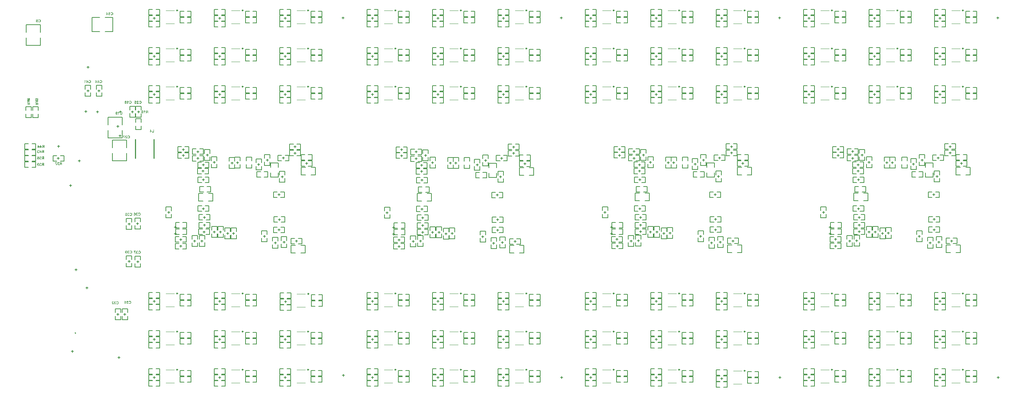
<source format=gbo>
G04*
G04 #@! TF.GenerationSoftware,Altium Limited,Altium Designer,18.1.7 (191)*
G04*
G04 Layer_Color=32896*
%FSLAX25Y25*%
%MOIN*%
G70*
G01*
G75*
%ADD10C,0.00984*%
%ADD11C,0.00394*%
%ADD12C,0.00787*%
%ADD15C,0.00500*%
%ADD16C,0.01000*%
G36*
X123622Y277559D02*
X121817D01*
Y277992D01*
X123104D01*
Y280101D01*
X123622D01*
Y277559D01*
D02*
G37*
G36*
X121643Y278499D02*
Y278073D01*
X120592D01*
Y277559D01*
X120118D01*
Y278073D01*
X119800D01*
Y278503D01*
X120118D01*
Y280131D01*
X120533D01*
X121643Y278499D01*
D02*
G37*
G36*
X98230Y274619D02*
X98289Y274615D01*
X98404Y274597D01*
X98500Y274567D01*
X98545Y274552D01*
X98585Y274534D01*
X98622Y274519D01*
X98652Y274500D01*
X98681Y274485D01*
X98704Y274474D01*
X98722Y274460D01*
X98733Y274452D01*
X98741Y274448D01*
X98744Y274445D01*
X98785Y274408D01*
X98822Y274371D01*
X98855Y274326D01*
X98885Y274278D01*
X98929Y274182D01*
X98966Y274090D01*
X98977Y274042D01*
X98988Y274001D01*
X99000Y273964D01*
X99003Y273931D01*
X99011Y273901D01*
Y273882D01*
X99014Y273868D01*
Y273864D01*
X98526Y273816D01*
X98519Y273890D01*
X98504Y273953D01*
X98489Y274008D01*
X98470Y274049D01*
X98456Y274082D01*
X98441Y274104D01*
X98430Y274119D01*
X98426Y274123D01*
X98389Y274152D01*
X98348Y274175D01*
X98308Y274193D01*
X98267Y274204D01*
X98234Y274212D01*
X98204Y274215D01*
X98178D01*
X98123Y274212D01*
X98075Y274201D01*
X98034Y274186D01*
X97997Y274171D01*
X97971Y274156D01*
X97949Y274141D01*
X97938Y274130D01*
X97934Y274127D01*
X97904Y274090D01*
X97882Y274049D01*
X97867Y274008D01*
X97856Y273968D01*
X97849Y273931D01*
X97845Y273897D01*
Y273879D01*
Y273875D01*
Y273871D01*
X97849Y273816D01*
X97860Y273764D01*
X97878Y273712D01*
X97897Y273668D01*
X97916Y273627D01*
X97934Y273598D01*
X97945Y273579D01*
X97949Y273572D01*
X97964Y273549D01*
X97986Y273523D01*
X98015Y273490D01*
X98045Y273461D01*
X98112Y273390D01*
X98178Y273320D01*
X98245Y273253D01*
X98274Y273224D01*
X98304Y273202D01*
X98326Y273179D01*
X98341Y273165D01*
X98352Y273153D01*
X98356Y273150D01*
X98430Y273079D01*
X98496Y273013D01*
X98559Y272950D01*
X98615Y272895D01*
X98667Y272839D01*
X98711Y272787D01*
X98752Y272743D01*
X98785Y272698D01*
X98815Y272661D01*
X98840Y272628D01*
X98863Y272602D01*
X98878Y272576D01*
X98892Y272562D01*
X98900Y272547D01*
X98907Y272539D01*
Y272536D01*
X98955Y272450D01*
X98992Y272362D01*
X99022Y272280D01*
X99044Y272206D01*
X99059Y272140D01*
X99063Y272114D01*
X99066Y272092D01*
X99070Y272073D01*
X99074Y272058D01*
Y272051D01*
Y272047D01*
X97353D01*
Y272502D01*
X98330D01*
X98300Y272550D01*
X98267Y272591D01*
X98252Y272610D01*
X98241Y272624D01*
X98234Y272632D01*
X98230Y272636D01*
X98215Y272650D01*
X98200Y272669D01*
X98156Y272709D01*
X98108Y272758D01*
X98060Y272806D01*
X98012Y272850D01*
X97971Y272887D01*
X97956Y272902D01*
X97945Y272913D01*
X97938Y272917D01*
X97934Y272920D01*
X97853Y272998D01*
X97786Y273061D01*
X97730Y273120D01*
X97686Y273165D01*
X97653Y273202D01*
X97631Y273228D01*
X97616Y273246D01*
X97612Y273250D01*
X97564Y273313D01*
X97523Y273372D01*
X97490Y273427D01*
X97464Y273475D01*
X97442Y273516D01*
X97427Y273549D01*
X97420Y273568D01*
X97416Y273575D01*
X97394Y273635D01*
X97379Y273694D01*
X97368Y273749D01*
X97360Y273801D01*
X97357Y273842D01*
X97353Y273875D01*
Y273897D01*
Y273905D01*
X97357Y273960D01*
X97364Y274016D01*
X97372Y274067D01*
X97386Y274115D01*
X97423Y274201D01*
X97460Y274275D01*
X97483Y274308D01*
X97501Y274334D01*
X97520Y274360D01*
X97538Y274378D01*
X97553Y274393D01*
X97560Y274408D01*
X97568Y274412D01*
X97571Y274415D01*
X97612Y274452D01*
X97660Y274485D01*
X97705Y274511D01*
X97756Y274534D01*
X97853Y274571D01*
X97949Y274597D01*
X97993Y274604D01*
X98034Y274611D01*
X98071Y274615D01*
X98104Y274619D01*
X98130Y274622D01*
X98167D01*
X98230Y274619D01*
D02*
G37*
G36*
X100476Y274652D02*
X100572Y274641D01*
X100657Y274622D01*
X100742Y274600D01*
X100816Y274574D01*
X100890Y274545D01*
X100953Y274511D01*
X101012Y274478D01*
X101068Y274445D01*
X101112Y274412D01*
X101153Y274382D01*
X101186Y274356D01*
X101212Y274334D01*
X101231Y274315D01*
X101242Y274304D01*
X101245Y274301D01*
X101305Y274230D01*
X101353Y274156D01*
X101397Y274078D01*
X101434Y273997D01*
X101468Y273912D01*
X101493Y273831D01*
X101516Y273749D01*
X101534Y273672D01*
X101549Y273594D01*
X101556Y273527D01*
X101564Y273464D01*
X101571Y273412D01*
Y273368D01*
X101575Y273335D01*
Y273313D01*
Y273309D01*
Y273305D01*
X101571Y273194D01*
X101560Y273091D01*
X101545Y272991D01*
X101523Y272902D01*
X101501Y272817D01*
X101471Y272735D01*
X101442Y272665D01*
X101412Y272602D01*
X101382Y272543D01*
X101353Y272491D01*
X101323Y272450D01*
X101301Y272413D01*
X101279Y272388D01*
X101264Y272365D01*
X101253Y272354D01*
X101249Y272351D01*
X101186Y272288D01*
X101120Y272236D01*
X101049Y272188D01*
X100979Y272151D01*
X100909Y272117D01*
X100838Y272088D01*
X100772Y272066D01*
X100709Y272047D01*
X100646Y272032D01*
X100591Y272021D01*
X100539Y272014D01*
X100498Y272010D01*
X100461Y272007D01*
X100435Y272003D01*
X100413D01*
X100335Y272007D01*
X100265Y272010D01*
X100195Y272021D01*
X100132Y272036D01*
X100073Y272051D01*
X100017Y272066D01*
X99965Y272084D01*
X99917Y272106D01*
X99876Y272125D01*
X99840Y272143D01*
X99806Y272158D01*
X99780Y272173D01*
X99758Y272188D01*
X99743Y272199D01*
X99736Y272203D01*
X99732Y272206D01*
X99684Y272247D01*
X99640Y272291D01*
X99558Y272391D01*
X99492Y272495D01*
X99440Y272595D01*
X99418Y272643D01*
X99399Y272687D01*
X99384Y272728D01*
X99370Y272761D01*
X99358Y272791D01*
X99351Y272813D01*
X99347Y272828D01*
Y272832D01*
X99851Y272987D01*
X99880Y272887D01*
X99914Y272802D01*
X99947Y272732D01*
X99984Y272673D01*
X100013Y272628D01*
X100039Y272599D01*
X100058Y272580D01*
X100065Y272573D01*
X100124Y272528D01*
X100184Y272499D01*
X100243Y272476D01*
X100295Y272458D01*
X100343Y272450D01*
X100383Y272447D01*
X100398Y272443D01*
X100417D01*
X100469Y272447D01*
X100517Y272450D01*
X100605Y272476D01*
X100683Y272506D01*
X100746Y272547D01*
X100798Y272584D01*
X100835Y272613D01*
X100850Y272628D01*
X100861Y272639D01*
X100864Y272643D01*
X100868Y272647D01*
X100898Y272687D01*
X100924Y272735D01*
X100950Y272787D01*
X100968Y272843D01*
X100998Y272957D01*
X101020Y273072D01*
X101027Y273128D01*
X101031Y273176D01*
X101038Y273224D01*
Y273265D01*
X101042Y273294D01*
Y273320D01*
Y273339D01*
Y273342D01*
X101038Y273427D01*
X101035Y273505D01*
X101027Y273575D01*
X101016Y273642D01*
X101001Y273701D01*
X100987Y273757D01*
X100972Y273805D01*
X100953Y273849D01*
X100938Y273886D01*
X100924Y273919D01*
X100909Y273945D01*
X100894Y273968D01*
X100883Y273986D01*
X100875Y273997D01*
X100868Y274005D01*
Y274008D01*
X100835Y274045D01*
X100798Y274078D01*
X100761Y274104D01*
X100720Y274127D01*
X100642Y274164D01*
X100568Y274189D01*
X100505Y274204D01*
X100476Y274208D01*
X100454Y274212D01*
X100432Y274215D01*
X100406D01*
X100332Y274212D01*
X100265Y274197D01*
X100206Y274178D01*
X100154Y274156D01*
X100113Y274134D01*
X100084Y274115D01*
X100065Y274101D01*
X100058Y274097D01*
X100010Y274053D01*
X99965Y274001D01*
X99932Y273949D01*
X99906Y273897D01*
X99888Y273853D01*
X99876Y273819D01*
X99869Y273805D01*
Y273794D01*
X99865Y273790D01*
Y273786D01*
X99355Y273908D01*
X99392Y274016D01*
X99432Y274108D01*
X99477Y274189D01*
X99518Y274256D01*
X99558Y274308D01*
X99573Y274330D01*
X99588Y274349D01*
X99599Y274360D01*
X99610Y274371D01*
X99614Y274378D01*
X99617D01*
X99673Y274426D01*
X99736Y274471D01*
X99795Y274508D01*
X99858Y274537D01*
X99925Y274567D01*
X99988Y274589D01*
X100050Y274608D01*
X100110Y274622D01*
X100165Y274634D01*
X100217Y274641D01*
X100261Y274648D01*
X100302Y274652D01*
X100335Y274656D01*
X100380D01*
X100476Y274652D01*
D02*
G37*
G36*
X97020Y274119D02*
X95906D01*
X96029Y273953D01*
X96136Y273779D01*
X96188Y273697D01*
X96232Y273612D01*
X96273Y273535D01*
X96310Y273461D01*
X96343Y273390D01*
X96373Y273327D01*
X96399Y273268D01*
X96421Y273220D01*
X96435Y273183D01*
X96447Y273153D01*
X96454Y273135D01*
X96458Y273128D01*
X96495Y273024D01*
X96528Y272924D01*
X96554Y272824D01*
X96580Y272728D01*
X96598Y272632D01*
X96617Y272543D01*
X96632Y272458D01*
X96643Y272380D01*
X96654Y272310D01*
X96661Y272243D01*
X96669Y272188D01*
X96672Y272140D01*
Y272099D01*
X96676Y272069D01*
Y272055D01*
Y272047D01*
X96202D01*
X96199Y272177D01*
X96188Y272310D01*
X96169Y272439D01*
X96162Y272499D01*
X96151Y272558D01*
X96140Y272610D01*
X96128Y272661D01*
X96121Y272702D01*
X96114Y272739D01*
X96106Y272772D01*
X96099Y272795D01*
X96095Y272809D01*
Y272813D01*
X96047Y272972D01*
X95995Y273124D01*
X95969Y273194D01*
X95940Y273261D01*
X95914Y273324D01*
X95888Y273383D01*
X95862Y273435D01*
X95840Y273483D01*
X95818Y273527D01*
X95803Y273561D01*
X95788Y273590D01*
X95777Y273609D01*
X95770Y273623D01*
X95766Y273627D01*
X95725Y273697D01*
X95684Y273764D01*
X95647Y273823D01*
X95610Y273882D01*
X95573Y273934D01*
X95536Y273982D01*
X95503Y274027D01*
X95473Y274067D01*
X95444Y274104D01*
X95418Y274134D01*
X95396Y274160D01*
X95377Y274182D01*
X95363Y274197D01*
X95351Y274208D01*
X95344Y274215D01*
X95340Y274219D01*
Y274574D01*
X97020D01*
Y274119D01*
D02*
G37*
G36*
X99768Y306427D02*
X99816Y306349D01*
X99868Y306275D01*
X99919Y306216D01*
X99964Y306168D01*
X100005Y306131D01*
X100019Y306116D01*
X100031Y306105D01*
X100038Y306101D01*
X100042Y306098D01*
X100123Y306039D01*
X100201Y305987D01*
X100271Y305946D01*
X100334Y305917D01*
X100386Y305894D01*
X100423Y305876D01*
X100437Y305872D01*
X100449Y305868D01*
X100452Y305865D01*
X100456D01*
Y305421D01*
X100323Y305472D01*
X100204Y305528D01*
X100149Y305558D01*
X100097Y305591D01*
X100049Y305621D01*
X100005Y305650D01*
X99964Y305680D01*
X99927Y305706D01*
X99897Y305728D01*
X99871Y305750D01*
X99849Y305768D01*
X99834Y305780D01*
X99827Y305787D01*
X99823Y305791D01*
Y303937D01*
X99331D01*
Y306512D01*
X99731D01*
X99768Y306427D01*
D02*
G37*
G36*
X102051Y306542D02*
X102147Y306531D01*
X102232Y306512D01*
X102317Y306490D01*
X102391Y306464D01*
X102465Y306434D01*
X102528Y306401D01*
X102587Y306368D01*
X102643Y306335D01*
X102687Y306301D01*
X102728Y306272D01*
X102761Y306246D01*
X102787Y306224D01*
X102805Y306205D01*
X102817Y306194D01*
X102820Y306190D01*
X102880Y306120D01*
X102928Y306046D01*
X102972Y305968D01*
X103009Y305887D01*
X103042Y305802D01*
X103068Y305720D01*
X103090Y305639D01*
X103109Y305561D01*
X103124Y305484D01*
X103131Y305417D01*
X103138Y305354D01*
X103146Y305302D01*
Y305258D01*
X103150Y305225D01*
Y305202D01*
Y305199D01*
Y305195D01*
X103146Y305084D01*
X103135Y304980D01*
X103120Y304880D01*
X103098Y304792D01*
X103076Y304707D01*
X103046Y304625D01*
X103016Y304555D01*
X102987Y304492D01*
X102957Y304433D01*
X102928Y304381D01*
X102898Y304340D01*
X102876Y304303D01*
X102854Y304277D01*
X102839Y304255D01*
X102828Y304244D01*
X102824Y304240D01*
X102761Y304177D01*
X102694Y304126D01*
X102624Y304078D01*
X102554Y304041D01*
X102484Y304007D01*
X102413Y303978D01*
X102347Y303956D01*
X102284Y303937D01*
X102221Y303922D01*
X102165Y303911D01*
X102114Y303904D01*
X102073Y303900D01*
X102036Y303896D01*
X102010Y303893D01*
X101988D01*
X101910Y303896D01*
X101840Y303900D01*
X101769Y303911D01*
X101707Y303926D01*
X101647Y303941D01*
X101592Y303956D01*
X101540Y303974D01*
X101492Y303996D01*
X101451Y304015D01*
X101414Y304033D01*
X101381Y304048D01*
X101355Y304063D01*
X101333Y304078D01*
X101318Y304089D01*
X101311Y304092D01*
X101307Y304096D01*
X101259Y304137D01*
X101215Y304181D01*
X101133Y304281D01*
X101067Y304385D01*
X101015Y304485D01*
X100993Y304533D01*
X100974Y304577D01*
X100959Y304618D01*
X100944Y304651D01*
X100933Y304681D01*
X100926Y304703D01*
X100922Y304718D01*
Y304721D01*
X101425Y304877D01*
X101455Y304777D01*
X101488Y304692D01*
X101522Y304622D01*
X101559Y304562D01*
X101588Y304518D01*
X101614Y304488D01*
X101633Y304470D01*
X101640Y304462D01*
X101699Y304418D01*
X101758Y304388D01*
X101818Y304366D01*
X101869Y304348D01*
X101918Y304340D01*
X101958Y304337D01*
X101973Y304333D01*
X101991D01*
X102043Y304337D01*
X102091Y304340D01*
X102180Y304366D01*
X102258Y304396D01*
X102321Y304436D01*
X102373Y304473D01*
X102410Y304503D01*
X102424Y304518D01*
X102436Y304529D01*
X102439Y304533D01*
X102443Y304536D01*
X102472Y304577D01*
X102498Y304625D01*
X102524Y304677D01*
X102543Y304732D01*
X102572Y304847D01*
X102595Y304962D01*
X102602Y305017D01*
X102606Y305065D01*
X102613Y305114D01*
Y305154D01*
X102617Y305184D01*
Y305210D01*
Y305228D01*
Y305232D01*
X102613Y305317D01*
X102609Y305395D01*
X102602Y305465D01*
X102591Y305532D01*
X102576Y305591D01*
X102561Y305646D01*
X102547Y305695D01*
X102528Y305739D01*
X102513Y305776D01*
X102498Y305809D01*
X102484Y305835D01*
X102469Y305857D01*
X102458Y305876D01*
X102450Y305887D01*
X102443Y305894D01*
Y305898D01*
X102410Y305935D01*
X102373Y305968D01*
X102336Y305994D01*
X102295Y306016D01*
X102217Y306053D01*
X102143Y306079D01*
X102080Y306094D01*
X102051Y306098D01*
X102029Y306101D01*
X102006Y306105D01*
X101980D01*
X101906Y306101D01*
X101840Y306087D01*
X101781Y306068D01*
X101729Y306046D01*
X101688Y306024D01*
X101658Y306005D01*
X101640Y305991D01*
X101633Y305987D01*
X101584Y305942D01*
X101540Y305891D01*
X101507Y305839D01*
X101481Y305787D01*
X101462Y305743D01*
X101451Y305709D01*
X101444Y305695D01*
Y305683D01*
X101440Y305680D01*
Y305676D01*
X100930Y305798D01*
X100967Y305905D01*
X101007Y305998D01*
X101052Y306079D01*
X101092Y306146D01*
X101133Y306198D01*
X101148Y306220D01*
X101163Y306238D01*
X101174Y306249D01*
X101185Y306261D01*
X101189Y306268D01*
X101192D01*
X101248Y306316D01*
X101311Y306361D01*
X101370Y306398D01*
X101433Y306427D01*
X101499Y306457D01*
X101562Y306479D01*
X101625Y306497D01*
X101684Y306512D01*
X101740Y306523D01*
X101792Y306531D01*
X101836Y306538D01*
X101877Y306542D01*
X101910Y306545D01*
X101954D01*
X102051Y306542D01*
D02*
G37*
G36*
X97836Y306508D02*
X97899Y306505D01*
X97958Y306494D01*
X98014Y306483D01*
X98066Y306468D01*
X98114Y306453D01*
X98155Y306434D01*
X98192Y306420D01*
X98229Y306401D01*
X98258Y306383D01*
X98280Y306368D01*
X98303Y306353D01*
X98317Y306342D01*
X98329Y306331D01*
X98336Y306327D01*
X98340Y306324D01*
X98373Y306287D01*
X98406Y306249D01*
X98432Y306209D01*
X98454Y306172D01*
X98491Y306090D01*
X98514Y306016D01*
X98528Y305950D01*
X98532Y305920D01*
X98536Y305898D01*
X98539Y305876D01*
Y305861D01*
Y305854D01*
Y305850D01*
X98536Y305787D01*
X98525Y305732D01*
X98514Y305676D01*
X98495Y305632D01*
X98480Y305591D01*
X98469Y305565D01*
X98458Y305546D01*
X98454Y305539D01*
X98417Y305491D01*
X98373Y305447D01*
X98329Y305410D01*
X98280Y305376D01*
X98240Y305354D01*
X98206Y305336D01*
X98184Y305325D01*
X98181Y305321D01*
X98177D01*
X98255Y305280D01*
X98321Y305239D01*
X98377Y305195D01*
X98421Y305151D01*
X98458Y305110D01*
X98484Y305080D01*
X98499Y305058D01*
X98502Y305054D01*
Y305051D01*
X98536Y304984D01*
X98562Y304918D01*
X98576Y304851D01*
X98591Y304792D01*
X98599Y304744D01*
X98602Y304703D01*
Y304688D01*
Y304677D01*
Y304670D01*
Y304666D01*
X98599Y304596D01*
X98591Y304533D01*
X98576Y304470D01*
X98558Y304414D01*
X98539Y304359D01*
X98517Y304311D01*
X98491Y304266D01*
X98465Y304226D01*
X98440Y304192D01*
X98414Y304159D01*
X98391Y304133D01*
X98373Y304111D01*
X98354Y304092D01*
X98340Y304081D01*
X98332Y304074D01*
X98329Y304070D01*
X98284Y304037D01*
X98236Y304011D01*
X98188Y303985D01*
X98140Y303967D01*
X98044Y303933D01*
X97951Y303911D01*
X97907Y303904D01*
X97870Y303900D01*
X97836Y303896D01*
X97807Y303893D01*
X97781Y303889D01*
X97748D01*
X97677Y303893D01*
X97614Y303900D01*
X97552Y303911D01*
X97492Y303922D01*
X97440Y303941D01*
X97392Y303959D01*
X97344Y303978D01*
X97304Y304000D01*
X97267Y304022D01*
X97237Y304041D01*
X97207Y304059D01*
X97185Y304078D01*
X97167Y304089D01*
X97156Y304100D01*
X97148Y304107D01*
X97145Y304111D01*
X97104Y304155D01*
X97070Y304200D01*
X97037Y304248D01*
X97011Y304296D01*
X96989Y304344D01*
X96971Y304392D01*
X96945Y304485D01*
X96934Y304525D01*
X96926Y304562D01*
X96922Y304599D01*
X96919Y304629D01*
X96915Y304655D01*
Y304673D01*
Y304684D01*
Y304688D01*
X96919Y304766D01*
X96934Y304836D01*
X96948Y304903D01*
X96971Y304958D01*
X96989Y305003D01*
X97008Y305036D01*
X97022Y305058D01*
X97026Y305065D01*
X97070Y305125D01*
X97122Y305176D01*
X97178Y305221D01*
X97230Y305254D01*
X97278Y305284D01*
X97315Y305306D01*
X97329Y305313D01*
X97341Y305317D01*
X97348Y305321D01*
X97352D01*
X97293Y305350D01*
X97241Y305384D01*
X97196Y305417D01*
X97159Y305454D01*
X97130Y305484D01*
X97111Y305509D01*
X97096Y305524D01*
X97093Y305532D01*
X97059Y305587D01*
X97037Y305643D01*
X97019Y305695D01*
X97008Y305743D01*
X97000Y305787D01*
X96996Y305820D01*
Y305842D01*
Y305846D01*
Y305850D01*
X97000Y305902D01*
X97004Y305954D01*
X97030Y306046D01*
X97059Y306124D01*
X97096Y306194D01*
X97137Y306249D01*
X97152Y306272D01*
X97167Y306290D01*
X97181Y306305D01*
X97193Y306316D01*
X97196Y306320D01*
X97200Y306324D01*
X97241Y306357D01*
X97281Y306386D01*
X97329Y306412D01*
X97374Y306434D01*
X97470Y306468D01*
X97563Y306490D01*
X97603Y306497D01*
X97644Y306501D01*
X97677Y306505D01*
X97711Y306508D01*
X97733Y306512D01*
X97770D01*
X97836Y306508D01*
D02*
G37*
G36*
X19634Y249422D02*
X19704Y249414D01*
X19771Y249400D01*
X19827Y249385D01*
X19871Y249370D01*
X19908Y249355D01*
X19930Y249348D01*
X19934Y249344D01*
X19938D01*
X19997Y249311D01*
X20052Y249274D01*
X20097Y249237D01*
X20134Y249204D01*
X20163Y249170D01*
X20186Y249144D01*
X20200Y249130D01*
X20204Y249122D01*
X20237Y249067D01*
X20267Y249008D01*
X20289Y248945D01*
X20311Y248885D01*
X20326Y248830D01*
X20337Y248789D01*
X20341Y248771D01*
Y248760D01*
X20345Y248752D01*
Y248748D01*
X19893Y248675D01*
X19882Y248734D01*
X19867Y248785D01*
X19852Y248830D01*
X19834Y248863D01*
X19816Y248893D01*
X19801Y248915D01*
X19790Y248926D01*
X19786Y248930D01*
X19752Y248959D01*
X19715Y248982D01*
X19679Y248996D01*
X19645Y249008D01*
X19616Y249015D01*
X19593Y249019D01*
X19571D01*
X19527Y249015D01*
X19482Y249008D01*
X19449Y248993D01*
X19420Y248982D01*
X19394Y248967D01*
X19379Y248952D01*
X19368Y248945D01*
X19364Y248941D01*
X19338Y248911D01*
X19320Y248874D01*
X19305Y248841D01*
X19297Y248808D01*
X19290Y248778D01*
X19286Y248756D01*
Y248741D01*
Y248734D01*
X19290Y248678D01*
X19301Y248630D01*
X19320Y248589D01*
X19338Y248556D01*
X19360Y248527D01*
X19375Y248508D01*
X19390Y248493D01*
X19394Y248489D01*
X19438Y248460D01*
X19486Y248438D01*
X19538Y248423D01*
X19586Y248412D01*
X19630Y248408D01*
X19667Y248404D01*
X19701D01*
X19752Y248008D01*
X19704Y248020D01*
X19664Y248031D01*
X19623Y248038D01*
X19590Y248042D01*
X19564Y248045D01*
X19527D01*
X19475Y248042D01*
X19431Y248027D01*
X19390Y248012D01*
X19353Y247990D01*
X19327Y247972D01*
X19305Y247953D01*
X19290Y247938D01*
X19286Y247935D01*
X19253Y247890D01*
X19227Y247842D01*
X19209Y247794D01*
X19194Y247746D01*
X19186Y247701D01*
X19183Y247668D01*
Y247646D01*
Y247642D01*
Y247639D01*
X19186Y247568D01*
X19198Y247505D01*
X19216Y247450D01*
X19234Y247405D01*
X19257Y247372D01*
X19272Y247346D01*
X19286Y247328D01*
X19290Y247324D01*
X19331Y247287D01*
X19375Y247257D01*
X19416Y247239D01*
X19456Y247224D01*
X19493Y247217D01*
X19520Y247213D01*
X19538Y247209D01*
X19545D01*
X19597Y247213D01*
X19642Y247224D01*
X19682Y247239D01*
X19719Y247257D01*
X19745Y247272D01*
X19767Y247287D01*
X19782Y247298D01*
X19786Y247302D01*
X19819Y247342D01*
X19849Y247387D01*
X19867Y247435D01*
X19886Y247479D01*
X19897Y247520D01*
X19904Y247553D01*
X19908Y247576D01*
Y247579D01*
Y247583D01*
X20381Y247524D01*
X20374Y247465D01*
X20359Y247409D01*
X20326Y247305D01*
X20285Y247217D01*
X20259Y247180D01*
X20237Y247143D01*
X20215Y247109D01*
X20193Y247083D01*
X20174Y247058D01*
X20156Y247039D01*
X20141Y247024D01*
X20130Y247013D01*
X20123Y247006D01*
X20119Y247002D01*
X20074Y246969D01*
X20026Y246936D01*
X19982Y246910D01*
X19930Y246887D01*
X19834Y246850D01*
X19745Y246828D01*
X19701Y246821D01*
X19664Y246813D01*
X19630Y246810D01*
X19601Y246806D01*
X19575Y246802D01*
X19542D01*
X19475Y246806D01*
X19408Y246813D01*
X19349Y246825D01*
X19290Y246839D01*
X19238Y246858D01*
X19186Y246876D01*
X19138Y246899D01*
X19098Y246921D01*
X19061Y246943D01*
X19024Y246965D01*
X18998Y246984D01*
X18972Y247002D01*
X18953Y247017D01*
X18939Y247028D01*
X18931Y247035D01*
X18927Y247039D01*
X18883Y247083D01*
X18846Y247132D01*
X18813Y247180D01*
X18783Y247228D01*
X18761Y247280D01*
X18739Y247328D01*
X18709Y247416D01*
X18702Y247457D01*
X18694Y247498D01*
X18687Y247531D01*
X18683Y247561D01*
X18680Y247583D01*
Y247602D01*
Y247613D01*
Y247616D01*
X18687Y247701D01*
X18702Y247775D01*
X18720Y247846D01*
X18746Y247901D01*
X18772Y247949D01*
X18790Y247983D01*
X18805Y248005D01*
X18813Y248012D01*
X18865Y248068D01*
X18924Y248116D01*
X18983Y248153D01*
X19038Y248182D01*
X19086Y248205D01*
X19127Y248216D01*
X19142Y248223D01*
X19153D01*
X19161Y248227D01*
X19164D01*
X19098Y248268D01*
X19042Y248308D01*
X18994Y248353D01*
X18950Y248397D01*
X18913Y248441D01*
X18883Y248486D01*
X18861Y248530D01*
X18839Y248571D01*
X18824Y248612D01*
X18813Y248649D01*
X18805Y248682D01*
X18802Y248711D01*
X18798Y248734D01*
X18794Y248752D01*
Y248763D01*
Y248767D01*
X18798Y248811D01*
X18802Y248852D01*
X18824Y248934D01*
X18850Y249008D01*
X18883Y249070D01*
X18916Y249122D01*
X18946Y249159D01*
X18957Y249174D01*
X18968Y249185D01*
X18972Y249189D01*
X18976Y249193D01*
X19016Y249233D01*
X19064Y249270D01*
X19109Y249300D01*
X19157Y249326D01*
X19209Y249352D01*
X19257Y249370D01*
X19349Y249396D01*
X19390Y249407D01*
X19431Y249414D01*
X19464Y249418D01*
X19497Y249422D01*
X19523Y249426D01*
X19557D01*
X19634Y249422D01*
D02*
G37*
G36*
X17658D02*
X17718Y249414D01*
X17777Y249403D01*
X17832Y249389D01*
X17884Y249370D01*
X17932Y249348D01*
X17980Y249329D01*
X18017Y249307D01*
X18054Y249281D01*
X18088Y249263D01*
X18113Y249241D01*
X18139Y249222D01*
X18158Y249207D01*
X18169Y249196D01*
X18176Y249189D01*
X18180Y249185D01*
X18221Y249137D01*
X18254Y249089D01*
X18287Y249037D01*
X18313Y248985D01*
X18336Y248934D01*
X18354Y248878D01*
X18380Y248778D01*
X18391Y248734D01*
X18398Y248689D01*
X18402Y248652D01*
X18406Y248619D01*
X18409Y248589D01*
Y248571D01*
Y248556D01*
Y248552D01*
X18406Y248486D01*
X18398Y248419D01*
X18391Y248356D01*
X18376Y248301D01*
X18358Y248245D01*
X18339Y248197D01*
X18321Y248149D01*
X18298Y248108D01*
X18280Y248071D01*
X18261Y248038D01*
X18243Y248012D01*
X18224Y247986D01*
X18210Y247972D01*
X18202Y247957D01*
X18195Y247949D01*
X18191Y247946D01*
X18150Y247905D01*
X18106Y247868D01*
X18062Y247838D01*
X18017Y247812D01*
X17973Y247790D01*
X17932Y247768D01*
X17851Y247742D01*
X17780Y247724D01*
X17751Y247720D01*
X17725Y247716D01*
X17703Y247712D01*
X17673D01*
X17621Y247716D01*
X17573Y247724D01*
X17529Y247731D01*
X17484Y247746D01*
X17403Y247779D01*
X17336Y247820D01*
X17285Y247861D01*
X17263Y247879D01*
X17244Y247894D01*
X17229Y247909D01*
X17218Y247920D01*
X17214Y247923D01*
X17211Y247927D01*
X17218Y247849D01*
X17225Y247775D01*
X17233Y247709D01*
X17244Y247650D01*
X17255Y247598D01*
X17266Y247550D01*
X17277Y247509D01*
X17288Y247472D01*
X17303Y247439D01*
X17311Y247413D01*
X17322Y247391D01*
X17329Y247376D01*
X17336Y247361D01*
X17344Y247354D01*
X17348Y247346D01*
X17388Y247302D01*
X17433Y247269D01*
X17473Y247243D01*
X17514Y247228D01*
X17551Y247217D01*
X17577Y247213D01*
X17595Y247209D01*
X17603D01*
X17643Y247213D01*
X17684Y247220D01*
X17714Y247232D01*
X17743Y247243D01*
X17766Y247254D01*
X17780Y247265D01*
X17792Y247272D01*
X17795Y247276D01*
X17821Y247305D01*
X17840Y247339D01*
X17854Y247376D01*
X17865Y247413D01*
X17877Y247442D01*
X17880Y247468D01*
X17884Y247487D01*
Y247494D01*
X18358Y247439D01*
X18347Y247379D01*
X18332Y247328D01*
X18317Y247276D01*
X18298Y247232D01*
X18280Y247187D01*
X18261Y247146D01*
X18239Y247113D01*
X18221Y247080D01*
X18199Y247054D01*
X18184Y247028D01*
X18165Y247009D01*
X18150Y246991D01*
X18139Y246980D01*
X18128Y246969D01*
X18124Y246965D01*
X18121Y246961D01*
X18084Y246932D01*
X18047Y246910D01*
X17966Y246869D01*
X17888Y246843D01*
X17810Y246821D01*
X17740Y246810D01*
X17710Y246806D01*
X17684D01*
X17666Y246802D01*
X17636D01*
X17558Y246806D01*
X17488Y246817D01*
X17422Y246832D01*
X17355Y246850D01*
X17296Y246876D01*
X17240Y246902D01*
X17188Y246928D01*
X17144Y246958D01*
X17103Y246987D01*
X17066Y247013D01*
X17037Y247043D01*
X17011Y247065D01*
X16989Y247083D01*
X16974Y247098D01*
X16966Y247109D01*
X16963Y247113D01*
X16915Y247176D01*
X16878Y247246D01*
X16841Y247324D01*
X16811Y247402D01*
X16785Y247487D01*
X16763Y247572D01*
X16748Y247653D01*
X16733Y247738D01*
X16722Y247816D01*
X16715Y247886D01*
X16707Y247953D01*
X16704Y248012D01*
X16700Y248060D01*
Y248097D01*
Y248108D01*
Y248119D01*
Y248123D01*
Y248127D01*
X16704Y248253D01*
X16711Y248367D01*
X16722Y248475D01*
X16741Y248575D01*
X16759Y248663D01*
X16778Y248745D01*
X16804Y248819D01*
X16826Y248885D01*
X16848Y248941D01*
X16870Y248989D01*
X16892Y249030D01*
X16911Y249063D01*
X16929Y249089D01*
X16940Y249107D01*
X16948Y249118D01*
X16952Y249122D01*
X17000Y249174D01*
X17052Y249222D01*
X17103Y249263D01*
X17155Y249296D01*
X17211Y249326D01*
X17263Y249352D01*
X17314Y249370D01*
X17366Y249389D01*
X17411Y249400D01*
X17455Y249411D01*
X17492Y249418D01*
X17525Y249422D01*
X17555D01*
X17573Y249426D01*
X17592D01*
X17658Y249422D01*
D02*
G37*
G36*
X22835Y246850D02*
X22317D01*
Y247920D01*
X22150D01*
X22098Y247916D01*
X22054Y247912D01*
X22017Y247905D01*
X21987Y247901D01*
X21969Y247894D01*
X21958Y247890D01*
X21954D01*
X21924Y247875D01*
X21895Y247861D01*
X21869Y247842D01*
X21843Y247827D01*
X21824Y247809D01*
X21810Y247794D01*
X21802Y247786D01*
X21799Y247783D01*
X21784Y247764D01*
X21765Y247746D01*
X21725Y247690D01*
X21680Y247631D01*
X21632Y247565D01*
X21591Y247505D01*
X21573Y247476D01*
X21558Y247453D01*
X21543Y247435D01*
X21532Y247420D01*
X21529Y247409D01*
X21525Y247405D01*
X21155Y246850D01*
X20533D01*
X20848Y247350D01*
X20881Y247402D01*
X20914Y247453D01*
X20944Y247498D01*
X20974Y247539D01*
X20999Y247576D01*
X21022Y247613D01*
X21066Y247668D01*
X21099Y247712D01*
X21122Y247742D01*
X21140Y247761D01*
X21144Y247764D01*
X21184Y247809D01*
X21233Y247849D01*
X21277Y247883D01*
X21321Y247916D01*
X21358Y247942D01*
X21388Y247960D01*
X21410Y247975D01*
X21414Y247979D01*
X21418D01*
X21355Y247990D01*
X21299Y248005D01*
X21247Y248020D01*
X21196Y248038D01*
X21151Y248057D01*
X21111Y248075D01*
X21070Y248094D01*
X21036Y248116D01*
X21007Y248134D01*
X20981Y248153D01*
X20959Y248171D01*
X20944Y248186D01*
X20929Y248197D01*
X20918Y248208D01*
X20914Y248212D01*
X20911Y248216D01*
X20881Y248253D01*
X20855Y248290D01*
X20811Y248371D01*
X20781Y248449D01*
X20763Y248527D01*
X20748Y248593D01*
X20744Y248619D01*
Y248645D01*
X20741Y248663D01*
Y248682D01*
Y248689D01*
Y248693D01*
X20744Y248774D01*
X20759Y248852D01*
X20777Y248919D01*
X20796Y248978D01*
X20818Y249026D01*
X20837Y249063D01*
X20844Y249074D01*
X20851Y249085D01*
X20855Y249089D01*
Y249093D01*
X20899Y249155D01*
X20948Y249207D01*
X20996Y249248D01*
X21044Y249285D01*
X21088Y249307D01*
X21122Y249326D01*
X21144Y249337D01*
X21147Y249341D01*
X21151D01*
X21188Y249352D01*
X21229Y249363D01*
X21321Y249381D01*
X21421Y249392D01*
X21517Y249403D01*
X21565D01*
X21606Y249407D01*
X21647D01*
X21680Y249411D01*
X22835D01*
Y246850D01*
D02*
G37*
G36*
X19634Y255327D02*
X19704Y255320D01*
X19771Y255305D01*
X19827Y255290D01*
X19871Y255276D01*
X19908Y255261D01*
X19930Y255253D01*
X19934Y255250D01*
X19938D01*
X19997Y255216D01*
X20052Y255179D01*
X20097Y255142D01*
X20134Y255109D01*
X20163Y255076D01*
X20186Y255050D01*
X20200Y255035D01*
X20204Y255028D01*
X20237Y254972D01*
X20267Y254913D01*
X20289Y254850D01*
X20311Y254791D01*
X20326Y254735D01*
X20337Y254695D01*
X20341Y254676D01*
Y254665D01*
X20345Y254658D01*
Y254654D01*
X19893Y254580D01*
X19882Y254639D01*
X19867Y254691D01*
X19852Y254735D01*
X19834Y254769D01*
X19816Y254798D01*
X19801Y254820D01*
X19790Y254832D01*
X19786Y254835D01*
X19752Y254865D01*
X19715Y254887D01*
X19679Y254902D01*
X19645Y254913D01*
X19616Y254920D01*
X19593Y254924D01*
X19571D01*
X19527Y254920D01*
X19482Y254913D01*
X19449Y254898D01*
X19420Y254887D01*
X19394Y254872D01*
X19379Y254857D01*
X19368Y254850D01*
X19364Y254846D01*
X19338Y254817D01*
X19320Y254780D01*
X19305Y254747D01*
X19297Y254713D01*
X19290Y254684D01*
X19286Y254661D01*
Y254647D01*
Y254639D01*
X19290Y254584D01*
X19301Y254536D01*
X19320Y254495D01*
X19338Y254462D01*
X19360Y254432D01*
X19375Y254414D01*
X19390Y254399D01*
X19394Y254395D01*
X19438Y254365D01*
X19486Y254343D01*
X19538Y254328D01*
X19586Y254317D01*
X19630Y254314D01*
X19667Y254310D01*
X19701D01*
X19752Y253914D01*
X19704Y253925D01*
X19664Y253936D01*
X19623Y253944D01*
X19590Y253947D01*
X19564Y253951D01*
X19527D01*
X19475Y253947D01*
X19431Y253932D01*
X19390Y253918D01*
X19353Y253895D01*
X19327Y253877D01*
X19305Y253858D01*
X19290Y253844D01*
X19286Y253840D01*
X19253Y253796D01*
X19227Y253748D01*
X19209Y253699D01*
X19194Y253651D01*
X19186Y253607D01*
X19183Y253574D01*
Y253551D01*
Y253548D01*
Y253544D01*
X19186Y253474D01*
X19198Y253411D01*
X19216Y253355D01*
X19234Y253311D01*
X19257Y253278D01*
X19272Y253252D01*
X19286Y253233D01*
X19290Y253229D01*
X19331Y253192D01*
X19375Y253163D01*
X19416Y253144D01*
X19456Y253130D01*
X19493Y253122D01*
X19520Y253118D01*
X19538Y253115D01*
X19545D01*
X19597Y253118D01*
X19642Y253130D01*
X19682Y253144D01*
X19719Y253163D01*
X19745Y253178D01*
X19767Y253192D01*
X19782Y253204D01*
X19786Y253207D01*
X19819Y253248D01*
X19849Y253292D01*
X19867Y253341D01*
X19886Y253385D01*
X19897Y253426D01*
X19904Y253459D01*
X19908Y253481D01*
Y253485D01*
Y253488D01*
X20381Y253429D01*
X20374Y253370D01*
X20359Y253315D01*
X20326Y253211D01*
X20285Y253122D01*
X20259Y253085D01*
X20237Y253048D01*
X20215Y253015D01*
X20193Y252989D01*
X20174Y252963D01*
X20156Y252945D01*
X20141Y252930D01*
X20130Y252919D01*
X20123Y252911D01*
X20119Y252908D01*
X20074Y252874D01*
X20026Y252841D01*
X19982Y252815D01*
X19930Y252793D01*
X19834Y252756D01*
X19745Y252734D01*
X19701Y252726D01*
X19664Y252719D01*
X19630Y252715D01*
X19601Y252712D01*
X19575Y252708D01*
X19542D01*
X19475Y252712D01*
X19408Y252719D01*
X19349Y252730D01*
X19290Y252745D01*
X19238Y252763D01*
X19186Y252782D01*
X19138Y252804D01*
X19098Y252826D01*
X19061Y252848D01*
X19024Y252871D01*
X18998Y252889D01*
X18972Y252908D01*
X18953Y252922D01*
X18939Y252934D01*
X18931Y252941D01*
X18927Y252945D01*
X18883Y252989D01*
X18846Y253037D01*
X18813Y253085D01*
X18783Y253133D01*
X18761Y253185D01*
X18739Y253233D01*
X18709Y253322D01*
X18702Y253363D01*
X18694Y253403D01*
X18687Y253437D01*
X18683Y253466D01*
X18680Y253488D01*
Y253507D01*
Y253518D01*
Y253522D01*
X18687Y253607D01*
X18702Y253681D01*
X18720Y253751D01*
X18746Y253807D01*
X18772Y253855D01*
X18790Y253888D01*
X18805Y253910D01*
X18813Y253918D01*
X18865Y253973D01*
X18924Y254021D01*
X18983Y254058D01*
X19038Y254088D01*
X19086Y254110D01*
X19127Y254121D01*
X19142Y254129D01*
X19153D01*
X19161Y254132D01*
X19164D01*
X19098Y254173D01*
X19042Y254214D01*
X18994Y254258D01*
X18950Y254303D01*
X18913Y254347D01*
X18883Y254391D01*
X18861Y254436D01*
X18839Y254476D01*
X18824Y254517D01*
X18813Y254554D01*
X18805Y254587D01*
X18802Y254617D01*
X18798Y254639D01*
X18794Y254658D01*
Y254669D01*
Y254673D01*
X18798Y254717D01*
X18802Y254758D01*
X18824Y254839D01*
X18850Y254913D01*
X18883Y254976D01*
X18916Y255028D01*
X18946Y255065D01*
X18957Y255080D01*
X18968Y255091D01*
X18972Y255094D01*
X18976Y255098D01*
X19016Y255139D01*
X19064Y255176D01*
X19109Y255205D01*
X19157Y255231D01*
X19209Y255257D01*
X19257Y255276D01*
X19349Y255301D01*
X19390Y255313D01*
X19431Y255320D01*
X19464Y255324D01*
X19497Y255327D01*
X19523Y255331D01*
X19557D01*
X19634Y255327D01*
D02*
G37*
G36*
X22835Y252756D02*
X22317D01*
Y253825D01*
X22150D01*
X22098Y253821D01*
X22054Y253818D01*
X22017Y253810D01*
X21987Y253807D01*
X21969Y253799D01*
X21958Y253796D01*
X21954D01*
X21924Y253781D01*
X21895Y253766D01*
X21869Y253748D01*
X21843Y253733D01*
X21824Y253714D01*
X21810Y253699D01*
X21802Y253692D01*
X21799Y253688D01*
X21784Y253670D01*
X21765Y253651D01*
X21725Y253596D01*
X21680Y253537D01*
X21632Y253470D01*
X21591Y253411D01*
X21573Y253381D01*
X21558Y253359D01*
X21543Y253341D01*
X21532Y253326D01*
X21529Y253315D01*
X21525Y253311D01*
X21155Y252756D01*
X20533D01*
X20848Y253255D01*
X20881Y253307D01*
X20914Y253359D01*
X20944Y253403D01*
X20974Y253444D01*
X20999Y253481D01*
X21022Y253518D01*
X21066Y253574D01*
X21099Y253618D01*
X21122Y253648D01*
X21140Y253666D01*
X21144Y253670D01*
X21184Y253714D01*
X21233Y253755D01*
X21277Y253788D01*
X21321Y253821D01*
X21358Y253847D01*
X21388Y253866D01*
X21410Y253881D01*
X21414Y253884D01*
X21418D01*
X21355Y253895D01*
X21299Y253910D01*
X21247Y253925D01*
X21196Y253944D01*
X21151Y253962D01*
X21111Y253981D01*
X21070Y253999D01*
X21036Y254021D01*
X21007Y254040D01*
X20981Y254058D01*
X20959Y254077D01*
X20944Y254092D01*
X20929Y254103D01*
X20918Y254114D01*
X20914Y254117D01*
X20911Y254121D01*
X20881Y254158D01*
X20855Y254195D01*
X20811Y254277D01*
X20781Y254354D01*
X20763Y254432D01*
X20748Y254499D01*
X20744Y254524D01*
Y254550D01*
X20741Y254569D01*
Y254587D01*
Y254595D01*
Y254598D01*
X20744Y254680D01*
X20759Y254758D01*
X20777Y254824D01*
X20796Y254883D01*
X20818Y254931D01*
X20837Y254969D01*
X20844Y254980D01*
X20851Y254991D01*
X20855Y254994D01*
Y254998D01*
X20899Y255061D01*
X20948Y255113D01*
X20996Y255153D01*
X21044Y255190D01*
X21088Y255213D01*
X21122Y255231D01*
X21144Y255242D01*
X21147Y255246D01*
X21151D01*
X21188Y255257D01*
X21229Y255268D01*
X21321Y255287D01*
X21421Y255298D01*
X21517Y255309D01*
X21565D01*
X21606Y255313D01*
X21647D01*
X21680Y255316D01*
X22835D01*
Y252756D01*
D02*
G37*
G36*
X17614Y255327D02*
X17677Y255324D01*
X17736Y255313D01*
X17792Y255301D01*
X17843Y255287D01*
X17891Y255272D01*
X17932Y255253D01*
X17969Y255239D01*
X18006Y255220D01*
X18036Y255202D01*
X18058Y255187D01*
X18080Y255172D01*
X18095Y255161D01*
X18106Y255150D01*
X18113Y255146D01*
X18117Y255142D01*
X18150Y255105D01*
X18184Y255068D01*
X18210Y255028D01*
X18232Y254991D01*
X18269Y254909D01*
X18291Y254835D01*
X18306Y254769D01*
X18309Y254739D01*
X18313Y254717D01*
X18317Y254695D01*
Y254680D01*
Y254673D01*
Y254669D01*
X18313Y254606D01*
X18302Y254550D01*
X18291Y254495D01*
X18273Y254450D01*
X18258Y254410D01*
X18247Y254384D01*
X18236Y254365D01*
X18232Y254358D01*
X18195Y254310D01*
X18150Y254265D01*
X18106Y254228D01*
X18058Y254195D01*
X18017Y254173D01*
X17984Y254154D01*
X17962Y254143D01*
X17958Y254140D01*
X17954D01*
X18032Y254099D01*
X18099Y254058D01*
X18154Y254014D01*
X18199Y253970D01*
X18236Y253929D01*
X18261Y253899D01*
X18276Y253877D01*
X18280Y253873D01*
Y253870D01*
X18313Y253803D01*
X18339Y253736D01*
X18354Y253670D01*
X18369Y253611D01*
X18376Y253562D01*
X18380Y253522D01*
Y253507D01*
Y253496D01*
Y253488D01*
Y253485D01*
X18376Y253415D01*
X18369Y253352D01*
X18354Y253289D01*
X18336Y253233D01*
X18317Y253178D01*
X18295Y253130D01*
X18269Y253085D01*
X18243Y253045D01*
X18217Y253011D01*
X18191Y252978D01*
X18169Y252952D01*
X18150Y252930D01*
X18132Y252911D01*
X18117Y252900D01*
X18110Y252893D01*
X18106Y252889D01*
X18062Y252856D01*
X18014Y252830D01*
X17966Y252804D01*
X17917Y252785D01*
X17821Y252752D01*
X17729Y252730D01*
X17684Y252723D01*
X17647Y252719D01*
X17614Y252715D01*
X17584Y252712D01*
X17558Y252708D01*
X17525D01*
X17455Y252712D01*
X17392Y252719D01*
X17329Y252730D01*
X17270Y252741D01*
X17218Y252760D01*
X17170Y252778D01*
X17122Y252797D01*
X17081Y252819D01*
X17044Y252841D01*
X17015Y252859D01*
X16985Y252878D01*
X16963Y252896D01*
X16944Y252908D01*
X16933Y252919D01*
X16926Y252926D01*
X16922Y252930D01*
X16881Y252974D01*
X16848Y253019D01*
X16815Y253067D01*
X16789Y253115D01*
X16767Y253163D01*
X16748Y253211D01*
X16722Y253304D01*
X16711Y253344D01*
X16704Y253381D01*
X16700Y253418D01*
X16696Y253448D01*
X16693Y253474D01*
Y253492D01*
Y253503D01*
Y253507D01*
X16696Y253585D01*
X16711Y253655D01*
X16726Y253722D01*
X16748Y253777D01*
X16767Y253821D01*
X16785Y253855D01*
X16800Y253877D01*
X16804Y253884D01*
X16848Y253944D01*
X16900Y253995D01*
X16955Y254040D01*
X17007Y254073D01*
X17055Y254103D01*
X17092Y254125D01*
X17107Y254132D01*
X17118Y254136D01*
X17126Y254140D01*
X17129D01*
X17070Y254169D01*
X17018Y254203D01*
X16974Y254236D01*
X16937Y254273D01*
X16907Y254303D01*
X16889Y254328D01*
X16874Y254343D01*
X16870Y254351D01*
X16837Y254406D01*
X16815Y254462D01*
X16796Y254513D01*
X16785Y254561D01*
X16778Y254606D01*
X16774Y254639D01*
Y254661D01*
Y254665D01*
Y254669D01*
X16778Y254721D01*
X16781Y254772D01*
X16807Y254865D01*
X16837Y254943D01*
X16874Y255013D01*
X16915Y255068D01*
X16929Y255091D01*
X16944Y255109D01*
X16959Y255124D01*
X16970Y255135D01*
X16974Y255139D01*
X16977Y255142D01*
X17018Y255176D01*
X17059Y255205D01*
X17107Y255231D01*
X17151Y255253D01*
X17248Y255287D01*
X17340Y255309D01*
X17381Y255316D01*
X17422Y255320D01*
X17455Y255324D01*
X17488Y255327D01*
X17510Y255331D01*
X17547D01*
X17614Y255327D01*
D02*
G37*
G36*
X114985Y297567D02*
X115033Y297489D01*
X115084Y297415D01*
X115136Y297356D01*
X115181Y297307D01*
X115221Y297270D01*
X115236Y297256D01*
X115247Y297245D01*
X115255Y297241D01*
X115258Y297237D01*
X115340Y297178D01*
X115417Y297126D01*
X115488Y297085D01*
X115551Y297056D01*
X115602Y297034D01*
X115639Y297015D01*
X115654Y297011D01*
X115665Y297008D01*
X115669Y297004D01*
X115673D01*
Y296560D01*
X115540Y296612D01*
X115421Y296667D01*
X115366Y296697D01*
X115314Y296730D01*
X115266Y296760D01*
X115221Y296790D01*
X115181Y296819D01*
X115144Y296845D01*
X115114Y296867D01*
X115088Y296889D01*
X115066Y296908D01*
X115051Y296919D01*
X115044Y296926D01*
X115040Y296930D01*
Y295076D01*
X114548D01*
Y297652D01*
X114947D01*
X114985Y297567D01*
D02*
G37*
G36*
X113098Y297648D02*
X113157Y297640D01*
X113216Y297629D01*
X113271Y297615D01*
X113323Y297596D01*
X113371Y297574D01*
X113419Y297555D01*
X113456Y297533D01*
X113493Y297507D01*
X113527Y297489D01*
X113553Y297467D01*
X113578Y297448D01*
X113597Y297433D01*
X113608Y297422D01*
X113616Y297415D01*
X113619Y297411D01*
X113660Y297363D01*
X113693Y297315D01*
X113726Y297263D01*
X113752Y297211D01*
X113775Y297160D01*
X113793Y297104D01*
X113819Y297004D01*
X113830Y296960D01*
X113838Y296915D01*
X113841Y296878D01*
X113845Y296845D01*
X113849Y296815D01*
Y296797D01*
Y296782D01*
Y296778D01*
X113845Y296712D01*
X113838Y296645D01*
X113830Y296582D01*
X113815Y296527D01*
X113797Y296471D01*
X113778Y296423D01*
X113760Y296375D01*
X113738Y296334D01*
X113719Y296297D01*
X113701Y296264D01*
X113682Y296238D01*
X113664Y296212D01*
X113649Y296198D01*
X113641Y296183D01*
X113634Y296175D01*
X113630Y296172D01*
X113590Y296131D01*
X113545Y296094D01*
X113501Y296064D01*
X113456Y296038D01*
X113412Y296016D01*
X113371Y295994D01*
X113290Y295968D01*
X113220Y295950D01*
X113190Y295946D01*
X113164Y295942D01*
X113142Y295938D01*
X113112D01*
X113060Y295942D01*
X113012Y295950D01*
X112968Y295957D01*
X112924Y295972D01*
X112842Y296005D01*
X112776Y296046D01*
X112724Y296087D01*
X112702Y296105D01*
X112683Y296120D01*
X112668Y296135D01*
X112657Y296146D01*
X112654Y296149D01*
X112650Y296153D01*
X112657Y296075D01*
X112665Y296001D01*
X112672Y295935D01*
X112683Y295876D01*
X112694Y295824D01*
X112705Y295776D01*
X112716Y295735D01*
X112727Y295698D01*
X112742Y295665D01*
X112750Y295639D01*
X112761Y295617D01*
X112768Y295602D01*
X112776Y295587D01*
X112783Y295580D01*
X112787Y295572D01*
X112827Y295528D01*
X112872Y295495D01*
X112912Y295469D01*
X112953Y295454D01*
X112990Y295443D01*
X113016Y295439D01*
X113035Y295435D01*
X113042D01*
X113083Y295439D01*
X113123Y295446D01*
X113153Y295458D01*
X113183Y295469D01*
X113205Y295480D01*
X113220Y295491D01*
X113231Y295498D01*
X113234Y295502D01*
X113260Y295532D01*
X113279Y295565D01*
X113294Y295602D01*
X113305Y295639D01*
X113316Y295668D01*
X113320Y295694D01*
X113323Y295713D01*
Y295720D01*
X113797Y295665D01*
X113786Y295605D01*
X113771Y295554D01*
X113756Y295502D01*
X113738Y295458D01*
X113719Y295413D01*
X113701Y295372D01*
X113678Y295339D01*
X113660Y295306D01*
X113638Y295280D01*
X113623Y295254D01*
X113604Y295235D01*
X113590Y295217D01*
X113578Y295206D01*
X113567Y295195D01*
X113564Y295191D01*
X113560Y295187D01*
X113523Y295158D01*
X113486Y295136D01*
X113405Y295095D01*
X113327Y295069D01*
X113249Y295047D01*
X113179Y295036D01*
X113149Y295032D01*
X113123D01*
X113105Y295028D01*
X113075D01*
X112998Y295032D01*
X112927Y295043D01*
X112861Y295058D01*
X112794Y295076D01*
X112735Y295102D01*
X112679Y295128D01*
X112628Y295154D01*
X112583Y295184D01*
X112542Y295213D01*
X112505Y295239D01*
X112476Y295269D01*
X112450Y295291D01*
X112428Y295309D01*
X112413Y295324D01*
X112406Y295335D01*
X112402Y295339D01*
X112354Y295402D01*
X112317Y295472D01*
X112280Y295550D01*
X112250Y295628D01*
X112224Y295713D01*
X112202Y295798D01*
X112187Y295879D01*
X112172Y295964D01*
X112161Y296042D01*
X112154Y296112D01*
X112147Y296179D01*
X112143Y296238D01*
X112139Y296286D01*
Y296323D01*
Y296334D01*
Y296345D01*
Y296349D01*
Y296353D01*
X112143Y296479D01*
X112150Y296593D01*
X112161Y296701D01*
X112180Y296801D01*
X112198Y296889D01*
X112217Y296971D01*
X112243Y297045D01*
X112265Y297111D01*
X112287Y297167D01*
X112309Y297215D01*
X112332Y297256D01*
X112350Y297289D01*
X112369Y297315D01*
X112380Y297333D01*
X112387Y297344D01*
X112391Y297348D01*
X112439Y297400D01*
X112491Y297448D01*
X112542Y297489D01*
X112594Y297522D01*
X112650Y297552D01*
X112702Y297578D01*
X112753Y297596D01*
X112805Y297615D01*
X112850Y297626D01*
X112894Y297637D01*
X112931Y297644D01*
X112964Y297648D01*
X112994D01*
X113012Y297652D01*
X113031D01*
X113098Y297648D01*
D02*
G37*
G36*
X118274Y295076D02*
X117756D01*
Y296146D01*
X117589D01*
X117537Y296142D01*
X117493Y296138D01*
X117456Y296131D01*
X117427Y296127D01*
X117408Y296120D01*
X117397Y296116D01*
X117393D01*
X117364Y296101D01*
X117334Y296087D01*
X117308Y296068D01*
X117282Y296053D01*
X117264Y296035D01*
X117249Y296020D01*
X117242Y296012D01*
X117238Y296009D01*
X117223Y295990D01*
X117204Y295972D01*
X117164Y295916D01*
X117119Y295857D01*
X117071Y295791D01*
X117031Y295731D01*
X117012Y295702D01*
X116997Y295679D01*
X116982Y295661D01*
X116971Y295646D01*
X116968Y295635D01*
X116964Y295631D01*
X116594Y295076D01*
X115972D01*
X116287Y295576D01*
X116320Y295628D01*
X116353Y295679D01*
X116383Y295724D01*
X116413Y295765D01*
X116439Y295802D01*
X116461Y295839D01*
X116505Y295894D01*
X116539Y295938D01*
X116561Y295968D01*
X116579Y295987D01*
X116583Y295990D01*
X116624Y296035D01*
X116672Y296075D01*
X116716Y296109D01*
X116761Y296142D01*
X116797Y296168D01*
X116827Y296186D01*
X116849Y296201D01*
X116853Y296205D01*
X116857D01*
X116794Y296216D01*
X116738Y296231D01*
X116686Y296246D01*
X116635Y296264D01*
X116590Y296283D01*
X116550Y296301D01*
X116509Y296320D01*
X116476Y296342D01*
X116446Y296360D01*
X116420Y296379D01*
X116398Y296397D01*
X116383Y296412D01*
X116368Y296423D01*
X116357Y296434D01*
X116353Y296438D01*
X116350Y296442D01*
X116320Y296479D01*
X116294Y296516D01*
X116250Y296597D01*
X116220Y296675D01*
X116202Y296753D01*
X116187Y296819D01*
X116183Y296845D01*
Y296871D01*
X116180Y296889D01*
Y296908D01*
Y296915D01*
Y296919D01*
X116183Y297000D01*
X116198Y297078D01*
X116217Y297145D01*
X116235Y297204D01*
X116257Y297252D01*
X116276Y297289D01*
X116283Y297300D01*
X116291Y297311D01*
X116294Y297315D01*
Y297319D01*
X116339Y297381D01*
X116387Y297433D01*
X116435Y297474D01*
X116483Y297511D01*
X116527Y297533D01*
X116561Y297552D01*
X116583Y297563D01*
X116587Y297567D01*
X116590D01*
X116627Y297578D01*
X116668Y297589D01*
X116761Y297607D01*
X116860Y297618D01*
X116957Y297629D01*
X117005D01*
X117045Y297633D01*
X117086D01*
X117119Y297637D01*
X118274D01*
Y295076D01*
D02*
G37*
G36*
X82811Y387792D02*
X82859Y387715D01*
X82911Y387641D01*
X82963Y387582D01*
X83007Y387533D01*
X83048Y387496D01*
X83063Y387482D01*
X83074Y387471D01*
X83081Y387467D01*
X83085Y387463D01*
X83166Y387404D01*
X83244Y387352D01*
X83314Y387312D01*
X83377Y387282D01*
X83429Y387260D01*
X83466Y387241D01*
X83481Y387238D01*
X83492Y387234D01*
X83496Y387230D01*
X83499D01*
Y386786D01*
X83366Y386838D01*
X83248Y386893D01*
X83192Y386923D01*
X83140Y386956D01*
X83092Y386986D01*
X83048Y387016D01*
X83007Y387045D01*
X82970Y387071D01*
X82941Y387093D01*
X82915Y387115D01*
X82893Y387134D01*
X82878Y387145D01*
X82870Y387152D01*
X82867Y387156D01*
Y385302D01*
X82375D01*
Y387878D01*
X82774D01*
X82811Y387792D01*
D02*
G37*
G36*
X85094Y387907D02*
X85190Y387896D01*
X85275Y387878D01*
X85360Y387855D01*
X85434Y387829D01*
X85508Y387800D01*
X85571Y387767D01*
X85631Y387733D01*
X85686Y387700D01*
X85730Y387667D01*
X85771Y387637D01*
X85804Y387611D01*
X85830Y387589D01*
X85849Y387571D01*
X85860Y387559D01*
X85864Y387556D01*
X85923Y387485D01*
X85971Y387411D01*
X86015Y387334D01*
X86052Y387252D01*
X86086Y387167D01*
X86111Y387086D01*
X86134Y387004D01*
X86152Y386927D01*
X86167Y386849D01*
X86174Y386782D01*
X86182Y386719D01*
X86189Y386668D01*
Y386623D01*
X86193Y386590D01*
Y386568D01*
Y386564D01*
Y386560D01*
X86189Y386449D01*
X86178Y386346D01*
X86163Y386246D01*
X86141Y386157D01*
X86119Y386072D01*
X86089Y385991D01*
X86060Y385920D01*
X86030Y385857D01*
X86001Y385798D01*
X85971Y385746D01*
X85941Y385706D01*
X85919Y385669D01*
X85897Y385643D01*
X85882Y385621D01*
X85871Y385610D01*
X85867Y385606D01*
X85804Y385543D01*
X85738Y385491D01*
X85668Y385443D01*
X85597Y385406D01*
X85527Y385373D01*
X85457Y385343D01*
X85390Y385321D01*
X85327Y385302D01*
X85264Y385288D01*
X85209Y385277D01*
X85157Y385269D01*
X85116Y385265D01*
X85079Y385262D01*
X85053Y385258D01*
X85031D01*
X84953Y385262D01*
X84883Y385265D01*
X84813Y385277D01*
X84750Y385291D01*
X84691Y385306D01*
X84635Y385321D01*
X84583Y385339D01*
X84535Y385362D01*
X84495Y385380D01*
X84458Y385399D01*
X84424Y385413D01*
X84398Y385428D01*
X84376Y385443D01*
X84361Y385454D01*
X84354Y385458D01*
X84350Y385461D01*
X84302Y385502D01*
X84258Y385547D01*
X84176Y385647D01*
X84110Y385750D01*
X84058Y385850D01*
X84036Y385898D01*
X84017Y385943D01*
X84003Y385983D01*
X83988Y386017D01*
X83977Y386046D01*
X83969Y386068D01*
X83965Y386083D01*
Y386087D01*
X84469Y386242D01*
X84498Y386142D01*
X84532Y386057D01*
X84565Y385987D01*
X84602Y385928D01*
X84632Y385883D01*
X84657Y385854D01*
X84676Y385835D01*
X84683Y385828D01*
X84742Y385783D01*
X84802Y385754D01*
X84861Y385732D01*
X84913Y385713D01*
X84961Y385706D01*
X85001Y385702D01*
X85016Y385698D01*
X85035D01*
X85087Y385702D01*
X85135Y385706D01*
X85224Y385732D01*
X85301Y385761D01*
X85364Y385802D01*
X85416Y385839D01*
X85453Y385869D01*
X85468Y385883D01*
X85479Y385894D01*
X85483Y385898D01*
X85486Y385902D01*
X85516Y385943D01*
X85542Y385991D01*
X85568Y386042D01*
X85586Y386098D01*
X85616Y386213D01*
X85638Y386327D01*
X85645Y386383D01*
X85649Y386431D01*
X85656Y386479D01*
Y386520D01*
X85660Y386549D01*
Y386575D01*
Y386594D01*
Y386597D01*
X85656Y386683D01*
X85653Y386760D01*
X85645Y386830D01*
X85634Y386897D01*
X85619Y386956D01*
X85605Y387012D01*
X85590Y387060D01*
X85571Y387104D01*
X85557Y387141D01*
X85542Y387175D01*
X85527Y387200D01*
X85512Y387223D01*
X85501Y387241D01*
X85494Y387252D01*
X85486Y387260D01*
Y387263D01*
X85453Y387300D01*
X85416Y387334D01*
X85379Y387360D01*
X85338Y387382D01*
X85260Y387419D01*
X85186Y387445D01*
X85124Y387459D01*
X85094Y387463D01*
X85072Y387467D01*
X85050Y387471D01*
X85024D01*
X84950Y387467D01*
X84883Y387452D01*
X84824Y387434D01*
X84772Y387411D01*
X84731Y387389D01*
X84702Y387371D01*
X84683Y387356D01*
X84676Y387352D01*
X84628Y387308D01*
X84583Y387256D01*
X84550Y387204D01*
X84524Y387152D01*
X84506Y387108D01*
X84495Y387075D01*
X84487Y387060D01*
Y387049D01*
X84483Y387045D01*
Y387041D01*
X83973Y387163D01*
X84010Y387271D01*
X84051Y387363D01*
X84095Y387445D01*
X84136Y387511D01*
X84176Y387563D01*
X84191Y387585D01*
X84206Y387604D01*
X84217Y387615D01*
X84228Y387626D01*
X84232Y387633D01*
X84236D01*
X84291Y387682D01*
X84354Y387726D01*
X84413Y387763D01*
X84476Y387792D01*
X84543Y387822D01*
X84606Y387844D01*
X84668Y387863D01*
X84728Y387878D01*
X84783Y387889D01*
X84835Y387896D01*
X84879Y387903D01*
X84920Y387907D01*
X84953Y387911D01*
X84998D01*
X85094Y387907D01*
D02*
G37*
G36*
X81723Y386242D02*
Y385817D01*
X80673D01*
Y385302D01*
X80199D01*
Y385817D01*
X79881D01*
Y386246D01*
X80199D01*
Y387874D01*
X80613D01*
X81723Y386242D01*
D02*
G37*
G36*
X18810Y381300D02*
X18906Y381289D01*
X18991Y381271D01*
X19076Y381248D01*
X19150Y381222D01*
X19224Y381193D01*
X19287Y381159D01*
X19346Y381126D01*
X19402Y381093D01*
X19446Y381060D01*
X19487Y381030D01*
X19520Y381004D01*
X19546Y380982D01*
X19565Y380963D01*
X19576Y380952D01*
X19579Y380949D01*
X19639Y380878D01*
X19687Y380804D01*
X19731Y380727D01*
X19768Y380645D01*
X19801Y380560D01*
X19827Y380479D01*
X19850Y380397D01*
X19868Y380320D01*
X19883Y380242D01*
X19890Y380175D01*
X19898Y380112D01*
X19905Y380061D01*
Y380016D01*
X19909Y379983D01*
Y379961D01*
Y379957D01*
Y379953D01*
X19905Y379842D01*
X19894Y379739D01*
X19879Y379639D01*
X19857Y379550D01*
X19835Y379465D01*
X19805Y379383D01*
X19775Y379313D01*
X19746Y379250D01*
X19716Y379191D01*
X19687Y379139D01*
X19657Y379099D01*
X19635Y379062D01*
X19613Y379036D01*
X19598Y379013D01*
X19587Y379002D01*
X19583Y378999D01*
X19520Y378936D01*
X19454Y378884D01*
X19383Y378836D01*
X19313Y378799D01*
X19243Y378766D01*
X19172Y378736D01*
X19106Y378714D01*
X19043Y378695D01*
X18980Y378680D01*
X18925Y378669D01*
X18873Y378662D01*
X18832Y378658D01*
X18795Y378655D01*
X18769Y378651D01*
X18747D01*
X18669Y378655D01*
X18599Y378658D01*
X18529Y378669D01*
X18466Y378684D01*
X18406Y378699D01*
X18351Y378714D01*
X18299Y378732D01*
X18251Y378754D01*
X18210Y378773D01*
X18173Y378791D01*
X18140Y378806D01*
X18114Y378821D01*
X18092Y378836D01*
X18077Y378847D01*
X18070Y378851D01*
X18066Y378854D01*
X18018Y378895D01*
X17974Y378940D01*
X17892Y379039D01*
X17826Y379143D01*
X17774Y379243D01*
X17752Y379291D01*
X17733Y379335D01*
X17718Y379376D01*
X17704Y379409D01*
X17692Y379439D01*
X17685Y379461D01*
X17681Y379476D01*
Y379480D01*
X18184Y379635D01*
X18214Y379535D01*
X18247Y379450D01*
X18281Y379380D01*
X18318Y379321D01*
X18347Y379276D01*
X18373Y379247D01*
X18392Y379228D01*
X18399Y379221D01*
X18458Y379176D01*
X18518Y379147D01*
X18577Y379124D01*
X18629Y379106D01*
X18677Y379099D01*
X18717Y379095D01*
X18732Y379091D01*
X18751D01*
X18802Y379095D01*
X18850Y379099D01*
X18939Y379124D01*
X19017Y379154D01*
X19080Y379195D01*
X19132Y379232D01*
X19169Y379261D01*
X19184Y379276D01*
X19195Y379287D01*
X19198Y379291D01*
X19202Y379295D01*
X19232Y379335D01*
X19257Y379383D01*
X19283Y379435D01*
X19302Y379491D01*
X19331Y379606D01*
X19354Y379720D01*
X19361Y379776D01*
X19365Y379824D01*
X19372Y379872D01*
Y379913D01*
X19376Y379942D01*
Y379968D01*
Y379987D01*
Y379990D01*
X19372Y380075D01*
X19368Y380153D01*
X19361Y380223D01*
X19350Y380290D01*
X19335Y380349D01*
X19320Y380405D01*
X19306Y380453D01*
X19287Y380497D01*
X19272Y380534D01*
X19257Y380568D01*
X19243Y380593D01*
X19228Y380616D01*
X19217Y380634D01*
X19209Y380645D01*
X19202Y380653D01*
Y380656D01*
X19169Y380693D01*
X19132Y380727D01*
X19095Y380752D01*
X19054Y380775D01*
X18976Y380812D01*
X18902Y380838D01*
X18839Y380852D01*
X18810Y380856D01*
X18788Y380860D01*
X18765Y380863D01*
X18740D01*
X18665Y380860D01*
X18599Y380845D01*
X18540Y380826D01*
X18488Y380804D01*
X18447Y380782D01*
X18418Y380764D01*
X18399Y380749D01*
X18392Y380745D01*
X18344Y380701D01*
X18299Y380649D01*
X18266Y380597D01*
X18240Y380545D01*
X18222Y380501D01*
X18210Y380468D01*
X18203Y380453D01*
Y380442D01*
X18199Y380438D01*
Y380434D01*
X17689Y380556D01*
X17726Y380664D01*
X17766Y380756D01*
X17811Y380838D01*
X17852Y380904D01*
X17892Y380956D01*
X17907Y380978D01*
X17922Y380997D01*
X17933Y381008D01*
X17944Y381019D01*
X17948Y381026D01*
X17951D01*
X18007Y381074D01*
X18070Y381119D01*
X18129Y381156D01*
X18192Y381185D01*
X18259Y381215D01*
X18321Y381237D01*
X18384Y381256D01*
X18443Y381271D01*
X18499Y381282D01*
X18551Y381289D01*
X18595Y381296D01*
X18636Y381300D01*
X18669Y381304D01*
X18714D01*
X18810Y381300D01*
D02*
G37*
G36*
X16586Y381267D02*
X16649Y381263D01*
X16708Y381252D01*
X16764Y381241D01*
X16815Y381226D01*
X16864Y381211D01*
X16904Y381193D01*
X16941Y381178D01*
X16978Y381159D01*
X17008Y381141D01*
X17030Y381126D01*
X17052Y381111D01*
X17067Y381100D01*
X17078Y381089D01*
X17086Y381085D01*
X17089Y381082D01*
X17123Y381045D01*
X17156Y381008D01*
X17182Y380967D01*
X17204Y380930D01*
X17241Y380849D01*
X17263Y380775D01*
X17278Y380708D01*
X17282Y380679D01*
X17285Y380656D01*
X17289Y380634D01*
Y380619D01*
Y380612D01*
Y380608D01*
X17285Y380545D01*
X17274Y380490D01*
X17263Y380434D01*
X17245Y380390D01*
X17230Y380349D01*
X17219Y380323D01*
X17208Y380305D01*
X17204Y380297D01*
X17167Y380249D01*
X17123Y380205D01*
X17078Y380168D01*
X17030Y380135D01*
X16989Y380112D01*
X16956Y380094D01*
X16934Y380083D01*
X16930Y380079D01*
X16927D01*
X17004Y380038D01*
X17071Y379998D01*
X17126Y379953D01*
X17171Y379909D01*
X17208Y379868D01*
X17234Y379839D01*
X17248Y379816D01*
X17252Y379813D01*
Y379809D01*
X17285Y379742D01*
X17311Y379676D01*
X17326Y379609D01*
X17341Y379550D01*
X17348Y379502D01*
X17352Y379461D01*
Y379446D01*
Y379435D01*
Y379428D01*
Y379424D01*
X17348Y379354D01*
X17341Y379291D01*
X17326Y379228D01*
X17308Y379173D01*
X17289Y379117D01*
X17267Y379069D01*
X17241Y379025D01*
X17215Y378984D01*
X17189Y378951D01*
X17163Y378917D01*
X17141Y378891D01*
X17123Y378869D01*
X17104Y378851D01*
X17089Y378840D01*
X17082Y378832D01*
X17078Y378829D01*
X17034Y378795D01*
X16986Y378769D01*
X16938Y378743D01*
X16890Y378725D01*
X16793Y378692D01*
X16701Y378669D01*
X16656Y378662D01*
X16619Y378658D01*
X16586Y378655D01*
X16556Y378651D01*
X16531Y378647D01*
X16497D01*
X16427Y378651D01*
X16364Y378658D01*
X16301Y378669D01*
X16242Y378680D01*
X16190Y378699D01*
X16142Y378717D01*
X16094Y378736D01*
X16053Y378758D01*
X16016Y378780D01*
X15987Y378799D01*
X15957Y378817D01*
X15935Y378836D01*
X15916Y378847D01*
X15905Y378858D01*
X15898Y378866D01*
X15894Y378869D01*
X15854Y378914D01*
X15820Y378958D01*
X15787Y379006D01*
X15761Y379054D01*
X15739Y379102D01*
X15720Y379150D01*
X15694Y379243D01*
X15683Y379284D01*
X15676Y379321D01*
X15672Y379358D01*
X15668Y379387D01*
X15665Y379413D01*
Y379432D01*
Y379443D01*
Y379446D01*
X15668Y379524D01*
X15683Y379594D01*
X15698Y379661D01*
X15720Y379716D01*
X15739Y379761D01*
X15757Y379794D01*
X15772Y379816D01*
X15776Y379824D01*
X15820Y379883D01*
X15872Y379935D01*
X15927Y379979D01*
X15979Y380012D01*
X16027Y380042D01*
X16064Y380064D01*
X16079Y380072D01*
X16090Y380075D01*
X16098Y380079D01*
X16101D01*
X16042Y380109D01*
X15990Y380142D01*
X15946Y380175D01*
X15909Y380212D01*
X15879Y380242D01*
X15861Y380268D01*
X15846Y380283D01*
X15842Y380290D01*
X15809Y380346D01*
X15787Y380401D01*
X15768Y380453D01*
X15757Y380501D01*
X15750Y380545D01*
X15746Y380579D01*
Y380601D01*
Y380605D01*
Y380608D01*
X15750Y380660D01*
X15754Y380712D01*
X15779Y380804D01*
X15809Y380882D01*
X15846Y380952D01*
X15887Y381008D01*
X15902Y381030D01*
X15916Y381048D01*
X15931Y381063D01*
X15942Y381074D01*
X15946Y381078D01*
X15950Y381082D01*
X15990Y381115D01*
X16031Y381145D01*
X16079Y381171D01*
X16124Y381193D01*
X16220Y381226D01*
X16312Y381248D01*
X16353Y381256D01*
X16394Y381259D01*
X16427Y381263D01*
X16460Y381267D01*
X16483Y381271D01*
X16520D01*
X16586Y381267D01*
D02*
G37*
G36*
X16363Y308887D02*
X16478Y308879D01*
X16585Y308868D01*
X16685Y308850D01*
X16774Y308831D01*
X16855Y308813D01*
X16929Y308787D01*
X16996Y308765D01*
X17051Y308742D01*
X17099Y308720D01*
X17140Y308698D01*
X17173Y308680D01*
X17199Y308661D01*
X17218Y308650D01*
X17229Y308643D01*
X17232Y308639D01*
X17284Y308591D01*
X17332Y308539D01*
X17373Y308487D01*
X17406Y308435D01*
X17436Y308380D01*
X17462Y308328D01*
X17480Y308276D01*
X17499Y308225D01*
X17510Y308180D01*
X17521Y308136D01*
X17528Y308099D01*
X17532Y308065D01*
Y308036D01*
X17536Y308017D01*
Y307999D01*
X17532Y307932D01*
X17525Y307873D01*
X17514Y307814D01*
X17499Y307758D01*
X17480Y307706D01*
X17458Y307658D01*
X17440Y307610D01*
X17417Y307573D01*
X17391Y307536D01*
X17373Y307503D01*
X17351Y307477D01*
X17332Y307451D01*
X17318Y307433D01*
X17306Y307422D01*
X17299Y307414D01*
X17295Y307411D01*
X17247Y307370D01*
X17199Y307336D01*
X17147Y307303D01*
X17096Y307277D01*
X17044Y307255D01*
X16988Y307237D01*
X16888Y307211D01*
X16844Y307200D01*
X16800Y307192D01*
X16762Y307189D01*
X16729Y307185D01*
X16700Y307181D01*
X16681D01*
X16666D01*
X16663D01*
X16596Y307185D01*
X16529Y307192D01*
X16466Y307200D01*
X16411Y307214D01*
X16355Y307233D01*
X16307Y307251D01*
X16259Y307270D01*
X16219Y307292D01*
X16182Y307311D01*
X16148Y307329D01*
X16122Y307348D01*
X16096Y307366D01*
X16082Y307381D01*
X16067Y307388D01*
X16059Y307396D01*
X16056Y307399D01*
X16015Y307440D01*
X15978Y307485D01*
X15948Y307529D01*
X15923Y307573D01*
X15900Y307618D01*
X15878Y307658D01*
X15852Y307740D01*
X15834Y307810D01*
X15830Y307840D01*
X15826Y307866D01*
X15823Y307888D01*
Y307917D01*
X15826Y307969D01*
X15834Y308017D01*
X15841Y308062D01*
X15856Y308106D01*
X15889Y308188D01*
X15930Y308254D01*
X15971Y308306D01*
X15989Y308328D01*
X16004Y308347D01*
X16019Y308361D01*
X16030Y308372D01*
X16034Y308376D01*
X16037Y308380D01*
X15960Y308372D01*
X15886Y308365D01*
X15819Y308358D01*
X15760Y308347D01*
X15708Y308335D01*
X15660Y308324D01*
X15619Y308313D01*
X15582Y308302D01*
X15549Y308287D01*
X15523Y308280D01*
X15501Y308269D01*
X15486Y308261D01*
X15471Y308254D01*
X15464Y308247D01*
X15456Y308243D01*
X15412Y308202D01*
X15379Y308158D01*
X15353Y308117D01*
X15338Y308077D01*
X15327Y308039D01*
X15323Y308014D01*
X15319Y307995D01*
Y307988D01*
X15323Y307947D01*
X15331Y307906D01*
X15342Y307877D01*
X15353Y307847D01*
X15364Y307825D01*
X15375Y307810D01*
X15382Y307799D01*
X15386Y307795D01*
X15416Y307769D01*
X15449Y307751D01*
X15486Y307736D01*
X15523Y307725D01*
X15553Y307714D01*
X15578Y307710D01*
X15597Y307706D01*
X15604D01*
X15549Y307233D01*
X15490Y307244D01*
X15438Y307259D01*
X15386Y307274D01*
X15342Y307292D01*
X15297Y307311D01*
X15257Y307329D01*
X15223Y307351D01*
X15190Y307370D01*
X15164Y307392D01*
X15138Y307407D01*
X15120Y307425D01*
X15101Y307440D01*
X15090Y307451D01*
X15079Y307462D01*
X15075Y307466D01*
X15072Y307470D01*
X15042Y307507D01*
X15020Y307544D01*
X14979Y307625D01*
X14953Y307703D01*
X14931Y307781D01*
X14920Y307851D01*
X14916Y307880D01*
Y307906D01*
X14912Y307925D01*
Y307954D01*
X14916Y308032D01*
X14927Y308102D01*
X14942Y308169D01*
X14961Y308236D01*
X14987Y308295D01*
X15012Y308350D01*
X15038Y308402D01*
X15068Y308447D01*
X15098Y308487D01*
X15123Y308524D01*
X15153Y308554D01*
X15175Y308580D01*
X15194Y308602D01*
X15209Y308617D01*
X15220Y308624D01*
X15223Y308628D01*
X15286Y308676D01*
X15357Y308713D01*
X15434Y308750D01*
X15512Y308780D01*
X15597Y308805D01*
X15682Y308828D01*
X15764Y308842D01*
X15849Y308857D01*
X15926Y308868D01*
X15997Y308876D01*
X16063Y308883D01*
X16122Y308887D01*
X16171Y308891D01*
X16207D01*
X16219D01*
X16230D01*
X16233D01*
X16237D01*
X16363Y308887D01*
D02*
G37*
G36*
X15904Y306667D02*
X17532D01*
Y306252D01*
X15900Y305142D01*
X15475D01*
Y306193D01*
X14961D01*
Y306667D01*
X15475D01*
Y306985D01*
X15904D01*
Y306667D01*
D02*
G37*
G36*
X15460Y304743D02*
X15512Y304710D01*
X15564Y304676D01*
X15608Y304647D01*
X15649Y304617D01*
X15686Y304591D01*
X15723Y304569D01*
X15778Y304524D01*
X15823Y304491D01*
X15852Y304469D01*
X15871Y304450D01*
X15875Y304447D01*
X15919Y304406D01*
X15960Y304358D01*
X15993Y304314D01*
X16026Y304269D01*
X16052Y304232D01*
X16071Y304203D01*
X16085Y304180D01*
X16089Y304177D01*
Y304173D01*
X16100Y304236D01*
X16115Y304291D01*
X16130Y304343D01*
X16148Y304395D01*
X16167Y304439D01*
X16185Y304480D01*
X16204Y304521D01*
X16226Y304554D01*
X16244Y304584D01*
X16263Y304610D01*
X16282Y304632D01*
X16296Y304647D01*
X16307Y304661D01*
X16319Y304673D01*
X16322Y304676D01*
X16326Y304680D01*
X16363Y304710D01*
X16400Y304735D01*
X16481Y304780D01*
X16559Y304809D01*
X16637Y304828D01*
X16703Y304843D01*
X16729Y304846D01*
X16755D01*
X16774Y304850D01*
X16792D01*
X16800D01*
X16803D01*
X16885Y304846D01*
X16962Y304832D01*
X17029Y304813D01*
X17088Y304795D01*
X17136Y304772D01*
X17173Y304754D01*
X17184Y304747D01*
X17195Y304739D01*
X17199Y304735D01*
X17203D01*
X17266Y304691D01*
X17318Y304643D01*
X17358Y304595D01*
X17395Y304547D01*
X17417Y304502D01*
X17436Y304469D01*
X17447Y304447D01*
X17451Y304443D01*
Y304439D01*
X17462Y304402D01*
X17473Y304362D01*
X17491Y304269D01*
X17503Y304169D01*
X17514Y304073D01*
Y304025D01*
X17517Y303984D01*
Y303944D01*
X17521Y303910D01*
Y302756D01*
X14961D01*
Y303274D01*
X16030D01*
Y303440D01*
X16026Y303492D01*
X16023Y303537D01*
X16015Y303574D01*
X16011Y303603D01*
X16004Y303622D01*
X16000Y303633D01*
Y303637D01*
X15985Y303666D01*
X15971Y303696D01*
X15952Y303722D01*
X15937Y303748D01*
X15919Y303766D01*
X15904Y303781D01*
X15897Y303788D01*
X15893Y303792D01*
X15875Y303807D01*
X15856Y303825D01*
X15800Y303866D01*
X15741Y303910D01*
X15675Y303958D01*
X15616Y303999D01*
X15586Y304018D01*
X15564Y304032D01*
X15545Y304047D01*
X15530Y304058D01*
X15519Y304062D01*
X15516Y304066D01*
X14961Y304436D01*
Y305057D01*
X15460Y304743D01*
D02*
G37*
G36*
X8372Y308927D02*
X8435Y308920D01*
X8498Y308909D01*
X8553Y308898D01*
X8609Y308879D01*
X8657Y308861D01*
X8705Y308842D01*
X8746Y308820D01*
X8783Y308798D01*
X8816Y308780D01*
X8842Y308761D01*
X8868Y308742D01*
X8886Y308731D01*
X8897Y308720D01*
X8905Y308713D01*
X8908Y308709D01*
X8949Y308668D01*
X8986Y308624D01*
X9020Y308580D01*
X9045Y308535D01*
X9068Y308491D01*
X9086Y308447D01*
X9116Y308365D01*
X9127Y308328D01*
X9134Y308291D01*
X9138Y308261D01*
X9142Y308236D01*
X9145Y308213D01*
Y308184D01*
X9142Y308132D01*
X9134Y308084D01*
X9127Y308039D01*
X9112Y307995D01*
X9075Y307917D01*
X9038Y307851D01*
X8997Y307799D01*
X8979Y307777D01*
X8960Y307758D01*
X8946Y307744D01*
X8938Y307732D01*
X8931Y307729D01*
X8927Y307725D01*
X9005Y307732D01*
X9079Y307740D01*
X9145Y307747D01*
X9205Y307758D01*
X9256Y307769D01*
X9304Y307781D01*
X9345Y307792D01*
X9382Y307806D01*
X9415Y307818D01*
X9441Y307825D01*
X9464Y307836D01*
X9478Y307843D01*
X9493Y307851D01*
X9500Y307858D01*
X9508Y307862D01*
X9556Y307903D01*
X9589Y307947D01*
X9615Y307991D01*
X9630Y308032D01*
X9641Y308069D01*
X9645Y308099D01*
X9648Y308117D01*
Y308125D01*
X9645Y308165D01*
X9637Y308206D01*
X9626Y308239D01*
X9615Y308265D01*
X9600Y308287D01*
X9589Y308302D01*
X9582Y308313D01*
X9578Y308317D01*
X9549Y308343D01*
X9515Y308361D01*
X9478Y308380D01*
X9445Y308391D01*
X9412Y308398D01*
X9386Y308406D01*
X9371Y308410D01*
X9364D01*
X9415Y308883D01*
X9526Y308857D01*
X9619Y308820D01*
X9700Y308780D01*
X9771Y308739D01*
X9822Y308698D01*
X9841Y308683D01*
X9859Y308665D01*
X9871Y308654D01*
X9882Y308643D01*
X9889Y308639D01*
Y308635D01*
X9919Y308598D01*
X9945Y308561D01*
X9985Y308480D01*
X10015Y308398D01*
X10033Y308324D01*
X10048Y308258D01*
X10052Y308228D01*
Y308202D01*
X10056Y308184D01*
Y308154D01*
X10052Y308077D01*
X10041Y308006D01*
X10026Y307936D01*
X10007Y307873D01*
X9982Y307814D01*
X9956Y307755D01*
X9926Y307706D01*
X9900Y307658D01*
X9871Y307618D01*
X9841Y307581D01*
X9815Y307551D01*
X9789Y307525D01*
X9771Y307503D01*
X9756Y307488D01*
X9745Y307481D01*
X9741Y307477D01*
X9678Y307433D01*
X9608Y307392D01*
X9530Y307359D01*
X9452Y307329D01*
X9367Y307303D01*
X9282Y307281D01*
X9197Y307262D01*
X9116Y307251D01*
X9038Y307240D01*
X8964Y307233D01*
X8897Y307225D01*
X8838Y307222D01*
X8790Y307218D01*
X8753D01*
X8742D01*
X8731D01*
X8727D01*
X8724D01*
X8598Y307222D01*
X8483Y307229D01*
X8376Y307240D01*
X8280Y307259D01*
X8187Y307277D01*
X8106Y307296D01*
X8035Y307318D01*
X7969Y307344D01*
X7913Y307366D01*
X7865Y307388D01*
X7824Y307407D01*
X7791Y307429D01*
X7765Y307444D01*
X7747Y307455D01*
X7736Y307462D01*
X7732Y307466D01*
X7680Y307514D01*
X7632Y307566D01*
X7591Y307618D01*
X7558Y307673D01*
X7528Y307725D01*
X7506Y307781D01*
X7484Y307832D01*
X7469Y307880D01*
X7458Y307928D01*
X7447Y307969D01*
X7443Y308010D01*
X7436Y308043D01*
Y308069D01*
X7432Y308088D01*
Y308106D01*
X7436Y308173D01*
X7443Y308236D01*
X7454Y308295D01*
X7469Y308350D01*
X7488Y308406D01*
X7506Y308454D01*
X7528Y308498D01*
X7551Y308539D01*
X7573Y308576D01*
X7595Y308606D01*
X7614Y308635D01*
X7632Y308657D01*
X7647Y308676D01*
X7658Y308687D01*
X7665Y308694D01*
X7669Y308698D01*
X7713Y308739D01*
X7765Y308776D01*
X7817Y308805D01*
X7869Y308831D01*
X7921Y308857D01*
X7972Y308876D01*
X8076Y308902D01*
X8120Y308913D01*
X8165Y308920D01*
X8202Y308924D01*
X8235Y308927D01*
X8265Y308931D01*
X8283D01*
X8298D01*
X8302D01*
X8372Y308927D01*
D02*
G37*
G36*
X8424Y306667D02*
X10052D01*
Y306252D01*
X8420Y305142D01*
X7995D01*
Y306193D01*
X7480D01*
Y306667D01*
X7995D01*
Y306985D01*
X8424D01*
Y306667D01*
D02*
G37*
G36*
X7980Y304743D02*
X8032Y304710D01*
X8083Y304676D01*
X8128Y304647D01*
X8168Y304617D01*
X8206Y304591D01*
X8242Y304569D01*
X8298Y304524D01*
X8342Y304491D01*
X8372Y304469D01*
X8390Y304450D01*
X8394Y304447D01*
X8439Y304406D01*
X8479Y304358D01*
X8513Y304314D01*
X8546Y304269D01*
X8572Y304232D01*
X8590Y304203D01*
X8605Y304180D01*
X8609Y304177D01*
Y304173D01*
X8620Y304236D01*
X8635Y304291D01*
X8649Y304343D01*
X8668Y304395D01*
X8687Y304439D01*
X8705Y304480D01*
X8724Y304521D01*
X8746Y304554D01*
X8764Y304584D01*
X8783Y304610D01*
X8801Y304632D01*
X8816Y304647D01*
X8827Y304661D01*
X8838Y304673D01*
X8842Y304676D01*
X8846Y304680D01*
X8883Y304710D01*
X8920Y304735D01*
X9001Y304780D01*
X9079Y304809D01*
X9156Y304828D01*
X9223Y304843D01*
X9249Y304846D01*
X9275D01*
X9293Y304850D01*
X9312D01*
X9319D01*
X9323D01*
X9404Y304846D01*
X9482Y304832D01*
X9549Y304813D01*
X9608Y304795D01*
X9656Y304772D01*
X9693Y304754D01*
X9704Y304747D01*
X9715Y304739D01*
X9719Y304735D01*
X9723D01*
X9785Y304691D01*
X9837Y304643D01*
X9878Y304595D01*
X9915Y304547D01*
X9937Y304502D01*
X9956Y304469D01*
X9967Y304447D01*
X9970Y304443D01*
Y304439D01*
X9982Y304402D01*
X9993Y304362D01*
X10011Y304269D01*
X10022Y304169D01*
X10033Y304073D01*
Y304025D01*
X10037Y303984D01*
Y303944D01*
X10041Y303910D01*
Y302756D01*
X7480D01*
Y303274D01*
X8550D01*
Y303440D01*
X8546Y303492D01*
X8542Y303537D01*
X8535Y303574D01*
X8531Y303603D01*
X8524Y303622D01*
X8520Y303633D01*
Y303637D01*
X8505Y303666D01*
X8490Y303696D01*
X8472Y303722D01*
X8457Y303748D01*
X8439Y303766D01*
X8424Y303781D01*
X8416Y303788D01*
X8413Y303792D01*
X8394Y303807D01*
X8376Y303825D01*
X8320Y303866D01*
X8261Y303910D01*
X8194Y303958D01*
X8135Y303999D01*
X8106Y304018D01*
X8083Y304032D01*
X8065Y304047D01*
X8050Y304058D01*
X8039Y304062D01*
X8035Y304066D01*
X7480Y304436D01*
Y305057D01*
X7980Y304743D01*
D02*
G37*
G36*
X23228Y263386D02*
X22710D01*
Y264455D01*
X22544D01*
X22492Y264451D01*
X22448Y264448D01*
X22411Y264440D01*
X22381Y264437D01*
X22363Y264429D01*
X22351Y264425D01*
X22348D01*
X22318Y264411D01*
X22289Y264396D01*
X22263Y264377D01*
X22237Y264363D01*
X22218Y264344D01*
X22204Y264329D01*
X22196Y264322D01*
X22192Y264318D01*
X22177Y264300D01*
X22159Y264281D01*
X22118Y264226D01*
X22074Y264166D01*
X22026Y264100D01*
X21985Y264041D01*
X21967Y264011D01*
X21952Y263989D01*
X21937Y263970D01*
X21926Y263956D01*
X21922Y263945D01*
X21918Y263941D01*
X21549Y263386D01*
X20927D01*
X21241Y263885D01*
X21275Y263937D01*
X21308Y263989D01*
X21338Y264033D01*
X21367Y264074D01*
X21393Y264111D01*
X21415Y264148D01*
X21460Y264204D01*
X21493Y264248D01*
X21515Y264278D01*
X21534Y264296D01*
X21538Y264300D01*
X21578Y264344D01*
X21626Y264385D01*
X21671Y264418D01*
X21715Y264451D01*
X21752Y264477D01*
X21782Y264496D01*
X21804Y264511D01*
X21808Y264514D01*
X21811D01*
X21748Y264525D01*
X21693Y264540D01*
X21641Y264555D01*
X21589Y264574D01*
X21545Y264592D01*
X21504Y264611D01*
X21463Y264629D01*
X21430Y264651D01*
X21401Y264670D01*
X21375Y264688D01*
X21352Y264707D01*
X21338Y264721D01*
X21323Y264733D01*
X21312Y264744D01*
X21308Y264747D01*
X21304Y264751D01*
X21275Y264788D01*
X21249Y264825D01*
X21204Y264907D01*
X21175Y264984D01*
X21156Y265062D01*
X21142Y265128D01*
X21138Y265154D01*
Y265180D01*
X21134Y265199D01*
Y265217D01*
Y265225D01*
Y265228D01*
X21138Y265310D01*
X21153Y265388D01*
X21171Y265454D01*
X21190Y265513D01*
X21212Y265561D01*
X21230Y265598D01*
X21238Y265610D01*
X21245Y265621D01*
X21249Y265624D01*
Y265628D01*
X21293Y265691D01*
X21341Y265743D01*
X21389Y265783D01*
X21438Y265820D01*
X21482Y265843D01*
X21515Y265861D01*
X21538Y265872D01*
X21541Y265876D01*
X21545D01*
X21582Y265887D01*
X21623Y265898D01*
X21715Y265917D01*
X21815Y265928D01*
X21911Y265939D01*
X21959D01*
X22000Y265943D01*
X22041D01*
X22074Y265946D01*
X23228D01*
Y263386D01*
D02*
G37*
G36*
X20842Y264326D02*
Y263900D01*
X19791D01*
Y263386D01*
X19317D01*
Y263900D01*
X18999D01*
Y264329D01*
X19317D01*
Y265957D01*
X19732D01*
X20842Y264326D01*
D02*
G37*
G36*
X18851D02*
Y263900D01*
X17800D01*
Y263386D01*
X17327D01*
Y263900D01*
X17009D01*
Y264329D01*
X17327D01*
Y265957D01*
X17741D01*
X18851Y264326D01*
D02*
G37*
G36*
X17643Y261233D02*
X17714Y261226D01*
X17780Y261211D01*
X17836Y261196D01*
X17880Y261181D01*
X17917Y261166D01*
X17940Y261159D01*
X17943Y261155D01*
X17947D01*
X18006Y261122D01*
X18062Y261085D01*
X18106Y261048D01*
X18143Y261015D01*
X18173Y260981D01*
X18195Y260955D01*
X18210Y260941D01*
X18213Y260933D01*
X18247Y260878D01*
X18276Y260819D01*
X18298Y260756D01*
X18321Y260696D01*
X18336Y260641D01*
X18347Y260600D01*
X18350Y260582D01*
Y260571D01*
X18354Y260563D01*
Y260560D01*
X17902Y260486D01*
X17891Y260545D01*
X17877Y260596D01*
X17862Y260641D01*
X17843Y260674D01*
X17825Y260704D01*
X17810Y260726D01*
X17799Y260737D01*
X17795Y260741D01*
X17762Y260770D01*
X17725Y260793D01*
X17688Y260807D01*
X17655Y260819D01*
X17625Y260826D01*
X17603Y260830D01*
X17581D01*
X17536Y260826D01*
X17492Y260819D01*
X17458Y260804D01*
X17429Y260793D01*
X17403Y260778D01*
X17388Y260763D01*
X17377Y260756D01*
X17373Y260752D01*
X17348Y260722D01*
X17329Y260685D01*
X17314Y260652D01*
X17307Y260619D01*
X17299Y260589D01*
X17296Y260567D01*
Y260552D01*
Y260545D01*
X17299Y260489D01*
X17311Y260441D01*
X17329Y260400D01*
X17348Y260367D01*
X17370Y260337D01*
X17384Y260319D01*
X17399Y260304D01*
X17403Y260300D01*
X17447Y260271D01*
X17496Y260249D01*
X17547Y260234D01*
X17595Y260223D01*
X17640Y260219D01*
X17677Y260215D01*
X17710D01*
X17762Y259820D01*
X17714Y259831D01*
X17673Y259842D01*
X17632Y259849D01*
X17599Y259853D01*
X17573Y259857D01*
X17536D01*
X17484Y259853D01*
X17440Y259838D01*
X17399Y259823D01*
X17362Y259801D01*
X17336Y259783D01*
X17314Y259764D01*
X17299Y259749D01*
X17296Y259746D01*
X17263Y259701D01*
X17236Y259653D01*
X17218Y259605D01*
X17203Y259557D01*
X17196Y259512D01*
X17192Y259479D01*
Y259457D01*
Y259453D01*
Y259450D01*
X17196Y259379D01*
X17207Y259316D01*
X17225Y259261D01*
X17244Y259216D01*
X17266Y259183D01*
X17281Y259157D01*
X17296Y259139D01*
X17299Y259135D01*
X17340Y259098D01*
X17384Y259068D01*
X17425Y259050D01*
X17466Y259035D01*
X17503Y259028D01*
X17529Y259024D01*
X17547Y259020D01*
X17555D01*
X17606Y259024D01*
X17651Y259035D01*
X17692Y259050D01*
X17729Y259068D01*
X17755Y259083D01*
X17777Y259098D01*
X17792Y259109D01*
X17795Y259113D01*
X17829Y259154D01*
X17858Y259198D01*
X17877Y259246D01*
X17895Y259290D01*
X17906Y259331D01*
X17914Y259364D01*
X17917Y259387D01*
Y259390D01*
Y259394D01*
X18391Y259335D01*
X18383Y259276D01*
X18369Y259220D01*
X18336Y259117D01*
X18295Y259028D01*
X18269Y258991D01*
X18247Y258954D01*
X18224Y258920D01*
X18202Y258894D01*
X18184Y258869D01*
X18165Y258850D01*
X18150Y258835D01*
X18139Y258824D01*
X18132Y258817D01*
X18128Y258813D01*
X18084Y258780D01*
X18036Y258747D01*
X17991Y258721D01*
X17940Y258698D01*
X17843Y258661D01*
X17755Y258639D01*
X17710Y258632D01*
X17673Y258624D01*
X17640Y258621D01*
X17610Y258617D01*
X17584Y258613D01*
X17551D01*
X17484Y258617D01*
X17418Y258624D01*
X17359Y258635D01*
X17299Y258650D01*
X17248Y258669D01*
X17196Y258687D01*
X17148Y258710D01*
X17107Y258732D01*
X17070Y258754D01*
X17033Y258776D01*
X17007Y258795D01*
X16981Y258813D01*
X16963Y258828D01*
X16948Y258839D01*
X16940Y258846D01*
X16937Y258850D01*
X16892Y258894D01*
X16855Y258943D01*
X16822Y258991D01*
X16793Y259039D01*
X16770Y259091D01*
X16748Y259139D01*
X16718Y259227D01*
X16711Y259268D01*
X16704Y259309D01*
X16696Y259342D01*
X16693Y259372D01*
X16689Y259394D01*
Y259413D01*
Y259424D01*
Y259427D01*
X16696Y259512D01*
X16711Y259586D01*
X16730Y259657D01*
X16756Y259712D01*
X16781Y259760D01*
X16800Y259794D01*
X16815Y259816D01*
X16822Y259823D01*
X16874Y259879D01*
X16933Y259927D01*
X16992Y259964D01*
X17048Y259993D01*
X17096Y260016D01*
X17137Y260027D01*
X17151Y260034D01*
X17163D01*
X17170Y260038D01*
X17174D01*
X17107Y260079D01*
X17052Y260119D01*
X17004Y260164D01*
X16959Y260208D01*
X16922Y260252D01*
X16892Y260297D01*
X16870Y260341D01*
X16848Y260382D01*
X16833Y260423D01*
X16822Y260460D01*
X16815Y260493D01*
X16811Y260523D01*
X16807Y260545D01*
X16804Y260563D01*
Y260574D01*
Y260578D01*
X16807Y260622D01*
X16811Y260663D01*
X16833Y260745D01*
X16859Y260819D01*
X16892Y260881D01*
X16926Y260933D01*
X16955Y260970D01*
X16966Y260985D01*
X16977Y260996D01*
X16981Y261000D01*
X16985Y261003D01*
X17026Y261044D01*
X17074Y261081D01*
X17118Y261111D01*
X17166Y261137D01*
X17218Y261163D01*
X17266Y261181D01*
X17359Y261207D01*
X17399Y261218D01*
X17440Y261226D01*
X17473Y261229D01*
X17507Y261233D01*
X17533Y261237D01*
X17566D01*
X17643Y261233D01*
D02*
G37*
G36*
X22835Y258661D02*
X22317D01*
Y259731D01*
X22150D01*
X22098Y259727D01*
X22054Y259723D01*
X22017Y259716D01*
X21987Y259712D01*
X21969Y259705D01*
X21958Y259701D01*
X21954D01*
X21924Y259686D01*
X21895Y259671D01*
X21869Y259653D01*
X21843Y259638D01*
X21824Y259620D01*
X21810Y259605D01*
X21802Y259597D01*
X21799Y259594D01*
X21784Y259575D01*
X21765Y259557D01*
X21725Y259501D01*
X21680Y259442D01*
X21632Y259376D01*
X21591Y259316D01*
X21573Y259287D01*
X21558Y259264D01*
X21543Y259246D01*
X21532Y259231D01*
X21529Y259220D01*
X21525Y259216D01*
X21155Y258661D01*
X20533D01*
X20848Y259161D01*
X20881Y259213D01*
X20914Y259264D01*
X20944Y259309D01*
X20974Y259350D01*
X20999Y259387D01*
X21022Y259424D01*
X21066Y259479D01*
X21099Y259524D01*
X21122Y259553D01*
X21140Y259572D01*
X21144Y259575D01*
X21184Y259620D01*
X21233Y259660D01*
X21277Y259694D01*
X21321Y259727D01*
X21358Y259753D01*
X21388Y259771D01*
X21410Y259786D01*
X21414Y259790D01*
X21418D01*
X21355Y259801D01*
X21299Y259816D01*
X21247Y259831D01*
X21196Y259849D01*
X21151Y259868D01*
X21111Y259886D01*
X21070Y259905D01*
X21036Y259927D01*
X21007Y259945D01*
X20981Y259964D01*
X20959Y259982D01*
X20944Y259997D01*
X20929Y260008D01*
X20918Y260019D01*
X20914Y260023D01*
X20911Y260027D01*
X20881Y260064D01*
X20855Y260101D01*
X20811Y260182D01*
X20781Y260260D01*
X20763Y260337D01*
X20748Y260404D01*
X20744Y260430D01*
Y260456D01*
X20741Y260474D01*
Y260493D01*
Y260500D01*
Y260504D01*
X20744Y260585D01*
X20759Y260663D01*
X20777Y260730D01*
X20796Y260789D01*
X20818Y260837D01*
X20837Y260874D01*
X20844Y260885D01*
X20851Y260896D01*
X20855Y260900D01*
Y260904D01*
X20899Y260966D01*
X20948Y261018D01*
X20996Y261059D01*
X21044Y261096D01*
X21088Y261118D01*
X21122Y261137D01*
X21144Y261148D01*
X21147Y261152D01*
X21151D01*
X21188Y261163D01*
X21229Y261174D01*
X21321Y261192D01*
X21421Y261203D01*
X21517Y261214D01*
X21565D01*
X21606Y261218D01*
X21647D01*
X21680Y261222D01*
X22835D01*
Y258661D01*
D02*
G37*
G36*
X20448Y259601D02*
Y259176D01*
X19397D01*
Y258661D01*
X18924D01*
Y259176D01*
X18606D01*
Y259605D01*
X18924D01*
Y261233D01*
X19338D01*
X20448Y259601D01*
D02*
G37*
G36*
X36170Y250209D02*
X36240Y250202D01*
X36307Y250187D01*
X36362Y250172D01*
X36406Y250157D01*
X36443Y250143D01*
X36466Y250135D01*
X36469Y250132D01*
X36473D01*
X36532Y250098D01*
X36588Y250061D01*
X36632Y250024D01*
X36669Y249991D01*
X36699Y249958D01*
X36721Y249932D01*
X36736Y249917D01*
X36739Y249910D01*
X36773Y249854D01*
X36802Y249795D01*
X36825Y249732D01*
X36847Y249673D01*
X36862Y249617D01*
X36873Y249577D01*
X36876Y249558D01*
Y249547D01*
X36880Y249540D01*
Y249536D01*
X36429Y249462D01*
X36417Y249521D01*
X36403Y249573D01*
X36388Y249617D01*
X36369Y249651D01*
X36351Y249680D01*
X36336Y249702D01*
X36325Y249713D01*
X36321Y249717D01*
X36288Y249747D01*
X36251Y249769D01*
X36214Y249784D01*
X36181Y249795D01*
X36151Y249802D01*
X36129Y249806D01*
X36107D01*
X36062Y249802D01*
X36018Y249795D01*
X35985Y249780D01*
X35955Y249769D01*
X35929Y249754D01*
X35914Y249739D01*
X35903Y249732D01*
X35899Y249728D01*
X35874Y249699D01*
X35855Y249662D01*
X35840Y249628D01*
X35833Y249595D01*
X35825Y249566D01*
X35822Y249543D01*
Y249529D01*
Y249521D01*
X35825Y249466D01*
X35837Y249417D01*
X35855Y249377D01*
X35874Y249343D01*
X35896Y249314D01*
X35911Y249295D01*
X35925Y249281D01*
X35929Y249277D01*
X35974Y249247D01*
X36022Y249225D01*
X36073Y249210D01*
X36121Y249199D01*
X36166Y249196D01*
X36203Y249192D01*
X36236D01*
X36288Y248796D01*
X36240Y248807D01*
X36199Y248818D01*
X36158Y248826D01*
X36125Y248829D01*
X36099Y248833D01*
X36062D01*
X36011Y248829D01*
X35966Y248814D01*
X35925Y248800D01*
X35888Y248777D01*
X35862Y248759D01*
X35840Y248740D01*
X35825Y248726D01*
X35822Y248722D01*
X35789Y248677D01*
X35763Y248629D01*
X35744Y248581D01*
X35729Y248533D01*
X35722Y248489D01*
X35718Y248456D01*
Y248433D01*
Y248430D01*
Y248426D01*
X35722Y248356D01*
X35733Y248293D01*
X35752Y248237D01*
X35770Y248193D01*
X35792Y248160D01*
X35807Y248134D01*
X35822Y248115D01*
X35825Y248111D01*
X35866Y248074D01*
X35911Y248045D01*
X35951Y248026D01*
X35992Y248011D01*
X36029Y248004D01*
X36055Y248000D01*
X36073Y247997D01*
X36081D01*
X36133Y248000D01*
X36177Y248011D01*
X36218Y248026D01*
X36255Y248045D01*
X36281Y248060D01*
X36303Y248074D01*
X36318Y248085D01*
X36321Y248089D01*
X36355Y248130D01*
X36384Y248174D01*
X36403Y248222D01*
X36421Y248267D01*
X36432Y248307D01*
X36440Y248341D01*
X36443Y248363D01*
Y248367D01*
Y248370D01*
X36917Y248311D01*
X36910Y248252D01*
X36895Y248197D01*
X36862Y248093D01*
X36821Y248004D01*
X36795Y247967D01*
X36773Y247930D01*
X36751Y247897D01*
X36728Y247871D01*
X36710Y247845D01*
X36691Y247827D01*
X36676Y247812D01*
X36665Y247801D01*
X36658Y247793D01*
X36654Y247790D01*
X36610Y247756D01*
X36562Y247723D01*
X36517Y247697D01*
X36466Y247675D01*
X36369Y247638D01*
X36281Y247616D01*
X36236Y247608D01*
X36199Y247601D01*
X36166Y247597D01*
X36136Y247593D01*
X36110Y247590D01*
X36077D01*
X36011Y247593D01*
X35944Y247601D01*
X35885Y247612D01*
X35825Y247627D01*
X35774Y247645D01*
X35722Y247664D01*
X35674Y247686D01*
X35633Y247708D01*
X35596Y247730D01*
X35559Y247752D01*
X35533Y247771D01*
X35507Y247790D01*
X35489Y247804D01*
X35474Y247815D01*
X35467Y247823D01*
X35463Y247827D01*
X35418Y247871D01*
X35381Y247919D01*
X35348Y247967D01*
X35319Y248015D01*
X35296Y248067D01*
X35274Y248115D01*
X35245Y248204D01*
X35237Y248245D01*
X35230Y248285D01*
X35222Y248319D01*
X35219Y248348D01*
X35215Y248370D01*
Y248389D01*
Y248400D01*
Y248404D01*
X35222Y248489D01*
X35237Y248563D01*
X35256Y248633D01*
X35282Y248689D01*
X35307Y248737D01*
X35326Y248770D01*
X35341Y248792D01*
X35348Y248800D01*
X35400Y248855D01*
X35459Y248903D01*
X35518Y248940D01*
X35574Y248970D01*
X35622Y248992D01*
X35663Y249003D01*
X35677Y249010D01*
X35689D01*
X35696Y249014D01*
X35700D01*
X35633Y249055D01*
X35578Y249096D01*
X35530Y249140D01*
X35485Y249184D01*
X35448Y249229D01*
X35418Y249273D01*
X35396Y249318D01*
X35374Y249358D01*
X35359Y249399D01*
X35348Y249436D01*
X35341Y249469D01*
X35337Y249499D01*
X35333Y249521D01*
X35330Y249540D01*
Y249551D01*
Y249554D01*
X35333Y249599D01*
X35337Y249640D01*
X35359Y249721D01*
X35385Y249795D01*
X35418Y249858D01*
X35452Y249910D01*
X35481Y249947D01*
X35493Y249961D01*
X35504Y249973D01*
X35507Y249976D01*
X35511Y249980D01*
X35552Y250021D01*
X35600Y250058D01*
X35644Y250087D01*
X35692Y250113D01*
X35744Y250139D01*
X35792Y250157D01*
X35885Y250183D01*
X35925Y250195D01*
X35966Y250202D01*
X35999Y250206D01*
X36033Y250209D01*
X36059Y250213D01*
X36092D01*
X36170Y250209D01*
D02*
G37*
G36*
X39370Y247638D02*
X38852D01*
Y248707D01*
X38686D01*
X38634Y248703D01*
X38589Y248700D01*
X38552Y248692D01*
X38523Y248689D01*
X38504Y248681D01*
X38493Y248677D01*
X38489D01*
X38460Y248663D01*
X38430Y248648D01*
X38404Y248629D01*
X38379Y248615D01*
X38360Y248596D01*
X38345Y248581D01*
X38338Y248574D01*
X38334Y248570D01*
X38319Y248552D01*
X38301Y248533D01*
X38260Y248478D01*
X38216Y248418D01*
X38168Y248352D01*
X38127Y248293D01*
X38108Y248263D01*
X38094Y248241D01*
X38079Y248222D01*
X38068Y248208D01*
X38064Y248197D01*
X38060Y248193D01*
X37690Y247638D01*
X37069D01*
X37383Y248137D01*
X37416Y248189D01*
X37450Y248241D01*
X37479Y248285D01*
X37509Y248326D01*
X37535Y248363D01*
X37557Y248400D01*
X37602Y248456D01*
X37635Y248500D01*
X37657Y248530D01*
X37675Y248548D01*
X37679Y248552D01*
X37720Y248596D01*
X37768Y248637D01*
X37812Y248670D01*
X37857Y248703D01*
X37894Y248729D01*
X37923Y248748D01*
X37946Y248763D01*
X37949Y248766D01*
X37953D01*
X37890Y248777D01*
X37835Y248792D01*
X37783Y248807D01*
X37731Y248826D01*
X37687Y248844D01*
X37646Y248863D01*
X37605Y248881D01*
X37572Y248903D01*
X37542Y248922D01*
X37516Y248940D01*
X37494Y248959D01*
X37479Y248973D01*
X37465Y248985D01*
X37453Y248996D01*
X37450Y248999D01*
X37446Y249003D01*
X37416Y249040D01*
X37391Y249077D01*
X37346Y249159D01*
X37317Y249236D01*
X37298Y249314D01*
X37283Y249380D01*
X37280Y249406D01*
Y249432D01*
X37276Y249451D01*
Y249469D01*
Y249477D01*
Y249480D01*
X37280Y249562D01*
X37294Y249640D01*
X37313Y249706D01*
X37331Y249765D01*
X37354Y249813D01*
X37372Y249850D01*
X37380Y249862D01*
X37387Y249873D01*
X37391Y249876D01*
Y249880D01*
X37435Y249943D01*
X37483Y249995D01*
X37531Y250035D01*
X37579Y250072D01*
X37624Y250095D01*
X37657Y250113D01*
X37679Y250124D01*
X37683Y250128D01*
X37687D01*
X37724Y250139D01*
X37764Y250150D01*
X37857Y250169D01*
X37957Y250180D01*
X38053Y250191D01*
X38101D01*
X38142Y250195D01*
X38182D01*
X38216Y250198D01*
X39370D01*
Y247638D01*
D02*
G37*
G36*
X34908Y249710D02*
X33794D01*
X33916Y249543D01*
X34024Y249369D01*
X34075Y249288D01*
X34120Y249203D01*
X34161Y249125D01*
X34198Y249051D01*
X34231Y248981D01*
X34260Y248918D01*
X34286Y248859D01*
X34308Y248811D01*
X34323Y248774D01*
X34334Y248744D01*
X34342Y248726D01*
X34345Y248718D01*
X34383Y248615D01*
X34416Y248515D01*
X34442Y248415D01*
X34468Y248319D01*
X34486Y248222D01*
X34505Y248134D01*
X34519Y248048D01*
X34530Y247971D01*
X34542Y247901D01*
X34549Y247834D01*
X34556Y247778D01*
X34560Y247730D01*
Y247690D01*
X34564Y247660D01*
Y247645D01*
Y247638D01*
X34090D01*
X34086Y247767D01*
X34075Y247901D01*
X34057Y248030D01*
X34049Y248089D01*
X34038Y248148D01*
X34027Y248200D01*
X34016Y248252D01*
X34009Y248293D01*
X34001Y248330D01*
X33994Y248363D01*
X33987Y248385D01*
X33983Y248400D01*
Y248404D01*
X33935Y248563D01*
X33883Y248714D01*
X33857Y248785D01*
X33827Y248851D01*
X33802Y248914D01*
X33776Y248973D01*
X33750Y249025D01*
X33728Y249073D01*
X33705Y249118D01*
X33691Y249151D01*
X33676Y249181D01*
X33665Y249199D01*
X33657Y249214D01*
X33654Y249218D01*
X33613Y249288D01*
X33572Y249355D01*
X33535Y249414D01*
X33498Y249473D01*
X33461Y249525D01*
X33424Y249573D01*
X33391Y249617D01*
X33361Y249658D01*
X33332Y249695D01*
X33306Y249725D01*
X33284Y249750D01*
X33265Y249773D01*
X33250Y249787D01*
X33239Y249799D01*
X33232Y249806D01*
X33228Y249810D01*
Y250165D01*
X34908D01*
Y249710D01*
D02*
G37*
G36*
X75027Y325564D02*
X75123Y325553D01*
X75208Y325534D01*
X75293Y325512D01*
X75367Y325486D01*
X75441Y325457D01*
X75504Y325423D01*
X75564Y325390D01*
X75619Y325357D01*
X75664Y325323D01*
X75704Y325294D01*
X75738Y325268D01*
X75763Y325246D01*
X75782Y325227D01*
X75793Y325216D01*
X75797Y325212D01*
X75856Y325142D01*
X75904Y325068D01*
X75948Y324990D01*
X75985Y324909D01*
X76019Y324824D01*
X76045Y324743D01*
X76067Y324661D01*
X76085Y324583D01*
X76100Y324506D01*
X76108Y324439D01*
X76115Y324376D01*
X76122Y324324D01*
Y324280D01*
X76126Y324247D01*
Y324224D01*
Y324221D01*
Y324217D01*
X76122Y324106D01*
X76111Y324003D01*
X76096Y323903D01*
X76074Y323814D01*
X76052Y323729D01*
X76022Y323647D01*
X75993Y323577D01*
X75963Y323514D01*
X75934Y323455D01*
X75904Y323403D01*
X75874Y323362D01*
X75852Y323325D01*
X75830Y323300D01*
X75815Y323277D01*
X75804Y323266D01*
X75800Y323263D01*
X75738Y323200D01*
X75671Y323148D01*
X75601Y323100D01*
X75530Y323063D01*
X75460Y323029D01*
X75390Y323000D01*
X75323Y322978D01*
X75260Y322959D01*
X75197Y322944D01*
X75142Y322933D01*
X75090Y322926D01*
X75049Y322922D01*
X75012Y322918D01*
X74986Y322915D01*
X74964D01*
X74887Y322918D01*
X74816Y322922D01*
X74746Y322933D01*
X74683Y322948D01*
X74624Y322963D01*
X74568Y322978D01*
X74516Y322996D01*
X74468Y323018D01*
X74428Y323037D01*
X74391Y323055D01*
X74357Y323070D01*
X74331Y323085D01*
X74309Y323100D01*
X74295Y323111D01*
X74287Y323114D01*
X74283Y323118D01*
X74235Y323159D01*
X74191Y323203D01*
X74110Y323303D01*
X74043Y323407D01*
X73991Y323507D01*
X73969Y323555D01*
X73950Y323599D01*
X73936Y323640D01*
X73921Y323673D01*
X73910Y323703D01*
X73902Y323725D01*
X73899Y323740D01*
Y323744D01*
X74402Y323899D01*
X74431Y323799D01*
X74465Y323714D01*
X74498Y323644D01*
X74535Y323584D01*
X74565Y323540D01*
X74590Y323510D01*
X74609Y323492D01*
X74616Y323484D01*
X74676Y323440D01*
X74735Y323411D01*
X74794Y323388D01*
X74846Y323370D01*
X74894Y323362D01*
X74935Y323359D01*
X74949Y323355D01*
X74968D01*
X75020Y323359D01*
X75068Y323362D01*
X75157Y323388D01*
X75234Y323418D01*
X75297Y323459D01*
X75349Y323496D01*
X75386Y323525D01*
X75401Y323540D01*
X75412Y323551D01*
X75416Y323555D01*
X75419Y323558D01*
X75449Y323599D01*
X75475Y323647D01*
X75501Y323699D01*
X75519Y323755D01*
X75549Y323869D01*
X75571Y323984D01*
X75578Y324040D01*
X75582Y324088D01*
X75590Y324136D01*
Y324176D01*
X75593Y324206D01*
Y324232D01*
Y324250D01*
Y324254D01*
X75590Y324339D01*
X75586Y324417D01*
X75578Y324487D01*
X75567Y324554D01*
X75552Y324613D01*
X75538Y324669D01*
X75523Y324717D01*
X75504Y324761D01*
X75490Y324798D01*
X75475Y324831D01*
X75460Y324857D01*
X75445Y324879D01*
X75434Y324898D01*
X75427Y324909D01*
X75419Y324916D01*
Y324920D01*
X75386Y324957D01*
X75349Y324990D01*
X75312Y325016D01*
X75271Y325039D01*
X75194Y325076D01*
X75120Y325101D01*
X75057Y325116D01*
X75027Y325120D01*
X75005Y325124D01*
X74983Y325127D01*
X74957D01*
X74883Y325124D01*
X74816Y325109D01*
X74757Y325090D01*
X74705Y325068D01*
X74664Y325046D01*
X74635Y325027D01*
X74616Y325013D01*
X74609Y325009D01*
X74561Y324964D01*
X74516Y324913D01*
X74483Y324861D01*
X74457Y324809D01*
X74439Y324765D01*
X74428Y324731D01*
X74420Y324717D01*
Y324706D01*
X74417Y324702D01*
Y324698D01*
X73906Y324820D01*
X73943Y324927D01*
X73984Y325020D01*
X74028Y325101D01*
X74069Y325168D01*
X74110Y325220D01*
X74124Y325242D01*
X74139Y325260D01*
X74150Y325272D01*
X74161Y325283D01*
X74165Y325290D01*
X74169D01*
X74224Y325338D01*
X74287Y325383D01*
X74346Y325420D01*
X74409Y325449D01*
X74476Y325479D01*
X74539Y325501D01*
X74602Y325519D01*
X74661Y325534D01*
X74716Y325545D01*
X74768Y325553D01*
X74813Y325560D01*
X74853Y325564D01*
X74887Y325568D01*
X74931D01*
X75027Y325564D01*
D02*
G37*
G36*
X73647Y323899D02*
Y323473D01*
X72596D01*
Y322959D01*
X72123D01*
Y323473D01*
X71804D01*
Y323903D01*
X72123D01*
Y325531D01*
X72537D01*
X73647Y323899D01*
D02*
G37*
G36*
X71656D02*
Y323473D01*
X70606D01*
Y322959D01*
X70132D01*
Y323473D01*
X69814D01*
Y323903D01*
X70132D01*
Y325531D01*
X70546D01*
X71656Y323899D01*
D02*
G37*
G36*
X60554Y325449D02*
X60602Y325372D01*
X60654Y325297D01*
X60705Y325238D01*
X60750Y325190D01*
X60790Y325153D01*
X60805Y325138D01*
X60816Y325127D01*
X60824Y325124D01*
X60827Y325120D01*
X60909Y325061D01*
X60987Y325009D01*
X61057Y324968D01*
X61120Y324939D01*
X61172Y324916D01*
X61208Y324898D01*
X61223Y324894D01*
X61234Y324890D01*
X61238Y324887D01*
X61242D01*
Y324443D01*
X61109Y324495D01*
X60990Y324550D01*
X60935Y324580D01*
X60883Y324613D01*
X60835Y324643D01*
X60790Y324672D01*
X60750Y324702D01*
X60713Y324728D01*
X60683Y324750D01*
X60657Y324772D01*
X60635Y324791D01*
X60620Y324802D01*
X60613Y324809D01*
X60609Y324813D01*
Y322959D01*
X60117D01*
Y325534D01*
X60517D01*
X60554Y325449D01*
D02*
G37*
G36*
X64827Y325564D02*
X64923Y325553D01*
X65008Y325534D01*
X65093Y325512D01*
X65167Y325486D01*
X65241Y325457D01*
X65304Y325423D01*
X65364Y325390D01*
X65419Y325357D01*
X65464Y325323D01*
X65504Y325294D01*
X65538Y325268D01*
X65563Y325246D01*
X65582Y325227D01*
X65593Y325216D01*
X65597Y325212D01*
X65656Y325142D01*
X65704Y325068D01*
X65748Y324990D01*
X65785Y324909D01*
X65819Y324824D01*
X65845Y324743D01*
X65867Y324661D01*
X65885Y324583D01*
X65900Y324506D01*
X65908Y324439D01*
X65915Y324376D01*
X65922Y324324D01*
Y324280D01*
X65926Y324247D01*
Y324224D01*
Y324221D01*
Y324217D01*
X65922Y324106D01*
X65911Y324003D01*
X65896Y323903D01*
X65874Y323814D01*
X65852Y323729D01*
X65822Y323647D01*
X65793Y323577D01*
X65763Y323514D01*
X65734Y323455D01*
X65704Y323403D01*
X65674Y323362D01*
X65652Y323325D01*
X65630Y323300D01*
X65615Y323277D01*
X65604Y323266D01*
X65600Y323263D01*
X65538Y323200D01*
X65471Y323148D01*
X65401Y323100D01*
X65330Y323063D01*
X65260Y323029D01*
X65190Y323000D01*
X65123Y322978D01*
X65060Y322959D01*
X64997Y322944D01*
X64942Y322933D01*
X64890Y322926D01*
X64849Y322922D01*
X64812Y322918D01*
X64786Y322915D01*
X64764D01*
X64687Y322918D01*
X64616Y322922D01*
X64546Y322933D01*
X64483Y322948D01*
X64424Y322963D01*
X64368Y322978D01*
X64316Y322996D01*
X64268Y323018D01*
X64228Y323037D01*
X64191Y323055D01*
X64157Y323070D01*
X64131Y323085D01*
X64109Y323100D01*
X64095Y323111D01*
X64087Y323114D01*
X64083Y323118D01*
X64035Y323159D01*
X63991Y323203D01*
X63910Y323303D01*
X63843Y323407D01*
X63791Y323507D01*
X63769Y323555D01*
X63750Y323599D01*
X63736Y323640D01*
X63721Y323673D01*
X63710Y323703D01*
X63702Y323725D01*
X63699Y323740D01*
Y323744D01*
X64202Y323899D01*
X64231Y323799D01*
X64265Y323714D01*
X64298Y323644D01*
X64335Y323584D01*
X64365Y323540D01*
X64390Y323510D01*
X64409Y323492D01*
X64416Y323484D01*
X64476Y323440D01*
X64535Y323411D01*
X64594Y323388D01*
X64646Y323370D01*
X64694Y323362D01*
X64735Y323359D01*
X64749Y323355D01*
X64768D01*
X64820Y323359D01*
X64868Y323362D01*
X64957Y323388D01*
X65034Y323418D01*
X65097Y323459D01*
X65149Y323496D01*
X65186Y323525D01*
X65201Y323540D01*
X65212Y323551D01*
X65216Y323555D01*
X65219Y323558D01*
X65249Y323599D01*
X65275Y323647D01*
X65301Y323699D01*
X65319Y323755D01*
X65349Y323869D01*
X65371Y323984D01*
X65378Y324040D01*
X65382Y324088D01*
X65390Y324136D01*
Y324176D01*
X65393Y324206D01*
Y324232D01*
Y324250D01*
Y324254D01*
X65390Y324339D01*
X65386Y324417D01*
X65378Y324487D01*
X65367Y324554D01*
X65352Y324613D01*
X65338Y324669D01*
X65323Y324717D01*
X65304Y324761D01*
X65290Y324798D01*
X65275Y324831D01*
X65260Y324857D01*
X65245Y324879D01*
X65234Y324898D01*
X65227Y324909D01*
X65219Y324916D01*
Y324920D01*
X65186Y324957D01*
X65149Y324990D01*
X65112Y325016D01*
X65071Y325039D01*
X64994Y325076D01*
X64920Y325101D01*
X64857Y325116D01*
X64827Y325120D01*
X64805Y325124D01*
X64783Y325127D01*
X64757D01*
X64683Y325124D01*
X64616Y325109D01*
X64557Y325090D01*
X64505Y325068D01*
X64464Y325046D01*
X64435Y325027D01*
X64416Y325013D01*
X64409Y325009D01*
X64361Y324964D01*
X64316Y324913D01*
X64283Y324861D01*
X64257Y324809D01*
X64239Y324765D01*
X64228Y324731D01*
X64220Y324717D01*
Y324706D01*
X64217Y324702D01*
Y324698D01*
X63706Y324820D01*
X63743Y324927D01*
X63784Y325020D01*
X63828Y325101D01*
X63869Y325168D01*
X63910Y325220D01*
X63924Y325242D01*
X63939Y325260D01*
X63950Y325272D01*
X63961Y325283D01*
X63965Y325290D01*
X63969D01*
X64024Y325338D01*
X64087Y325383D01*
X64146Y325420D01*
X64209Y325449D01*
X64276Y325479D01*
X64339Y325501D01*
X64402Y325519D01*
X64461Y325534D01*
X64516Y325545D01*
X64568Y325553D01*
X64613Y325560D01*
X64653Y325564D01*
X64687Y325568D01*
X64731D01*
X64827Y325564D01*
D02*
G37*
G36*
X63447Y323899D02*
Y323473D01*
X62396D01*
Y322959D01*
X61923D01*
Y323473D01*
X61604D01*
Y323903D01*
X61923D01*
Y325531D01*
X62337D01*
X63447Y323899D01*
D02*
G37*
G36*
X100333Y168931D02*
X100403Y168923D01*
X100470Y168908D01*
X100525Y168894D01*
X100570Y168879D01*
X100607Y168864D01*
X100629Y168857D01*
X100633Y168853D01*
X100636D01*
X100696Y168820D01*
X100751Y168783D01*
X100795Y168746D01*
X100832Y168712D01*
X100862Y168679D01*
X100884Y168653D01*
X100899Y168638D01*
X100903Y168631D01*
X100936Y168575D01*
X100966Y168516D01*
X100988Y168453D01*
X101010Y168394D01*
X101025Y168339D01*
X101036Y168298D01*
X101040Y168279D01*
Y168268D01*
X101043Y168261D01*
Y168257D01*
X100592Y168183D01*
X100581Y168242D01*
X100566Y168294D01*
X100551Y168339D01*
X100533Y168372D01*
X100514Y168402D01*
X100499Y168424D01*
X100488Y168435D01*
X100485Y168438D01*
X100451Y168468D01*
X100414Y168490D01*
X100377Y168505D01*
X100344Y168516D01*
X100314Y168524D01*
X100292Y168527D01*
X100270D01*
X100226Y168524D01*
X100181Y168516D01*
X100148Y168501D01*
X100118Y168490D01*
X100092Y168475D01*
X100078Y168461D01*
X100067Y168453D01*
X100063Y168450D01*
X100037Y168420D01*
X100019Y168383D01*
X100004Y168350D01*
X99996Y168316D01*
X99989Y168287D01*
X99985Y168265D01*
Y168250D01*
Y168242D01*
X99989Y168187D01*
X100000Y168139D01*
X100019Y168098D01*
X100037Y168065D01*
X100059Y168035D01*
X100074Y168017D01*
X100089Y168002D01*
X100092Y167998D01*
X100137Y167969D01*
X100185Y167946D01*
X100237Y167932D01*
X100285Y167920D01*
X100329Y167917D01*
X100366Y167913D01*
X100400D01*
X100451Y167517D01*
X100403Y167528D01*
X100363Y167539D01*
X100322Y167547D01*
X100289Y167551D01*
X100263Y167554D01*
X100226D01*
X100174Y167551D01*
X100129Y167536D01*
X100089Y167521D01*
X100052Y167499D01*
X100026Y167480D01*
X100004Y167462D01*
X99989Y167447D01*
X99985Y167443D01*
X99952Y167399D01*
X99926Y167351D01*
X99907Y167303D01*
X99893Y167254D01*
X99885Y167210D01*
X99882Y167177D01*
Y167155D01*
Y167151D01*
Y167147D01*
X99885Y167077D01*
X99896Y167014D01*
X99915Y166958D01*
X99933Y166914D01*
X99956Y166881D01*
X99970Y166855D01*
X99985Y166836D01*
X99989Y166833D01*
X100030Y166796D01*
X100074Y166766D01*
X100115Y166748D01*
X100155Y166733D01*
X100192Y166725D01*
X100218Y166722D01*
X100237Y166718D01*
X100244D01*
X100296Y166722D01*
X100340Y166733D01*
X100381Y166748D01*
X100418Y166766D01*
X100444Y166781D01*
X100466Y166796D01*
X100481Y166807D01*
X100485Y166811D01*
X100518Y166851D01*
X100548Y166896D01*
X100566Y166944D01*
X100585Y166988D01*
X100596Y167029D01*
X100603Y167062D01*
X100607Y167084D01*
Y167088D01*
Y167092D01*
X101080Y167033D01*
X101073Y166973D01*
X101058Y166918D01*
X101025Y166814D01*
X100984Y166725D01*
X100958Y166688D01*
X100936Y166651D01*
X100914Y166618D01*
X100892Y166592D01*
X100873Y166566D01*
X100855Y166548D01*
X100840Y166533D01*
X100829Y166522D01*
X100821Y166515D01*
X100818Y166511D01*
X100773Y166478D01*
X100725Y166444D01*
X100681Y166418D01*
X100629Y166396D01*
X100533Y166359D01*
X100444Y166337D01*
X100400Y166330D01*
X100363Y166322D01*
X100329Y166318D01*
X100300Y166315D01*
X100274Y166311D01*
X100241D01*
X100174Y166315D01*
X100107Y166322D01*
X100048Y166333D01*
X99989Y166348D01*
X99937Y166367D01*
X99885Y166385D01*
X99837Y166407D01*
X99796Y166429D01*
X99760Y166452D01*
X99722Y166474D01*
X99697Y166492D01*
X99671Y166511D01*
X99652Y166526D01*
X99637Y166537D01*
X99630Y166544D01*
X99626Y166548D01*
X99582Y166592D01*
X99545Y166640D01*
X99512Y166688D01*
X99482Y166736D01*
X99460Y166788D01*
X99438Y166836D01*
X99408Y166925D01*
X99401Y166966D01*
X99393Y167007D01*
X99386Y167040D01*
X99382Y167069D01*
X99378Y167092D01*
Y167110D01*
Y167121D01*
Y167125D01*
X99386Y167210D01*
X99401Y167284D01*
X99419Y167354D01*
X99445Y167410D01*
X99471Y167458D01*
X99489Y167491D01*
X99504Y167514D01*
X99512Y167521D01*
X99563Y167576D01*
X99623Y167624D01*
X99682Y167661D01*
X99737Y167691D01*
X99785Y167713D01*
X99826Y167724D01*
X99841Y167732D01*
X99852D01*
X99859Y167736D01*
X99863D01*
X99796Y167776D01*
X99741Y167817D01*
X99693Y167861D01*
X99648Y167906D01*
X99612Y167950D01*
X99582Y167994D01*
X99560Y168039D01*
X99537Y168080D01*
X99523Y168120D01*
X99512Y168157D01*
X99504Y168191D01*
X99501Y168220D01*
X99497Y168242D01*
X99493Y168261D01*
Y168272D01*
Y168276D01*
X99497Y168320D01*
X99501Y168361D01*
X99523Y168442D01*
X99549Y168516D01*
X99582Y168579D01*
X99615Y168631D01*
X99645Y168668D01*
X99656Y168683D01*
X99667Y168694D01*
X99671Y168698D01*
X99674Y168701D01*
X99715Y168742D01*
X99763Y168779D01*
X99808Y168808D01*
X99856Y168834D01*
X99907Y168860D01*
X99956Y168879D01*
X100048Y168905D01*
X100089Y168916D01*
X100129Y168923D01*
X100163Y168927D01*
X100196Y168931D01*
X100222Y168934D01*
X100255D01*
X100333Y168931D01*
D02*
G37*
G36*
X98357D02*
X98416Y168923D01*
X98476Y168912D01*
X98531Y168897D01*
X98583Y168879D01*
X98631Y168857D01*
X98679Y168838D01*
X98716Y168816D01*
X98753Y168790D01*
X98786Y168772D01*
X98812Y168749D01*
X98838Y168731D01*
X98857Y168716D01*
X98868Y168705D01*
X98875Y168698D01*
X98879Y168694D01*
X98920Y168646D01*
X98953Y168598D01*
X98986Y168546D01*
X99012Y168494D01*
X99034Y168442D01*
X99053Y168387D01*
X99079Y168287D01*
X99090Y168242D01*
X99097Y168198D01*
X99101Y168161D01*
X99105Y168128D01*
X99108Y168098D01*
Y168080D01*
Y168065D01*
Y168061D01*
X99105Y167994D01*
X99097Y167928D01*
X99090Y167865D01*
X99075Y167809D01*
X99057Y167754D01*
X99038Y167706D01*
X99019Y167658D01*
X98997Y167617D01*
X98979Y167580D01*
X98960Y167547D01*
X98942Y167521D01*
X98923Y167495D01*
X98909Y167480D01*
X98901Y167465D01*
X98894Y167458D01*
X98890Y167454D01*
X98849Y167414D01*
X98805Y167377D01*
X98760Y167347D01*
X98716Y167321D01*
X98672Y167299D01*
X98631Y167277D01*
X98550Y167251D01*
X98479Y167232D01*
X98450Y167229D01*
X98424Y167225D01*
X98402Y167221D01*
X98372D01*
X98320Y167225D01*
X98272Y167232D01*
X98228Y167240D01*
X98183Y167254D01*
X98102Y167288D01*
X98035Y167329D01*
X97983Y167369D01*
X97961Y167388D01*
X97943Y167403D01*
X97928Y167417D01*
X97917Y167428D01*
X97913Y167432D01*
X97909Y167436D01*
X97917Y167358D01*
X97924Y167284D01*
X97932Y167218D01*
X97943Y167158D01*
X97954Y167106D01*
X97965Y167058D01*
X97976Y167018D01*
X97987Y166981D01*
X98002Y166947D01*
X98009Y166921D01*
X98020Y166899D01*
X98028Y166885D01*
X98035Y166870D01*
X98043Y166862D01*
X98046Y166855D01*
X98087Y166811D01*
X98132Y166777D01*
X98172Y166751D01*
X98213Y166736D01*
X98250Y166725D01*
X98276Y166722D01*
X98294Y166718D01*
X98302D01*
X98342Y166722D01*
X98383Y166729D01*
X98413Y166740D01*
X98442Y166751D01*
X98465Y166762D01*
X98479Y166773D01*
X98490Y166781D01*
X98494Y166785D01*
X98520Y166814D01*
X98539Y166848D01*
X98553Y166885D01*
X98564Y166921D01*
X98576Y166951D01*
X98579Y166977D01*
X98583Y166996D01*
Y167003D01*
X99057Y166947D01*
X99045Y166888D01*
X99031Y166836D01*
X99016Y166785D01*
X98997Y166740D01*
X98979Y166696D01*
X98960Y166655D01*
X98938Y166622D01*
X98920Y166588D01*
X98897Y166563D01*
X98883Y166537D01*
X98864Y166518D01*
X98849Y166500D01*
X98838Y166489D01*
X98827Y166478D01*
X98823Y166474D01*
X98820Y166470D01*
X98783Y166440D01*
X98746Y166418D01*
X98664Y166378D01*
X98587Y166352D01*
X98509Y166330D01*
X98439Y166318D01*
X98409Y166315D01*
X98383D01*
X98365Y166311D01*
X98335D01*
X98257Y166315D01*
X98187Y166326D01*
X98120Y166341D01*
X98054Y166359D01*
X97995Y166385D01*
X97939Y166411D01*
X97887Y166437D01*
X97843Y166466D01*
X97802Y166496D01*
X97765Y166522D01*
X97736Y166551D01*
X97710Y166574D01*
X97688Y166592D01*
X97673Y166607D01*
X97665Y166618D01*
X97662Y166622D01*
X97614Y166685D01*
X97576Y166755D01*
X97540Y166833D01*
X97510Y166910D01*
X97484Y166996D01*
X97462Y167081D01*
X97447Y167162D01*
X97432Y167247D01*
X97421Y167325D01*
X97414Y167395D01*
X97406Y167462D01*
X97403Y167521D01*
X97399Y167569D01*
Y167606D01*
Y167617D01*
Y167628D01*
Y167632D01*
Y167636D01*
X97403Y167761D01*
X97410Y167876D01*
X97421Y167983D01*
X97440Y168083D01*
X97458Y168172D01*
X97477Y168254D01*
X97502Y168327D01*
X97525Y168394D01*
X97547Y168450D01*
X97569Y168498D01*
X97591Y168538D01*
X97610Y168572D01*
X97628Y168598D01*
X97639Y168616D01*
X97647Y168627D01*
X97650Y168631D01*
X97699Y168683D01*
X97750Y168731D01*
X97802Y168772D01*
X97854Y168805D01*
X97909Y168834D01*
X97961Y168860D01*
X98013Y168879D01*
X98065Y168897D01*
X98109Y168908D01*
X98154Y168920D01*
X98191Y168927D01*
X98224Y168931D01*
X98254D01*
X98272Y168934D01*
X98291D01*
X98357Y168931D01*
D02*
G37*
G36*
X102527Y168964D02*
X102623Y168953D01*
X102708Y168934D01*
X102794Y168912D01*
X102867Y168886D01*
X102942Y168857D01*
X103004Y168823D01*
X103064Y168790D01*
X103119Y168757D01*
X103164Y168723D01*
X103204Y168694D01*
X103237Y168668D01*
X103263Y168646D01*
X103282Y168627D01*
X103293Y168616D01*
X103297Y168612D01*
X103356Y168542D01*
X103404Y168468D01*
X103448Y168390D01*
X103485Y168309D01*
X103519Y168224D01*
X103545Y168142D01*
X103567Y168061D01*
X103585Y167983D01*
X103600Y167906D01*
X103607Y167839D01*
X103615Y167776D01*
X103622Y167724D01*
Y167680D01*
X103626Y167647D01*
Y167624D01*
Y167621D01*
Y167617D01*
X103622Y167506D01*
X103611Y167403D01*
X103596Y167303D01*
X103574Y167214D01*
X103552Y167129D01*
X103522Y167047D01*
X103493Y166977D01*
X103463Y166914D01*
X103434Y166855D01*
X103404Y166803D01*
X103374Y166762D01*
X103352Y166725D01*
X103330Y166700D01*
X103315Y166677D01*
X103304Y166666D01*
X103300Y166663D01*
X103237Y166600D01*
X103171Y166548D01*
X103101Y166500D01*
X103030Y166463D01*
X102960Y166429D01*
X102890Y166400D01*
X102823Y166378D01*
X102760Y166359D01*
X102697Y166344D01*
X102642Y166333D01*
X102590Y166326D01*
X102549Y166322D01*
X102512Y166318D01*
X102486Y166315D01*
X102464D01*
X102386Y166318D01*
X102316Y166322D01*
X102246Y166333D01*
X102183Y166348D01*
X102124Y166363D01*
X102068Y166378D01*
X102016Y166396D01*
X101968Y166418D01*
X101928Y166437D01*
X101891Y166455D01*
X101857Y166470D01*
X101831Y166485D01*
X101809Y166500D01*
X101795Y166511D01*
X101787Y166515D01*
X101783Y166518D01*
X101735Y166559D01*
X101691Y166603D01*
X101610Y166703D01*
X101543Y166807D01*
X101491Y166907D01*
X101469Y166955D01*
X101450Y166999D01*
X101436Y167040D01*
X101421Y167073D01*
X101410Y167103D01*
X101402Y167125D01*
X101399Y167140D01*
Y167143D01*
X101902Y167299D01*
X101931Y167199D01*
X101965Y167114D01*
X101998Y167044D01*
X102035Y166984D01*
X102065Y166940D01*
X102091Y166910D01*
X102109Y166892D01*
X102116Y166885D01*
X102176Y166840D01*
X102235Y166811D01*
X102294Y166788D01*
X102346Y166770D01*
X102394Y166762D01*
X102435Y166759D01*
X102449Y166755D01*
X102468D01*
X102520Y166759D01*
X102568Y166762D01*
X102657Y166788D01*
X102734Y166818D01*
X102797Y166859D01*
X102849Y166896D01*
X102886Y166925D01*
X102901Y166940D01*
X102912Y166951D01*
X102916Y166955D01*
X102919Y166958D01*
X102949Y166999D01*
X102975Y167047D01*
X103001Y167099D01*
X103019Y167155D01*
X103049Y167269D01*
X103071Y167384D01*
X103078Y167439D01*
X103082Y167488D01*
X103089Y167536D01*
Y167576D01*
X103093Y167606D01*
Y167632D01*
Y167650D01*
Y167654D01*
X103089Y167739D01*
X103086Y167817D01*
X103078Y167887D01*
X103067Y167954D01*
X103052Y168013D01*
X103038Y168069D01*
X103023Y168117D01*
X103004Y168161D01*
X102990Y168198D01*
X102975Y168231D01*
X102960Y168257D01*
X102945Y168279D01*
X102934Y168298D01*
X102927Y168309D01*
X102919Y168316D01*
Y168320D01*
X102886Y168357D01*
X102849Y168390D01*
X102812Y168416D01*
X102771Y168438D01*
X102694Y168475D01*
X102620Y168501D01*
X102557Y168516D01*
X102527Y168520D01*
X102505Y168524D01*
X102483Y168527D01*
X102457D01*
X102383Y168524D01*
X102316Y168509D01*
X102257Y168490D01*
X102205Y168468D01*
X102164Y168446D01*
X102135Y168427D01*
X102116Y168413D01*
X102109Y168409D01*
X102061Y168365D01*
X102016Y168313D01*
X101983Y168261D01*
X101957Y168209D01*
X101939Y168165D01*
X101928Y168131D01*
X101920Y168117D01*
Y168105D01*
X101917Y168102D01*
Y168098D01*
X101406Y168220D01*
X101443Y168327D01*
X101484Y168420D01*
X101528Y168501D01*
X101569Y168568D01*
X101610Y168620D01*
X101624Y168642D01*
X101639Y168660D01*
X101650Y168672D01*
X101661Y168683D01*
X101665Y168690D01*
X101669D01*
X101724Y168738D01*
X101787Y168783D01*
X101846Y168820D01*
X101909Y168849D01*
X101976Y168879D01*
X102039Y168901D01*
X102102Y168920D01*
X102161Y168934D01*
X102216Y168945D01*
X102268Y168953D01*
X102313Y168960D01*
X102353Y168964D01*
X102386Y168968D01*
X102431D01*
X102527Y168964D01*
D02*
G37*
G36*
X100333Y203531D02*
X100403Y203523D01*
X100470Y203508D01*
X100525Y203494D01*
X100570Y203479D01*
X100607Y203464D01*
X100629Y203457D01*
X100633Y203453D01*
X100636D01*
X100696Y203420D01*
X100751Y203383D01*
X100795Y203346D01*
X100832Y203312D01*
X100862Y203279D01*
X100884Y203253D01*
X100899Y203238D01*
X100903Y203231D01*
X100936Y203175D01*
X100966Y203116D01*
X100988Y203053D01*
X101010Y202994D01*
X101025Y202939D01*
X101036Y202898D01*
X101040Y202879D01*
Y202868D01*
X101043Y202861D01*
Y202857D01*
X100592Y202783D01*
X100581Y202842D01*
X100566Y202894D01*
X100551Y202939D01*
X100533Y202972D01*
X100514Y203001D01*
X100499Y203024D01*
X100488Y203035D01*
X100485Y203039D01*
X100451Y203068D01*
X100414Y203090D01*
X100377Y203105D01*
X100344Y203116D01*
X100314Y203124D01*
X100292Y203127D01*
X100270D01*
X100226Y203124D01*
X100181Y203116D01*
X100148Y203101D01*
X100118Y203090D01*
X100092Y203076D01*
X100078Y203061D01*
X100067Y203053D01*
X100063Y203050D01*
X100037Y203020D01*
X100019Y202983D01*
X100004Y202950D01*
X99996Y202916D01*
X99989Y202887D01*
X99985Y202865D01*
Y202850D01*
Y202842D01*
X99989Y202787D01*
X100000Y202739D01*
X100019Y202698D01*
X100037Y202665D01*
X100059Y202635D01*
X100074Y202617D01*
X100089Y202602D01*
X100092Y202598D01*
X100137Y202569D01*
X100185Y202546D01*
X100237Y202532D01*
X100285Y202520D01*
X100329Y202517D01*
X100366Y202513D01*
X100400D01*
X100451Y202117D01*
X100403Y202128D01*
X100363Y202139D01*
X100322Y202147D01*
X100289Y202151D01*
X100263Y202154D01*
X100226D01*
X100174Y202151D01*
X100129Y202136D01*
X100089Y202121D01*
X100052Y202099D01*
X100026Y202080D01*
X100004Y202062D01*
X99989Y202047D01*
X99985Y202043D01*
X99952Y201999D01*
X99926Y201951D01*
X99907Y201903D01*
X99893Y201854D01*
X99885Y201810D01*
X99882Y201777D01*
Y201755D01*
Y201751D01*
Y201747D01*
X99885Y201677D01*
X99896Y201614D01*
X99915Y201558D01*
X99933Y201514D01*
X99956Y201481D01*
X99970Y201455D01*
X99985Y201436D01*
X99989Y201433D01*
X100030Y201396D01*
X100074Y201366D01*
X100115Y201348D01*
X100155Y201333D01*
X100192Y201325D01*
X100218Y201322D01*
X100237Y201318D01*
X100244D01*
X100296Y201322D01*
X100340Y201333D01*
X100381Y201348D01*
X100418Y201366D01*
X100444Y201381D01*
X100466Y201396D01*
X100481Y201407D01*
X100485Y201411D01*
X100518Y201451D01*
X100548Y201496D01*
X100566Y201544D01*
X100585Y201588D01*
X100596Y201629D01*
X100603Y201662D01*
X100607Y201684D01*
Y201688D01*
Y201692D01*
X101080Y201632D01*
X101073Y201573D01*
X101058Y201518D01*
X101025Y201414D01*
X100984Y201325D01*
X100958Y201288D01*
X100936Y201251D01*
X100914Y201218D01*
X100892Y201192D01*
X100873Y201166D01*
X100855Y201148D01*
X100840Y201133D01*
X100829Y201122D01*
X100821Y201115D01*
X100818Y201111D01*
X100773Y201078D01*
X100725Y201044D01*
X100681Y201018D01*
X100629Y200996D01*
X100533Y200959D01*
X100444Y200937D01*
X100400Y200929D01*
X100363Y200922D01*
X100329Y200918D01*
X100300Y200915D01*
X100274Y200911D01*
X100241D01*
X100174Y200915D01*
X100107Y200922D01*
X100048Y200933D01*
X99989Y200948D01*
X99937Y200967D01*
X99885Y200985D01*
X99837Y201007D01*
X99796Y201029D01*
X99760Y201052D01*
X99722Y201074D01*
X99697Y201092D01*
X99671Y201111D01*
X99652Y201126D01*
X99637Y201137D01*
X99630Y201144D01*
X99626Y201148D01*
X99582Y201192D01*
X99545Y201240D01*
X99512Y201288D01*
X99482Y201337D01*
X99460Y201388D01*
X99438Y201436D01*
X99408Y201525D01*
X99401Y201566D01*
X99393Y201607D01*
X99386Y201640D01*
X99382Y201670D01*
X99378Y201692D01*
Y201710D01*
Y201721D01*
Y201725D01*
X99386Y201810D01*
X99401Y201884D01*
X99419Y201954D01*
X99445Y202010D01*
X99471Y202058D01*
X99489Y202091D01*
X99504Y202114D01*
X99512Y202121D01*
X99563Y202176D01*
X99623Y202224D01*
X99682Y202261D01*
X99737Y202291D01*
X99785Y202313D01*
X99826Y202324D01*
X99841Y202332D01*
X99852D01*
X99859Y202336D01*
X99863D01*
X99796Y202376D01*
X99741Y202417D01*
X99693Y202461D01*
X99648Y202506D01*
X99612Y202550D01*
X99582Y202594D01*
X99560Y202639D01*
X99537Y202680D01*
X99523Y202720D01*
X99512Y202757D01*
X99504Y202791D01*
X99501Y202820D01*
X99497Y202842D01*
X99493Y202861D01*
Y202872D01*
Y202876D01*
X99497Y202920D01*
X99501Y202961D01*
X99523Y203042D01*
X99549Y203116D01*
X99582Y203179D01*
X99615Y203231D01*
X99645Y203268D01*
X99656Y203283D01*
X99667Y203294D01*
X99671Y203297D01*
X99674Y203301D01*
X99715Y203342D01*
X99763Y203379D01*
X99808Y203409D01*
X99856Y203434D01*
X99907Y203460D01*
X99956Y203479D01*
X100048Y203505D01*
X100089Y203516D01*
X100129Y203523D01*
X100163Y203527D01*
X100196Y203531D01*
X100222Y203534D01*
X100255D01*
X100333Y203531D01*
D02*
G37*
G36*
X102527Y203564D02*
X102623Y203553D01*
X102708Y203534D01*
X102794Y203512D01*
X102867Y203486D01*
X102942Y203457D01*
X103004Y203423D01*
X103064Y203390D01*
X103119Y203357D01*
X103164Y203323D01*
X103204Y203294D01*
X103237Y203268D01*
X103263Y203246D01*
X103282Y203227D01*
X103293Y203216D01*
X103297Y203212D01*
X103356Y203142D01*
X103404Y203068D01*
X103448Y202990D01*
X103485Y202909D01*
X103519Y202824D01*
X103545Y202743D01*
X103567Y202661D01*
X103585Y202583D01*
X103600Y202506D01*
X103607Y202439D01*
X103615Y202376D01*
X103622Y202324D01*
Y202280D01*
X103626Y202247D01*
Y202224D01*
Y202221D01*
Y202217D01*
X103622Y202106D01*
X103611Y202003D01*
X103596Y201903D01*
X103574Y201814D01*
X103552Y201729D01*
X103522Y201647D01*
X103493Y201577D01*
X103463Y201514D01*
X103434Y201455D01*
X103404Y201403D01*
X103374Y201362D01*
X103352Y201325D01*
X103330Y201300D01*
X103315Y201277D01*
X103304Y201266D01*
X103300Y201262D01*
X103237Y201200D01*
X103171Y201148D01*
X103101Y201100D01*
X103030Y201063D01*
X102960Y201029D01*
X102890Y201000D01*
X102823Y200978D01*
X102760Y200959D01*
X102697Y200944D01*
X102642Y200933D01*
X102590Y200926D01*
X102549Y200922D01*
X102512Y200918D01*
X102486Y200915D01*
X102464D01*
X102386Y200918D01*
X102316Y200922D01*
X102246Y200933D01*
X102183Y200948D01*
X102124Y200963D01*
X102068Y200978D01*
X102016Y200996D01*
X101968Y201018D01*
X101928Y201037D01*
X101891Y201055D01*
X101857Y201070D01*
X101831Y201085D01*
X101809Y201100D01*
X101795Y201111D01*
X101787Y201115D01*
X101783Y201118D01*
X101735Y201159D01*
X101691Y201203D01*
X101610Y201303D01*
X101543Y201407D01*
X101491Y201507D01*
X101469Y201555D01*
X101450Y201599D01*
X101436Y201640D01*
X101421Y201673D01*
X101410Y201703D01*
X101402Y201725D01*
X101399Y201740D01*
Y201744D01*
X101902Y201899D01*
X101931Y201799D01*
X101965Y201714D01*
X101998Y201644D01*
X102035Y201584D01*
X102065Y201540D01*
X102091Y201510D01*
X102109Y201492D01*
X102116Y201484D01*
X102176Y201440D01*
X102235Y201411D01*
X102294Y201388D01*
X102346Y201370D01*
X102394Y201362D01*
X102435Y201359D01*
X102449Y201355D01*
X102468D01*
X102520Y201359D01*
X102568Y201362D01*
X102657Y201388D01*
X102734Y201418D01*
X102797Y201459D01*
X102849Y201496D01*
X102886Y201525D01*
X102901Y201540D01*
X102912Y201551D01*
X102916Y201555D01*
X102919Y201558D01*
X102949Y201599D01*
X102975Y201647D01*
X103001Y201699D01*
X103019Y201755D01*
X103049Y201869D01*
X103071Y201984D01*
X103078Y202040D01*
X103082Y202088D01*
X103089Y202136D01*
Y202176D01*
X103093Y202206D01*
Y202232D01*
Y202250D01*
Y202254D01*
X103089Y202339D01*
X103086Y202417D01*
X103078Y202487D01*
X103067Y202554D01*
X103052Y202613D01*
X103038Y202668D01*
X103023Y202717D01*
X103004Y202761D01*
X102990Y202798D01*
X102975Y202831D01*
X102960Y202857D01*
X102945Y202879D01*
X102934Y202898D01*
X102927Y202909D01*
X102919Y202916D01*
Y202920D01*
X102886Y202957D01*
X102849Y202990D01*
X102812Y203016D01*
X102771Y203039D01*
X102694Y203076D01*
X102620Y203101D01*
X102557Y203116D01*
X102527Y203120D01*
X102505Y203124D01*
X102483Y203127D01*
X102457D01*
X102383Y203124D01*
X102316Y203109D01*
X102257Y203090D01*
X102205Y203068D01*
X102164Y203046D01*
X102135Y203027D01*
X102116Y203013D01*
X102109Y203009D01*
X102061Y202964D01*
X102016Y202913D01*
X101983Y202861D01*
X101957Y202809D01*
X101939Y202765D01*
X101928Y202731D01*
X101920Y202717D01*
Y202706D01*
X101917Y202702D01*
Y202698D01*
X101406Y202820D01*
X101443Y202927D01*
X101484Y203020D01*
X101528Y203101D01*
X101569Y203168D01*
X101610Y203220D01*
X101624Y203242D01*
X101639Y203260D01*
X101650Y203272D01*
X101661Y203283D01*
X101665Y203290D01*
X101669D01*
X101724Y203338D01*
X101787Y203383D01*
X101846Y203420D01*
X101909Y203449D01*
X101976Y203479D01*
X102039Y203501D01*
X102102Y203520D01*
X102161Y203534D01*
X102216Y203545D01*
X102268Y203553D01*
X102313Y203560D01*
X102353Y203564D01*
X102386Y203568D01*
X102431D01*
X102527Y203564D01*
D02*
G37*
G36*
X98313Y203531D02*
X98376Y203527D01*
X98435Y203516D01*
X98490Y203505D01*
X98542Y203490D01*
X98590Y203475D01*
X98631Y203457D01*
X98668Y203442D01*
X98705Y203423D01*
X98735Y203405D01*
X98757Y203390D01*
X98779Y203375D01*
X98794Y203364D01*
X98805Y203353D01*
X98812Y203349D01*
X98816Y203346D01*
X98849Y203309D01*
X98883Y203272D01*
X98909Y203231D01*
X98931Y203194D01*
X98968Y203113D01*
X98990Y203039D01*
X99005Y202972D01*
X99008Y202942D01*
X99012Y202920D01*
X99016Y202898D01*
Y202883D01*
Y202876D01*
Y202872D01*
X99012Y202809D01*
X99001Y202754D01*
X98990Y202698D01*
X98971Y202654D01*
X98957Y202613D01*
X98945Y202587D01*
X98934Y202569D01*
X98931Y202561D01*
X98894Y202513D01*
X98849Y202469D01*
X98805Y202432D01*
X98757Y202398D01*
X98716Y202376D01*
X98683Y202358D01*
X98661Y202347D01*
X98657Y202343D01*
X98653D01*
X98731Y202302D01*
X98798Y202261D01*
X98853Y202217D01*
X98897Y202173D01*
X98934Y202132D01*
X98960Y202102D01*
X98975Y202080D01*
X98979Y202077D01*
Y202073D01*
X99012Y202006D01*
X99038Y201940D01*
X99053Y201873D01*
X99068Y201814D01*
X99075Y201766D01*
X99079Y201725D01*
Y201710D01*
Y201699D01*
Y201692D01*
Y201688D01*
X99075Y201618D01*
X99068Y201555D01*
X99053Y201492D01*
X99034Y201436D01*
X99016Y201381D01*
X98994Y201333D01*
X98968Y201288D01*
X98942Y201248D01*
X98916Y201214D01*
X98890Y201181D01*
X98868Y201155D01*
X98849Y201133D01*
X98831Y201115D01*
X98816Y201103D01*
X98809Y201096D01*
X98805Y201092D01*
X98760Y201059D01*
X98712Y201033D01*
X98664Y201007D01*
X98616Y200989D01*
X98520Y200955D01*
X98427Y200933D01*
X98383Y200926D01*
X98346Y200922D01*
X98313Y200918D01*
X98283Y200915D01*
X98257Y200911D01*
X98224D01*
X98154Y200915D01*
X98091Y200922D01*
X98028Y200933D01*
X97969Y200944D01*
X97917Y200963D01*
X97869Y200981D01*
X97821Y201000D01*
X97780Y201022D01*
X97743Y201044D01*
X97713Y201063D01*
X97684Y201081D01*
X97662Y201100D01*
X97643Y201111D01*
X97632Y201122D01*
X97625Y201129D01*
X97621Y201133D01*
X97580Y201177D01*
X97547Y201222D01*
X97514Y201270D01*
X97488Y201318D01*
X97465Y201366D01*
X97447Y201414D01*
X97421Y201507D01*
X97410Y201547D01*
X97403Y201584D01*
X97399Y201621D01*
X97395Y201651D01*
X97391Y201677D01*
Y201695D01*
Y201707D01*
Y201710D01*
X97395Y201788D01*
X97410Y201858D01*
X97425Y201925D01*
X97447Y201980D01*
X97465Y202025D01*
X97484Y202058D01*
X97499Y202080D01*
X97502Y202088D01*
X97547Y202147D01*
X97599Y202199D01*
X97654Y202243D01*
X97706Y202276D01*
X97754Y202306D01*
X97791Y202328D01*
X97806Y202336D01*
X97817Y202339D01*
X97824Y202343D01*
X97828D01*
X97769Y202373D01*
X97717Y202406D01*
X97673Y202439D01*
X97636Y202476D01*
X97606Y202506D01*
X97588Y202532D01*
X97573Y202546D01*
X97569Y202554D01*
X97536Y202609D01*
X97514Y202665D01*
X97495Y202717D01*
X97484Y202765D01*
X97477Y202809D01*
X97473Y202842D01*
Y202865D01*
Y202868D01*
Y202872D01*
X97477Y202924D01*
X97480Y202976D01*
X97506Y203068D01*
X97536Y203146D01*
X97573Y203216D01*
X97614Y203272D01*
X97628Y203294D01*
X97643Y203312D01*
X97658Y203327D01*
X97669Y203338D01*
X97673Y203342D01*
X97676Y203346D01*
X97717Y203379D01*
X97758Y203409D01*
X97806Y203434D01*
X97850Y203457D01*
X97947Y203490D01*
X98039Y203512D01*
X98080Y203520D01*
X98120Y203523D01*
X98154Y203527D01*
X98187Y203531D01*
X98209Y203534D01*
X98246D01*
X98313Y203531D01*
D02*
G37*
G36*
X108233Y168731D02*
X108303Y168723D01*
X108370Y168708D01*
X108425Y168694D01*
X108470Y168679D01*
X108507Y168664D01*
X108529Y168657D01*
X108533Y168653D01*
X108536D01*
X108596Y168620D01*
X108651Y168583D01*
X108695Y168546D01*
X108732Y168512D01*
X108762Y168479D01*
X108784Y168453D01*
X108799Y168438D01*
X108803Y168431D01*
X108836Y168375D01*
X108866Y168316D01*
X108888Y168253D01*
X108910Y168194D01*
X108925Y168139D01*
X108936Y168098D01*
X108940Y168079D01*
Y168068D01*
X108943Y168061D01*
Y168057D01*
X108492Y167983D01*
X108481Y168042D01*
X108466Y168094D01*
X108451Y168139D01*
X108433Y168172D01*
X108414Y168201D01*
X108399Y168224D01*
X108388Y168235D01*
X108385Y168238D01*
X108351Y168268D01*
X108314Y168290D01*
X108277Y168305D01*
X108244Y168316D01*
X108214Y168324D01*
X108192Y168327D01*
X108170D01*
X108126Y168324D01*
X108081Y168316D01*
X108048Y168301D01*
X108018Y168290D01*
X107992Y168275D01*
X107978Y168261D01*
X107967Y168253D01*
X107963Y168250D01*
X107937Y168220D01*
X107919Y168183D01*
X107904Y168150D01*
X107896Y168116D01*
X107889Y168087D01*
X107885Y168065D01*
Y168050D01*
Y168042D01*
X107889Y167987D01*
X107900Y167939D01*
X107919Y167898D01*
X107937Y167865D01*
X107959Y167835D01*
X107974Y167817D01*
X107989Y167802D01*
X107992Y167798D01*
X108037Y167769D01*
X108085Y167746D01*
X108137Y167732D01*
X108185Y167720D01*
X108229Y167717D01*
X108266Y167713D01*
X108300D01*
X108351Y167317D01*
X108303Y167328D01*
X108263Y167339D01*
X108222Y167347D01*
X108189Y167350D01*
X108163Y167354D01*
X108126D01*
X108074Y167350D01*
X108029Y167336D01*
X107989Y167321D01*
X107952Y167299D01*
X107926Y167280D01*
X107904Y167262D01*
X107889Y167247D01*
X107885Y167243D01*
X107852Y167199D01*
X107826Y167151D01*
X107808Y167103D01*
X107793Y167054D01*
X107785Y167010D01*
X107782Y166977D01*
Y166955D01*
Y166951D01*
Y166947D01*
X107785Y166877D01*
X107796Y166814D01*
X107815Y166759D01*
X107833Y166714D01*
X107856Y166681D01*
X107870Y166655D01*
X107885Y166636D01*
X107889Y166633D01*
X107930Y166596D01*
X107974Y166566D01*
X108015Y166548D01*
X108055Y166533D01*
X108092Y166525D01*
X108118Y166522D01*
X108137Y166518D01*
X108144D01*
X108196Y166522D01*
X108240Y166533D01*
X108281Y166548D01*
X108318Y166566D01*
X108344Y166581D01*
X108366Y166596D01*
X108381Y166607D01*
X108385Y166611D01*
X108418Y166651D01*
X108448Y166696D01*
X108466Y166744D01*
X108485Y166788D01*
X108496Y166829D01*
X108503Y166862D01*
X108507Y166884D01*
Y166888D01*
Y166892D01*
X108980Y166832D01*
X108973Y166773D01*
X108958Y166718D01*
X108925Y166614D01*
X108884Y166525D01*
X108858Y166488D01*
X108836Y166451D01*
X108814Y166418D01*
X108792Y166392D01*
X108773Y166366D01*
X108755Y166348D01*
X108740Y166333D01*
X108729Y166322D01*
X108721Y166314D01*
X108718Y166311D01*
X108673Y166278D01*
X108625Y166244D01*
X108581Y166218D01*
X108529Y166196D01*
X108433Y166159D01*
X108344Y166137D01*
X108300Y166130D01*
X108263Y166122D01*
X108229Y166118D01*
X108200Y166115D01*
X108174Y166111D01*
X108141D01*
X108074Y166115D01*
X108007Y166122D01*
X107948Y166133D01*
X107889Y166148D01*
X107837Y166166D01*
X107785Y166185D01*
X107737Y166207D01*
X107696Y166229D01*
X107659Y166252D01*
X107623Y166274D01*
X107597Y166292D01*
X107571Y166311D01*
X107552Y166326D01*
X107537Y166337D01*
X107530Y166344D01*
X107526Y166348D01*
X107482Y166392D01*
X107445Y166440D01*
X107412Y166488D01*
X107382Y166536D01*
X107360Y166588D01*
X107338Y166636D01*
X107308Y166725D01*
X107301Y166766D01*
X107293Y166807D01*
X107286Y166840D01*
X107282Y166869D01*
X107278Y166892D01*
Y166910D01*
Y166921D01*
Y166925D01*
X107286Y167010D01*
X107301Y167084D01*
X107319Y167154D01*
X107345Y167210D01*
X107371Y167258D01*
X107389Y167291D01*
X107404Y167314D01*
X107412Y167321D01*
X107463Y167376D01*
X107523Y167424D01*
X107582Y167462D01*
X107637Y167491D01*
X107685Y167513D01*
X107726Y167524D01*
X107741Y167532D01*
X107752D01*
X107759Y167535D01*
X107763D01*
X107696Y167576D01*
X107641Y167617D01*
X107593Y167661D01*
X107548Y167706D01*
X107511Y167750D01*
X107482Y167795D01*
X107460Y167839D01*
X107438Y167880D01*
X107423Y167920D01*
X107412Y167957D01*
X107404Y167991D01*
X107401Y168020D01*
X107397Y168042D01*
X107393Y168061D01*
Y168072D01*
Y168076D01*
X107397Y168120D01*
X107401Y168161D01*
X107423Y168242D01*
X107449Y168316D01*
X107482Y168379D01*
X107515Y168431D01*
X107545Y168468D01*
X107556Y168483D01*
X107567Y168494D01*
X107571Y168498D01*
X107574Y168501D01*
X107615Y168542D01*
X107663Y168579D01*
X107708Y168608D01*
X107756Y168634D01*
X107808Y168660D01*
X107856Y168679D01*
X107948Y168705D01*
X107989Y168716D01*
X108029Y168723D01*
X108063Y168727D01*
X108096Y168731D01*
X108122Y168734D01*
X108155D01*
X108233Y168731D01*
D02*
G37*
G36*
X110427Y168764D02*
X110523Y168753D01*
X110608Y168734D01*
X110694Y168712D01*
X110767Y168686D01*
X110842Y168657D01*
X110904Y168623D01*
X110964Y168590D01*
X111019Y168557D01*
X111064Y168523D01*
X111104Y168494D01*
X111137Y168468D01*
X111163Y168446D01*
X111182Y168427D01*
X111193Y168416D01*
X111197Y168412D01*
X111256Y168342D01*
X111304Y168268D01*
X111348Y168190D01*
X111385Y168109D01*
X111419Y168024D01*
X111445Y167943D01*
X111467Y167861D01*
X111485Y167783D01*
X111500Y167706D01*
X111507Y167639D01*
X111515Y167576D01*
X111522Y167524D01*
Y167480D01*
X111526Y167447D01*
Y167424D01*
Y167421D01*
Y167417D01*
X111522Y167306D01*
X111511Y167202D01*
X111496Y167103D01*
X111474Y167014D01*
X111452Y166929D01*
X111422Y166847D01*
X111393Y166777D01*
X111363Y166714D01*
X111334Y166655D01*
X111304Y166603D01*
X111274Y166562D01*
X111252Y166525D01*
X111230Y166499D01*
X111215Y166477D01*
X111204Y166466D01*
X111200Y166463D01*
X111137Y166400D01*
X111071Y166348D01*
X111001Y166300D01*
X110930Y166263D01*
X110860Y166229D01*
X110790Y166200D01*
X110723Y166178D01*
X110660Y166159D01*
X110597Y166144D01*
X110542Y166133D01*
X110490Y166126D01*
X110449Y166122D01*
X110412Y166118D01*
X110386Y166115D01*
X110364D01*
X110286Y166118D01*
X110216Y166122D01*
X110146Y166133D01*
X110083Y166148D01*
X110024Y166163D01*
X109968Y166178D01*
X109916Y166196D01*
X109868Y166218D01*
X109828Y166237D01*
X109791Y166255D01*
X109757Y166270D01*
X109731Y166285D01*
X109709Y166300D01*
X109695Y166311D01*
X109687Y166314D01*
X109683Y166318D01*
X109635Y166359D01*
X109591Y166403D01*
X109510Y166503D01*
X109443Y166607D01*
X109391Y166707D01*
X109369Y166755D01*
X109350Y166799D01*
X109336Y166840D01*
X109321Y166873D01*
X109310Y166903D01*
X109302Y166925D01*
X109299Y166940D01*
Y166944D01*
X109802Y167099D01*
X109831Y166999D01*
X109865Y166914D01*
X109898Y166844D01*
X109935Y166784D01*
X109965Y166740D01*
X109991Y166710D01*
X110009Y166692D01*
X110016Y166684D01*
X110076Y166640D01*
X110135Y166611D01*
X110194Y166588D01*
X110246Y166570D01*
X110294Y166562D01*
X110335Y166559D01*
X110349Y166555D01*
X110368D01*
X110420Y166559D01*
X110468Y166562D01*
X110557Y166588D01*
X110634Y166618D01*
X110697Y166659D01*
X110749Y166696D01*
X110786Y166725D01*
X110801Y166740D01*
X110812Y166751D01*
X110816Y166755D01*
X110819Y166759D01*
X110849Y166799D01*
X110875Y166847D01*
X110901Y166899D01*
X110919Y166955D01*
X110949Y167069D01*
X110971Y167184D01*
X110978Y167239D01*
X110982Y167288D01*
X110989Y167336D01*
Y167376D01*
X110993Y167406D01*
Y167432D01*
Y167450D01*
Y167454D01*
X110989Y167539D01*
X110986Y167617D01*
X110978Y167687D01*
X110967Y167754D01*
X110952Y167813D01*
X110938Y167868D01*
X110923Y167917D01*
X110904Y167961D01*
X110890Y167998D01*
X110875Y168031D01*
X110860Y168057D01*
X110845Y168079D01*
X110834Y168098D01*
X110827Y168109D01*
X110819Y168116D01*
Y168120D01*
X110786Y168157D01*
X110749Y168190D01*
X110712Y168216D01*
X110671Y168238D01*
X110594Y168275D01*
X110520Y168301D01*
X110457Y168316D01*
X110427Y168320D01*
X110405Y168324D01*
X110383Y168327D01*
X110357D01*
X110283Y168324D01*
X110216Y168309D01*
X110157Y168290D01*
X110105Y168268D01*
X110064Y168246D01*
X110035Y168227D01*
X110016Y168213D01*
X110009Y168209D01*
X109961Y168165D01*
X109916Y168113D01*
X109883Y168061D01*
X109857Y168009D01*
X109839Y167965D01*
X109828Y167931D01*
X109820Y167917D01*
Y167905D01*
X109817Y167902D01*
Y167898D01*
X109306Y168020D01*
X109343Y168128D01*
X109384Y168220D01*
X109428Y168301D01*
X109469Y168368D01*
X109510Y168420D01*
X109524Y168442D01*
X109539Y168461D01*
X109550Y168472D01*
X109561Y168483D01*
X109565Y168490D01*
X109569D01*
X109624Y168538D01*
X109687Y168583D01*
X109746Y168620D01*
X109809Y168649D01*
X109876Y168679D01*
X109939Y168701D01*
X110002Y168719D01*
X110061Y168734D01*
X110116Y168745D01*
X110168Y168753D01*
X110213Y168760D01*
X110253Y168764D01*
X110286Y168768D01*
X110331D01*
X110427Y168764D01*
D02*
G37*
G36*
X106971Y168231D02*
X105858D01*
X105980Y168065D01*
X106087Y167891D01*
X106139Y167809D01*
X106183Y167724D01*
X106224Y167647D01*
X106261Y167572D01*
X106294Y167502D01*
X106324Y167439D01*
X106350Y167380D01*
X106372Y167332D01*
X106387Y167295D01*
X106398Y167265D01*
X106405Y167247D01*
X106409Y167239D01*
X106446Y167136D01*
X106479Y167036D01*
X106505Y166936D01*
X106531Y166840D01*
X106550Y166744D01*
X106568Y166655D01*
X106583Y166570D01*
X106594Y166492D01*
X106605Y166422D01*
X106612Y166355D01*
X106620Y166300D01*
X106623Y166252D01*
Y166211D01*
X106627Y166181D01*
Y166166D01*
Y166159D01*
X106154D01*
X106150Y166289D01*
X106139Y166422D01*
X106120Y166551D01*
X106113Y166611D01*
X106102Y166670D01*
X106091Y166721D01*
X106080Y166773D01*
X106072Y166814D01*
X106065Y166851D01*
X106057Y166884D01*
X106050Y166906D01*
X106046Y166921D01*
Y166925D01*
X105998Y167084D01*
X105946Y167236D01*
X105921Y167306D01*
X105891Y167373D01*
X105865Y167436D01*
X105839Y167495D01*
X105813Y167547D01*
X105791Y167595D01*
X105769Y167639D01*
X105754Y167672D01*
X105739Y167702D01*
X105728Y167720D01*
X105721Y167735D01*
X105717Y167739D01*
X105676Y167809D01*
X105636Y167876D01*
X105599Y167935D01*
X105562Y167994D01*
X105525Y168046D01*
X105488Y168094D01*
X105454Y168139D01*
X105425Y168179D01*
X105395Y168216D01*
X105369Y168246D01*
X105347Y168272D01*
X105329Y168294D01*
X105314Y168309D01*
X105303Y168320D01*
X105295Y168327D01*
X105291Y168331D01*
Y168686D01*
X106971D01*
Y168231D01*
D02*
G37*
G36*
X108133Y203731D02*
X108203Y203723D01*
X108270Y203708D01*
X108325Y203694D01*
X108370Y203679D01*
X108407Y203664D01*
X108429Y203657D01*
X108433Y203653D01*
X108436D01*
X108496Y203620D01*
X108551Y203583D01*
X108596Y203546D01*
X108633Y203512D01*
X108662Y203479D01*
X108684Y203453D01*
X108699Y203438D01*
X108703Y203431D01*
X108736Y203375D01*
X108766Y203316D01*
X108788Y203253D01*
X108810Y203194D01*
X108825Y203139D01*
X108836Y203098D01*
X108840Y203079D01*
Y203068D01*
X108843Y203061D01*
Y203057D01*
X108392Y202983D01*
X108381Y203042D01*
X108366Y203094D01*
X108351Y203139D01*
X108333Y203172D01*
X108314Y203202D01*
X108300Y203224D01*
X108288Y203235D01*
X108285Y203239D01*
X108251Y203268D01*
X108214Y203290D01*
X108177Y203305D01*
X108144Y203316D01*
X108115Y203324D01*
X108092Y203327D01*
X108070D01*
X108026Y203324D01*
X107981Y203316D01*
X107948Y203301D01*
X107918Y203290D01*
X107893Y203275D01*
X107878Y203261D01*
X107867Y203253D01*
X107863Y203250D01*
X107837Y203220D01*
X107818Y203183D01*
X107804Y203150D01*
X107796Y203116D01*
X107789Y203087D01*
X107785Y203065D01*
Y203050D01*
Y203042D01*
X107789Y202987D01*
X107800Y202939D01*
X107818Y202898D01*
X107837Y202865D01*
X107859Y202835D01*
X107874Y202817D01*
X107889Y202802D01*
X107893Y202798D01*
X107937Y202769D01*
X107985Y202746D01*
X108037Y202732D01*
X108085Y202720D01*
X108129Y202717D01*
X108166Y202713D01*
X108200D01*
X108251Y202317D01*
X108203Y202328D01*
X108163Y202339D01*
X108122Y202347D01*
X108089Y202350D01*
X108063Y202354D01*
X108026D01*
X107974Y202350D01*
X107930Y202336D01*
X107889Y202321D01*
X107852Y202299D01*
X107826Y202280D01*
X107804Y202262D01*
X107789Y202247D01*
X107785Y202243D01*
X107752Y202199D01*
X107726Y202151D01*
X107708Y202103D01*
X107693Y202055D01*
X107685Y202010D01*
X107682Y201977D01*
Y201955D01*
Y201951D01*
Y201947D01*
X107685Y201877D01*
X107696Y201814D01*
X107715Y201759D01*
X107733Y201714D01*
X107756Y201681D01*
X107770Y201655D01*
X107785Y201636D01*
X107789Y201633D01*
X107830Y201596D01*
X107874Y201566D01*
X107915Y201548D01*
X107955Y201533D01*
X107992Y201525D01*
X108018Y201522D01*
X108037Y201518D01*
X108044D01*
X108096Y201522D01*
X108140Y201533D01*
X108181Y201548D01*
X108218Y201566D01*
X108244Y201581D01*
X108266Y201596D01*
X108281Y201607D01*
X108285Y201610D01*
X108318Y201651D01*
X108348Y201696D01*
X108366Y201744D01*
X108385Y201788D01*
X108396Y201829D01*
X108403Y201862D01*
X108407Y201884D01*
Y201888D01*
Y201892D01*
X108880Y201833D01*
X108873Y201773D01*
X108858Y201718D01*
X108825Y201614D01*
X108784Y201525D01*
X108758Y201488D01*
X108736Y201451D01*
X108714Y201418D01*
X108692Y201392D01*
X108673Y201366D01*
X108655Y201348D01*
X108640Y201333D01*
X108629Y201322D01*
X108621Y201314D01*
X108618Y201311D01*
X108573Y201277D01*
X108525Y201244D01*
X108481Y201218D01*
X108429Y201196D01*
X108333Y201159D01*
X108244Y201137D01*
X108200Y201130D01*
X108163Y201122D01*
X108129Y201118D01*
X108100Y201115D01*
X108074Y201111D01*
X108040D01*
X107974Y201115D01*
X107907Y201122D01*
X107848Y201133D01*
X107789Y201148D01*
X107737Y201167D01*
X107685Y201185D01*
X107637Y201207D01*
X107597Y201229D01*
X107560Y201252D01*
X107522Y201274D01*
X107497Y201292D01*
X107471Y201311D01*
X107452Y201326D01*
X107437Y201337D01*
X107430Y201344D01*
X107426Y201348D01*
X107382Y201392D01*
X107345Y201440D01*
X107312Y201488D01*
X107282Y201536D01*
X107260Y201588D01*
X107238Y201636D01*
X107208Y201725D01*
X107201Y201766D01*
X107193Y201807D01*
X107186Y201840D01*
X107182Y201870D01*
X107178Y201892D01*
Y201910D01*
Y201921D01*
Y201925D01*
X107186Y202010D01*
X107201Y202084D01*
X107219Y202154D01*
X107245Y202210D01*
X107271Y202258D01*
X107289Y202291D01*
X107304Y202313D01*
X107312Y202321D01*
X107363Y202376D01*
X107423Y202425D01*
X107482Y202462D01*
X107537Y202491D01*
X107585Y202513D01*
X107626Y202524D01*
X107641Y202532D01*
X107652D01*
X107659Y202536D01*
X107663D01*
X107597Y202576D01*
X107541Y202617D01*
X107493Y202661D01*
X107448Y202706D01*
X107412Y202750D01*
X107382Y202795D01*
X107360Y202839D01*
X107337Y202880D01*
X107323Y202920D01*
X107312Y202957D01*
X107304Y202991D01*
X107300Y203020D01*
X107297Y203042D01*
X107293Y203061D01*
Y203072D01*
Y203076D01*
X107297Y203120D01*
X107300Y203161D01*
X107323Y203242D01*
X107349Y203316D01*
X107382Y203379D01*
X107415Y203431D01*
X107445Y203468D01*
X107456Y203483D01*
X107467Y203494D01*
X107471Y203498D01*
X107474Y203501D01*
X107515Y203542D01*
X107563Y203579D01*
X107608Y203608D01*
X107656Y203634D01*
X107708Y203660D01*
X107756Y203679D01*
X107848Y203705D01*
X107889Y203716D01*
X107930Y203723D01*
X107963Y203727D01*
X107996Y203731D01*
X108022Y203734D01*
X108055D01*
X108133Y203731D01*
D02*
G37*
G36*
X106013D02*
X106083Y203719D01*
X106154Y203705D01*
X106216Y203686D01*
X106276Y203660D01*
X106335Y203634D01*
X106383Y203605D01*
X106431Y203579D01*
X106472Y203549D01*
X106509Y203520D01*
X106538Y203494D01*
X106564Y203468D01*
X106586Y203449D01*
X106601Y203435D01*
X106609Y203424D01*
X106612Y203420D01*
X106657Y203357D01*
X106697Y203287D01*
X106731Y203209D01*
X106760Y203131D01*
X106786Y203046D01*
X106808Y202961D01*
X106827Y202876D01*
X106838Y202795D01*
X106849Y202717D01*
X106857Y202643D01*
X106864Y202576D01*
X106868Y202517D01*
X106871Y202469D01*
Y202432D01*
Y202421D01*
Y202410D01*
Y202406D01*
Y202402D01*
X106868Y202276D01*
X106860Y202162D01*
X106849Y202055D01*
X106831Y201958D01*
X106812Y201866D01*
X106794Y201784D01*
X106771Y201714D01*
X106746Y201647D01*
X106723Y201592D01*
X106701Y201544D01*
X106683Y201503D01*
X106660Y201470D01*
X106646Y201444D01*
X106634Y201426D01*
X106627Y201414D01*
X106623Y201411D01*
X106575Y201359D01*
X106524Y201311D01*
X106472Y201270D01*
X106416Y201237D01*
X106364Y201207D01*
X106309Y201185D01*
X106257Y201163D01*
X106209Y201148D01*
X106161Y201137D01*
X106120Y201126D01*
X106079Y201122D01*
X106046Y201115D01*
X106020D01*
X106002Y201111D01*
X105983D01*
X105917Y201115D01*
X105854Y201122D01*
X105795Y201133D01*
X105739Y201148D01*
X105684Y201167D01*
X105635Y201185D01*
X105591Y201207D01*
X105550Y201229D01*
X105513Y201252D01*
X105484Y201274D01*
X105454Y201292D01*
X105432Y201311D01*
X105413Y201326D01*
X105402Y201337D01*
X105395Y201344D01*
X105391Y201348D01*
X105351Y201392D01*
X105314Y201444D01*
X105284Y201496D01*
X105258Y201548D01*
X105232Y201599D01*
X105214Y201651D01*
X105188Y201755D01*
X105177Y201799D01*
X105169Y201844D01*
X105166Y201881D01*
X105162Y201914D01*
X105158Y201943D01*
Y201962D01*
Y201977D01*
Y201980D01*
X105162Y202051D01*
X105169Y202114D01*
X105180Y202177D01*
X105192Y202232D01*
X105210Y202288D01*
X105228Y202336D01*
X105247Y202384D01*
X105269Y202425D01*
X105291Y202462D01*
X105310Y202495D01*
X105328Y202521D01*
X105347Y202547D01*
X105358Y202565D01*
X105369Y202576D01*
X105377Y202584D01*
X105380Y202587D01*
X105421Y202628D01*
X105465Y202665D01*
X105510Y202698D01*
X105554Y202724D01*
X105598Y202746D01*
X105643Y202765D01*
X105724Y202795D01*
X105761Y202806D01*
X105798Y202813D01*
X105828Y202817D01*
X105854Y202820D01*
X105876Y202824D01*
X105906D01*
X105957Y202820D01*
X106006Y202813D01*
X106050Y202806D01*
X106094Y202791D01*
X106172Y202754D01*
X106239Y202717D01*
X106290Y202676D01*
X106313Y202658D01*
X106331Y202639D01*
X106346Y202624D01*
X106357Y202617D01*
X106361Y202609D01*
X106364Y202606D01*
X106357Y202683D01*
X106350Y202758D01*
X106342Y202824D01*
X106331Y202883D01*
X106320Y202935D01*
X106309Y202983D01*
X106298Y203024D01*
X106283Y203061D01*
X106272Y203094D01*
X106264Y203120D01*
X106253Y203142D01*
X106246Y203157D01*
X106239Y203172D01*
X106231Y203179D01*
X106228Y203187D01*
X106187Y203235D01*
X106142Y203268D01*
X106098Y203294D01*
X106057Y203309D01*
X106020Y203320D01*
X105991Y203324D01*
X105972Y203327D01*
X105965D01*
X105924Y203324D01*
X105883Y203316D01*
X105850Y203305D01*
X105824Y203294D01*
X105802Y203279D01*
X105787Y203268D01*
X105776Y203261D01*
X105772Y203257D01*
X105746Y203227D01*
X105728Y203194D01*
X105710Y203157D01*
X105698Y203124D01*
X105691Y203091D01*
X105684Y203065D01*
X105680Y203050D01*
Y203042D01*
X105206Y203094D01*
X105232Y203205D01*
X105269Y203298D01*
X105310Y203379D01*
X105351Y203449D01*
X105391Y203501D01*
X105406Y203520D01*
X105425Y203538D01*
X105436Y203549D01*
X105447Y203560D01*
X105450Y203568D01*
X105454D01*
X105491Y203597D01*
X105528Y203623D01*
X105610Y203664D01*
X105691Y203694D01*
X105765Y203712D01*
X105832Y203727D01*
X105861Y203731D01*
X105887D01*
X105906Y203734D01*
X105935D01*
X106013Y203731D01*
D02*
G37*
G36*
X110327Y203764D02*
X110423Y203753D01*
X110508Y203734D01*
X110593Y203712D01*
X110668Y203686D01*
X110741Y203657D01*
X110804Y203623D01*
X110864Y203590D01*
X110919Y203557D01*
X110963Y203523D01*
X111004Y203494D01*
X111038Y203468D01*
X111063Y203446D01*
X111082Y203427D01*
X111093Y203416D01*
X111097Y203412D01*
X111156Y203342D01*
X111204Y203268D01*
X111248Y203190D01*
X111285Y203109D01*
X111319Y203024D01*
X111345Y202942D01*
X111367Y202861D01*
X111385Y202783D01*
X111400Y202706D01*
X111407Y202639D01*
X111415Y202576D01*
X111422Y202524D01*
Y202480D01*
X111426Y202447D01*
Y202425D01*
Y202421D01*
Y202417D01*
X111422Y202306D01*
X111411Y202203D01*
X111396Y202103D01*
X111374Y202014D01*
X111352Y201929D01*
X111322Y201847D01*
X111293Y201777D01*
X111263Y201714D01*
X111234Y201655D01*
X111204Y201603D01*
X111174Y201562D01*
X111152Y201525D01*
X111130Y201500D01*
X111115Y201477D01*
X111104Y201466D01*
X111100Y201463D01*
X111038Y201400D01*
X110971Y201348D01*
X110901Y201300D01*
X110830Y201263D01*
X110760Y201229D01*
X110690Y201200D01*
X110623Y201178D01*
X110560Y201159D01*
X110497Y201144D01*
X110442Y201133D01*
X110390Y201126D01*
X110349Y201122D01*
X110312Y201118D01*
X110286Y201115D01*
X110264D01*
X110187Y201118D01*
X110116Y201122D01*
X110046Y201133D01*
X109983Y201148D01*
X109924Y201163D01*
X109868Y201178D01*
X109817Y201196D01*
X109768Y201218D01*
X109728Y201237D01*
X109691Y201255D01*
X109657Y201270D01*
X109632Y201285D01*
X109609Y201300D01*
X109595Y201311D01*
X109587Y201314D01*
X109583Y201318D01*
X109535Y201359D01*
X109491Y201403D01*
X109409Y201503D01*
X109343Y201607D01*
X109291Y201707D01*
X109269Y201755D01*
X109250Y201799D01*
X109236Y201840D01*
X109221Y201873D01*
X109210Y201903D01*
X109202Y201925D01*
X109199Y201940D01*
Y201943D01*
X109702Y202099D01*
X109731Y201999D01*
X109765Y201914D01*
X109798Y201844D01*
X109835Y201784D01*
X109865Y201740D01*
X109890Y201710D01*
X109909Y201692D01*
X109916Y201684D01*
X109976Y201640D01*
X110035Y201610D01*
X110094Y201588D01*
X110146Y201570D01*
X110194Y201562D01*
X110235Y201559D01*
X110249Y201555D01*
X110268D01*
X110320Y201559D01*
X110368Y201562D01*
X110457Y201588D01*
X110534Y201618D01*
X110597Y201659D01*
X110649Y201696D01*
X110686Y201725D01*
X110701Y201740D01*
X110712Y201751D01*
X110716Y201755D01*
X110719Y201759D01*
X110749Y201799D01*
X110775Y201847D01*
X110801Y201899D01*
X110819Y201955D01*
X110849Y202069D01*
X110871Y202184D01*
X110878Y202239D01*
X110882Y202288D01*
X110889Y202336D01*
Y202376D01*
X110893Y202406D01*
Y202432D01*
Y202450D01*
Y202454D01*
X110889Y202539D01*
X110886Y202617D01*
X110878Y202687D01*
X110867Y202754D01*
X110853Y202813D01*
X110838Y202869D01*
X110823Y202917D01*
X110804Y202961D01*
X110790Y202998D01*
X110775Y203031D01*
X110760Y203057D01*
X110745Y203079D01*
X110734Y203098D01*
X110727Y203109D01*
X110719Y203116D01*
Y203120D01*
X110686Y203157D01*
X110649Y203190D01*
X110612Y203216D01*
X110571Y203239D01*
X110494Y203275D01*
X110420Y203301D01*
X110357Y203316D01*
X110327Y203320D01*
X110305Y203324D01*
X110283Y203327D01*
X110257D01*
X110183Y203324D01*
X110116Y203309D01*
X110057Y203290D01*
X110005Y203268D01*
X109965Y203246D01*
X109935Y203227D01*
X109916Y203213D01*
X109909Y203209D01*
X109861Y203165D01*
X109817Y203113D01*
X109783Y203061D01*
X109757Y203009D01*
X109739Y202965D01*
X109728Y202931D01*
X109720Y202917D01*
Y202906D01*
X109717Y202902D01*
Y202898D01*
X109206Y203020D01*
X109243Y203128D01*
X109284Y203220D01*
X109328Y203301D01*
X109369Y203368D01*
X109409Y203420D01*
X109424Y203442D01*
X109439Y203461D01*
X109450Y203472D01*
X109461Y203483D01*
X109465Y203490D01*
X109469D01*
X109524Y203538D01*
X109587Y203583D01*
X109646Y203620D01*
X109709Y203649D01*
X109776Y203679D01*
X109839Y203701D01*
X109902Y203719D01*
X109961Y203734D01*
X110016Y203745D01*
X110068Y203753D01*
X110113Y203760D01*
X110153Y203764D01*
X110187Y203768D01*
X110231D01*
X110327Y203764D01*
D02*
G37*
G36*
X88046Y122257D02*
X88116Y122249D01*
X88182Y122234D01*
X88238Y122220D01*
X88282Y122205D01*
X88319Y122190D01*
X88342Y122183D01*
X88345Y122179D01*
X88349D01*
X88408Y122145D01*
X88464Y122108D01*
X88508Y122072D01*
X88545Y122038D01*
X88575Y122005D01*
X88597Y121979D01*
X88612Y121964D01*
X88615Y121957D01*
X88649Y121901D01*
X88678Y121842D01*
X88700Y121779D01*
X88723Y121720D01*
X88737Y121665D01*
X88749Y121624D01*
X88752Y121605D01*
Y121594D01*
X88756Y121587D01*
Y121583D01*
X88305Y121509D01*
X88293Y121568D01*
X88279Y121620D01*
X88264Y121665D01*
X88245Y121698D01*
X88227Y121727D01*
X88212Y121750D01*
X88201Y121761D01*
X88197Y121764D01*
X88164Y121794D01*
X88127Y121816D01*
X88090Y121831D01*
X88057Y121842D01*
X88027Y121850D01*
X88005Y121853D01*
X87983D01*
X87938Y121850D01*
X87894Y121842D01*
X87861Y121827D01*
X87831Y121816D01*
X87805Y121801D01*
X87790Y121787D01*
X87779Y121779D01*
X87775Y121775D01*
X87750Y121746D01*
X87731Y121709D01*
X87716Y121676D01*
X87709Y121642D01*
X87701Y121613D01*
X87698Y121590D01*
Y121576D01*
Y121568D01*
X87701Y121513D01*
X87713Y121465D01*
X87731Y121424D01*
X87750Y121391D01*
X87772Y121361D01*
X87787Y121343D01*
X87801Y121328D01*
X87805Y121324D01*
X87849Y121294D01*
X87898Y121272D01*
X87949Y121257D01*
X87998Y121246D01*
X88042Y121243D01*
X88079Y121239D01*
X88112D01*
X88164Y120843D01*
X88116Y120854D01*
X88075Y120865D01*
X88034Y120873D01*
X88001Y120876D01*
X87975Y120880D01*
X87938D01*
X87887Y120876D01*
X87842Y120862D01*
X87801Y120847D01*
X87764Y120825D01*
X87739Y120806D01*
X87716Y120788D01*
X87701Y120773D01*
X87698Y120769D01*
X87665Y120725D01*
X87639Y120677D01*
X87620Y120628D01*
X87605Y120580D01*
X87598Y120536D01*
X87594Y120503D01*
Y120481D01*
Y120477D01*
Y120473D01*
X87598Y120403D01*
X87609Y120340D01*
X87628Y120284D01*
X87646Y120240D01*
X87668Y120207D01*
X87683Y120181D01*
X87698Y120162D01*
X87701Y120159D01*
X87742Y120122D01*
X87787Y120092D01*
X87827Y120073D01*
X87868Y120059D01*
X87905Y120051D01*
X87931Y120048D01*
X87949Y120044D01*
X87957D01*
X88009Y120048D01*
X88053Y120059D01*
X88094Y120073D01*
X88131Y120092D01*
X88157Y120107D01*
X88179Y120122D01*
X88194Y120133D01*
X88197Y120136D01*
X88231Y120177D01*
X88260Y120221D01*
X88279Y120270D01*
X88297Y120314D01*
X88308Y120355D01*
X88316Y120388D01*
X88319Y120410D01*
Y120414D01*
Y120418D01*
X88793Y120358D01*
X88786Y120299D01*
X88771Y120244D01*
X88737Y120140D01*
X88697Y120051D01*
X88671Y120014D01*
X88649Y119977D01*
X88626Y119944D01*
X88604Y119918D01*
X88586Y119892D01*
X88567Y119874D01*
X88552Y119859D01*
X88541Y119848D01*
X88534Y119840D01*
X88530Y119837D01*
X88486Y119803D01*
X88438Y119770D01*
X88393Y119744D01*
X88342Y119722D01*
X88245Y119685D01*
X88157Y119663D01*
X88112Y119655D01*
X88075Y119648D01*
X88042Y119644D01*
X88012Y119641D01*
X87986Y119637D01*
X87953D01*
X87887Y119641D01*
X87820Y119648D01*
X87761Y119659D01*
X87701Y119674D01*
X87650Y119692D01*
X87598Y119711D01*
X87550Y119733D01*
X87509Y119755D01*
X87472Y119778D01*
X87435Y119800D01*
X87409Y119818D01*
X87383Y119837D01*
X87365Y119852D01*
X87350Y119863D01*
X87343Y119870D01*
X87339Y119874D01*
X87295Y119918D01*
X87257Y119966D01*
X87224Y120014D01*
X87195Y120062D01*
X87172Y120114D01*
X87150Y120162D01*
X87121Y120251D01*
X87113Y120292D01*
X87106Y120333D01*
X87098Y120366D01*
X87095Y120395D01*
X87091Y120418D01*
Y120436D01*
Y120447D01*
Y120451D01*
X87098Y120536D01*
X87113Y120610D01*
X87132Y120680D01*
X87158Y120736D01*
X87183Y120784D01*
X87202Y120817D01*
X87217Y120839D01*
X87224Y120847D01*
X87276Y120902D01*
X87335Y120950D01*
X87394Y120987D01*
X87450Y121017D01*
X87498Y121039D01*
X87539Y121050D01*
X87554Y121058D01*
X87565D01*
X87572Y121061D01*
X87576D01*
X87509Y121102D01*
X87454Y121143D01*
X87406Y121187D01*
X87361Y121232D01*
X87324Y121276D01*
X87295Y121320D01*
X87272Y121365D01*
X87250Y121405D01*
X87235Y121446D01*
X87224Y121483D01*
X87217Y121517D01*
X87213Y121546D01*
X87209Y121568D01*
X87206Y121587D01*
Y121598D01*
Y121602D01*
X87209Y121646D01*
X87213Y121687D01*
X87235Y121768D01*
X87261Y121842D01*
X87295Y121905D01*
X87328Y121957D01*
X87357Y121994D01*
X87369Y122009D01*
X87380Y122020D01*
X87383Y122023D01*
X87387Y122027D01*
X87428Y122068D01*
X87476Y122105D01*
X87520Y122134D01*
X87568Y122160D01*
X87620Y122186D01*
X87668Y122205D01*
X87761Y122231D01*
X87801Y122242D01*
X87842Y122249D01*
X87875Y122253D01*
X87909Y122257D01*
X87935Y122260D01*
X87968D01*
X88046Y122257D01*
D02*
G37*
G36*
X86003D02*
X86062Y122253D01*
X86177Y122234D01*
X86273Y122205D01*
X86318Y122190D01*
X86358Y122171D01*
X86395Y122157D01*
X86425Y122138D01*
X86455Y122123D01*
X86477Y122112D01*
X86495Y122097D01*
X86506Y122090D01*
X86514Y122086D01*
X86518Y122083D01*
X86558Y122046D01*
X86595Y122009D01*
X86629Y121964D01*
X86658Y121916D01*
X86703Y121820D01*
X86739Y121727D01*
X86751Y121679D01*
X86762Y121639D01*
X86773Y121602D01*
X86777Y121568D01*
X86784Y121539D01*
Y121520D01*
X86788Y121505D01*
Y121502D01*
X86299Y121454D01*
X86292Y121528D01*
X86277Y121590D01*
X86262Y121646D01*
X86244Y121687D01*
X86229Y121720D01*
X86214Y121742D01*
X86203Y121757D01*
X86199Y121761D01*
X86162Y121790D01*
X86122Y121812D01*
X86081Y121831D01*
X86040Y121842D01*
X86007Y121850D01*
X85977Y121853D01*
X85951D01*
X85896Y121850D01*
X85848Y121838D01*
X85807Y121824D01*
X85770Y121809D01*
X85744Y121794D01*
X85722Y121779D01*
X85711Y121768D01*
X85707Y121764D01*
X85678Y121727D01*
X85655Y121687D01*
X85641Y121646D01*
X85629Y121605D01*
X85622Y121568D01*
X85618Y121535D01*
Y121517D01*
Y121513D01*
Y121509D01*
X85622Y121454D01*
X85633Y121402D01*
X85652Y121350D01*
X85670Y121306D01*
X85689Y121265D01*
X85707Y121235D01*
X85718Y121217D01*
X85722Y121209D01*
X85737Y121187D01*
X85759Y121161D01*
X85789Y121128D01*
X85818Y121098D01*
X85885Y121028D01*
X85951Y120958D01*
X86018Y120891D01*
X86048Y120862D01*
X86077Y120839D01*
X86099Y120817D01*
X86114Y120802D01*
X86125Y120791D01*
X86129Y120788D01*
X86203Y120717D01*
X86270Y120651D01*
X86332Y120588D01*
X86388Y120532D01*
X86440Y120477D01*
X86484Y120425D01*
X86525Y120381D01*
X86558Y120336D01*
X86588Y120299D01*
X86614Y120266D01*
X86636Y120240D01*
X86651Y120214D01*
X86665Y120199D01*
X86673Y120185D01*
X86680Y120177D01*
Y120173D01*
X86728Y120088D01*
X86765Y120000D01*
X86795Y119918D01*
X86817Y119844D01*
X86832Y119778D01*
X86836Y119752D01*
X86839Y119729D01*
X86843Y119711D01*
X86847Y119696D01*
Y119689D01*
Y119685D01*
X85126D01*
Y120140D01*
X86103D01*
X86073Y120188D01*
X86040Y120229D01*
X86025Y120247D01*
X86014Y120262D01*
X86007Y120270D01*
X86003Y120273D01*
X85988Y120288D01*
X85974Y120307D01*
X85929Y120347D01*
X85881Y120395D01*
X85833Y120443D01*
X85785Y120488D01*
X85744Y120525D01*
X85729Y120540D01*
X85718Y120551D01*
X85711Y120554D01*
X85707Y120558D01*
X85626Y120636D01*
X85559Y120699D01*
X85504Y120758D01*
X85459Y120802D01*
X85426Y120839D01*
X85404Y120865D01*
X85389Y120884D01*
X85385Y120887D01*
X85337Y120950D01*
X85296Y121010D01*
X85263Y121065D01*
X85237Y121113D01*
X85215Y121154D01*
X85200Y121187D01*
X85193Y121206D01*
X85189Y121213D01*
X85167Y121272D01*
X85152Y121332D01*
X85141Y121387D01*
X85134Y121439D01*
X85130Y121479D01*
X85126Y121513D01*
Y121535D01*
Y121542D01*
X85130Y121598D01*
X85137Y121653D01*
X85145Y121705D01*
X85160Y121753D01*
X85197Y121838D01*
X85234Y121912D01*
X85256Y121946D01*
X85274Y121972D01*
X85293Y121997D01*
X85311Y122016D01*
X85326Y122031D01*
X85334Y122046D01*
X85341Y122049D01*
X85345Y122053D01*
X85385Y122090D01*
X85433Y122123D01*
X85478Y122149D01*
X85530Y122171D01*
X85626Y122208D01*
X85722Y122234D01*
X85766Y122242D01*
X85807Y122249D01*
X85844Y122253D01*
X85877Y122257D01*
X85903Y122260D01*
X85940D01*
X86003Y122257D01*
D02*
G37*
G36*
X90240Y122290D02*
X90336Y122279D01*
X90421Y122260D01*
X90506Y122238D01*
X90580Y122212D01*
X90654Y122183D01*
X90717Y122149D01*
X90776Y122116D01*
X90832Y122083D01*
X90876Y122049D01*
X90917Y122020D01*
X90950Y121994D01*
X90976Y121972D01*
X90995Y121953D01*
X91006Y121942D01*
X91009Y121938D01*
X91069Y121868D01*
X91117Y121794D01*
X91161Y121716D01*
X91198Y121635D01*
X91231Y121550D01*
X91257Y121468D01*
X91279Y121387D01*
X91298Y121309D01*
X91313Y121232D01*
X91320Y121165D01*
X91328Y121102D01*
X91335Y121050D01*
Y121006D01*
X91339Y120973D01*
Y120950D01*
Y120947D01*
Y120943D01*
X91335Y120832D01*
X91324Y120728D01*
X91309Y120628D01*
X91287Y120540D01*
X91265Y120455D01*
X91235Y120373D01*
X91205Y120303D01*
X91176Y120240D01*
X91146Y120181D01*
X91117Y120129D01*
X91087Y120088D01*
X91065Y120051D01*
X91043Y120025D01*
X91028Y120003D01*
X91017Y119992D01*
X91013Y119988D01*
X90950Y119925D01*
X90883Y119874D01*
X90813Y119826D01*
X90743Y119789D01*
X90673Y119755D01*
X90602Y119726D01*
X90536Y119703D01*
X90473Y119685D01*
X90410Y119670D01*
X90354Y119659D01*
X90303Y119652D01*
X90262Y119648D01*
X90225Y119644D01*
X90199Y119641D01*
X90177D01*
X90099Y119644D01*
X90029Y119648D01*
X89959Y119659D01*
X89896Y119674D01*
X89836Y119689D01*
X89781Y119703D01*
X89729Y119722D01*
X89681Y119744D01*
X89640Y119763D01*
X89603Y119781D01*
X89570Y119796D01*
X89544Y119811D01*
X89522Y119826D01*
X89507Y119837D01*
X89500Y119840D01*
X89496Y119844D01*
X89448Y119885D01*
X89403Y119929D01*
X89322Y120029D01*
X89255Y120133D01*
X89204Y120233D01*
X89182Y120281D01*
X89163Y120325D01*
X89148Y120366D01*
X89133Y120399D01*
X89122Y120429D01*
X89115Y120451D01*
X89111Y120466D01*
Y120469D01*
X89614Y120625D01*
X89644Y120525D01*
X89677Y120440D01*
X89711Y120370D01*
X89748Y120310D01*
X89777Y120266D01*
X89803Y120236D01*
X89822Y120218D01*
X89829Y120210D01*
X89888Y120166D01*
X89947Y120136D01*
X90007Y120114D01*
X90058Y120096D01*
X90106Y120088D01*
X90147Y120085D01*
X90162Y120081D01*
X90180D01*
X90232Y120085D01*
X90280Y120088D01*
X90369Y120114D01*
X90447Y120144D01*
X90510Y120185D01*
X90562Y120221D01*
X90599Y120251D01*
X90613Y120266D01*
X90624Y120277D01*
X90628Y120281D01*
X90632Y120284D01*
X90662Y120325D01*
X90687Y120373D01*
X90713Y120425D01*
X90732Y120481D01*
X90761Y120595D01*
X90784Y120710D01*
X90791Y120765D01*
X90795Y120814D01*
X90802Y120862D01*
Y120902D01*
X90806Y120932D01*
Y120958D01*
Y120976D01*
Y120980D01*
X90802Y121065D01*
X90798Y121143D01*
X90791Y121213D01*
X90780Y121280D01*
X90765Y121339D01*
X90750Y121394D01*
X90736Y121442D01*
X90717Y121487D01*
X90702Y121524D01*
X90687Y121557D01*
X90673Y121583D01*
X90658Y121605D01*
X90647Y121624D01*
X90639Y121635D01*
X90632Y121642D01*
Y121646D01*
X90599Y121683D01*
X90562Y121716D01*
X90525Y121742D01*
X90484Y121764D01*
X90406Y121801D01*
X90332Y121827D01*
X90269Y121842D01*
X90240Y121846D01*
X90218Y121850D01*
X90195Y121853D01*
X90169D01*
X90095Y121850D01*
X90029Y121835D01*
X89970Y121816D01*
X89918Y121794D01*
X89877Y121772D01*
X89847Y121753D01*
X89829Y121739D01*
X89822Y121735D01*
X89773Y121690D01*
X89729Y121639D01*
X89696Y121587D01*
X89670Y121535D01*
X89651Y121491D01*
X89640Y121457D01*
X89633Y121442D01*
Y121431D01*
X89629Y121428D01*
Y121424D01*
X89119Y121546D01*
X89156Y121653D01*
X89196Y121746D01*
X89241Y121827D01*
X89281Y121894D01*
X89322Y121946D01*
X89337Y121968D01*
X89352Y121986D01*
X89363Y121997D01*
X89374Y122009D01*
X89378Y122016D01*
X89381D01*
X89437Y122064D01*
X89500Y122108D01*
X89559Y122145D01*
X89622Y122175D01*
X89688Y122205D01*
X89751Y122227D01*
X89814Y122245D01*
X89873Y122260D01*
X89929Y122271D01*
X89981Y122279D01*
X90025Y122286D01*
X90066Y122290D01*
X90099Y122293D01*
X90144D01*
X90240Y122290D01*
D02*
G37*
G36*
X99463Y122650D02*
X99533Y122643D01*
X99600Y122628D01*
X99655Y122613D01*
X99700Y122598D01*
X99737Y122584D01*
X99759Y122576D01*
X99763Y122573D01*
X99766D01*
X99826Y122539D01*
X99881Y122502D01*
X99925Y122465D01*
X99962Y122432D01*
X99992Y122399D01*
X100014Y122373D01*
X100029Y122358D01*
X100033Y122351D01*
X100066Y122295D01*
X100096Y122236D01*
X100118Y122173D01*
X100140Y122114D01*
X100155Y122058D01*
X100166Y122018D01*
X100170Y121999D01*
Y121988D01*
X100173Y121981D01*
Y121977D01*
X99722Y121903D01*
X99711Y121962D01*
X99696Y122014D01*
X99681Y122058D01*
X99663Y122091D01*
X99644Y122121D01*
X99629Y122143D01*
X99618Y122154D01*
X99615Y122158D01*
X99581Y122188D01*
X99544Y122210D01*
X99507Y122225D01*
X99474Y122236D01*
X99444Y122243D01*
X99422Y122247D01*
X99400D01*
X99356Y122243D01*
X99311Y122236D01*
X99278Y122221D01*
X99248Y122210D01*
X99222Y122195D01*
X99208Y122180D01*
X99196Y122173D01*
X99193Y122169D01*
X99167Y122140D01*
X99148Y122103D01*
X99134Y122069D01*
X99126Y122036D01*
X99119Y122006D01*
X99115Y121984D01*
Y121969D01*
Y121962D01*
X99119Y121906D01*
X99130Y121858D01*
X99148Y121818D01*
X99167Y121784D01*
X99189Y121755D01*
X99204Y121736D01*
X99219Y121721D01*
X99222Y121718D01*
X99267Y121688D01*
X99315Y121666D01*
X99367Y121651D01*
X99415Y121640D01*
X99459Y121636D01*
X99496Y121633D01*
X99529D01*
X99581Y121237D01*
X99533Y121248D01*
X99493Y121259D01*
X99452Y121266D01*
X99418Y121270D01*
X99393Y121274D01*
X99356D01*
X99304Y121270D01*
X99259Y121255D01*
X99219Y121240D01*
X99182Y121218D01*
X99156Y121200D01*
X99134Y121181D01*
X99119Y121167D01*
X99115Y121163D01*
X99082Y121118D01*
X99056Y121070D01*
X99037Y121022D01*
X99023Y120974D01*
X99015Y120930D01*
X99011Y120896D01*
Y120874D01*
Y120870D01*
Y120867D01*
X99015Y120797D01*
X99026Y120734D01*
X99045Y120678D01*
X99063Y120634D01*
X99085Y120600D01*
X99100Y120574D01*
X99115Y120556D01*
X99119Y120552D01*
X99159Y120515D01*
X99204Y120486D01*
X99245Y120467D01*
X99285Y120452D01*
X99322Y120445D01*
X99348Y120441D01*
X99367Y120438D01*
X99374D01*
X99426Y120441D01*
X99470Y120452D01*
X99511Y120467D01*
X99548Y120486D01*
X99574Y120501D01*
X99596Y120515D01*
X99611Y120526D01*
X99615Y120530D01*
X99648Y120571D01*
X99677Y120615D01*
X99696Y120663D01*
X99714Y120708D01*
X99726Y120748D01*
X99733Y120782D01*
X99737Y120804D01*
Y120808D01*
Y120811D01*
X100210Y120752D01*
X100203Y120693D01*
X100188Y120637D01*
X100155Y120534D01*
X100114Y120445D01*
X100088Y120408D01*
X100066Y120371D01*
X100044Y120338D01*
X100022Y120312D01*
X100003Y120286D01*
X99985Y120267D01*
X99970Y120253D01*
X99959Y120241D01*
X99951Y120234D01*
X99948Y120230D01*
X99903Y120197D01*
X99855Y120164D01*
X99811Y120138D01*
X99759Y120116D01*
X99663Y120079D01*
X99574Y120056D01*
X99529Y120049D01*
X99493Y120042D01*
X99459Y120038D01*
X99430Y120034D01*
X99404Y120031D01*
X99370D01*
X99304Y120034D01*
X99237Y120042D01*
X99178Y120053D01*
X99119Y120068D01*
X99067Y120086D01*
X99015Y120105D01*
X98967Y120127D01*
X98926Y120149D01*
X98889Y120171D01*
X98852Y120193D01*
X98826Y120212D01*
X98801Y120230D01*
X98782Y120245D01*
X98767Y120256D01*
X98760Y120264D01*
X98756Y120267D01*
X98712Y120312D01*
X98675Y120360D01*
X98642Y120408D01*
X98612Y120456D01*
X98590Y120508D01*
X98567Y120556D01*
X98538Y120645D01*
X98531Y120686D01*
X98523Y120726D01*
X98516Y120759D01*
X98512Y120789D01*
X98508Y120811D01*
Y120830D01*
Y120841D01*
Y120845D01*
X98516Y120930D01*
X98531Y121004D01*
X98549Y121074D01*
X98575Y121130D01*
X98601Y121178D01*
X98619Y121211D01*
X98634Y121233D01*
X98642Y121240D01*
X98693Y121296D01*
X98752Y121344D01*
X98812Y121381D01*
X98867Y121411D01*
X98915Y121433D01*
X98956Y121444D01*
X98971Y121451D01*
X98982D01*
X98989Y121455D01*
X98993D01*
X98926Y121496D01*
X98871Y121537D01*
X98823Y121581D01*
X98778Y121625D01*
X98741Y121670D01*
X98712Y121714D01*
X98690Y121758D01*
X98667Y121799D01*
X98653Y121840D01*
X98642Y121877D01*
X98634Y121910D01*
X98630Y121940D01*
X98627Y121962D01*
X98623Y121981D01*
Y121992D01*
Y121995D01*
X98627Y122040D01*
X98630Y122080D01*
X98653Y122162D01*
X98678Y122236D01*
X98712Y122299D01*
X98745Y122351D01*
X98775Y122388D01*
X98786Y122402D01*
X98797Y122413D01*
X98801Y122417D01*
X98804Y122421D01*
X98845Y122461D01*
X98893Y122499D01*
X98937Y122528D01*
X98986Y122554D01*
X99037Y122580D01*
X99085Y122598D01*
X99178Y122624D01*
X99219Y122635D01*
X99259Y122643D01*
X99293Y122646D01*
X99326Y122650D01*
X99352Y122654D01*
X99385D01*
X99463Y122650D01*
D02*
G37*
G36*
X97383Y122569D02*
X97432Y122491D01*
X97483Y122417D01*
X97535Y122358D01*
X97580Y122310D01*
X97620Y122273D01*
X97635Y122258D01*
X97646Y122247D01*
X97654Y122243D01*
X97657Y122239D01*
X97739Y122180D01*
X97816Y122128D01*
X97887Y122088D01*
X97950Y122058D01*
X98001Y122036D01*
X98038Y122018D01*
X98053Y122014D01*
X98064Y122010D01*
X98068Y122006D01*
X98072D01*
Y121562D01*
X97939Y121614D01*
X97820Y121670D01*
X97765Y121699D01*
X97713Y121733D01*
X97665Y121762D01*
X97620Y121792D01*
X97580Y121821D01*
X97543Y121847D01*
X97513Y121870D01*
X97487Y121892D01*
X97465Y121910D01*
X97450Y121921D01*
X97443Y121929D01*
X97439Y121932D01*
Y120079D01*
X96947D01*
Y122654D01*
X97347D01*
X97383Y122569D01*
D02*
G37*
G36*
X101657Y122684D02*
X101753Y122672D01*
X101838Y122654D01*
X101923Y122632D01*
X101997Y122606D01*
X102071Y122576D01*
X102134Y122543D01*
X102193Y122510D01*
X102249Y122476D01*
X102293Y122443D01*
X102334Y122413D01*
X102367Y122388D01*
X102393Y122365D01*
X102412Y122347D01*
X102423Y122336D01*
X102427Y122332D01*
X102486Y122262D01*
X102534Y122188D01*
X102578Y122110D01*
X102615Y122029D01*
X102649Y121943D01*
X102674Y121862D01*
X102697Y121781D01*
X102715Y121703D01*
X102730Y121625D01*
X102737Y121559D01*
X102745Y121496D01*
X102752Y121444D01*
Y121400D01*
X102756Y121366D01*
Y121344D01*
Y121340D01*
Y121337D01*
X102752Y121226D01*
X102741Y121122D01*
X102726Y121022D01*
X102704Y120933D01*
X102682Y120848D01*
X102652Y120767D01*
X102623Y120697D01*
X102593Y120634D01*
X102564Y120574D01*
X102534Y120523D01*
X102504Y120482D01*
X102482Y120445D01*
X102460Y120419D01*
X102445Y120397D01*
X102434Y120386D01*
X102430Y120382D01*
X102367Y120319D01*
X102301Y120267D01*
X102231Y120219D01*
X102160Y120182D01*
X102090Y120149D01*
X102020Y120119D01*
X101953Y120097D01*
X101890Y120079D01*
X101827Y120064D01*
X101772Y120053D01*
X101720Y120045D01*
X101679Y120042D01*
X101642Y120038D01*
X101616Y120034D01*
X101594D01*
X101516Y120038D01*
X101446Y120042D01*
X101376Y120053D01*
X101313Y120068D01*
X101254Y120082D01*
X101198Y120097D01*
X101146Y120116D01*
X101098Y120138D01*
X101058Y120156D01*
X101021Y120175D01*
X100987Y120190D01*
X100961Y120204D01*
X100939Y120219D01*
X100924Y120230D01*
X100917Y120234D01*
X100913Y120238D01*
X100865Y120279D01*
X100821Y120323D01*
X100739Y120423D01*
X100673Y120526D01*
X100621Y120626D01*
X100599Y120674D01*
X100580Y120719D01*
X100566Y120759D01*
X100551Y120793D01*
X100540Y120822D01*
X100532Y120845D01*
X100529Y120859D01*
Y120863D01*
X101032Y121019D01*
X101061Y120919D01*
X101095Y120834D01*
X101128Y120763D01*
X101165Y120704D01*
X101195Y120660D01*
X101220Y120630D01*
X101239Y120612D01*
X101246Y120604D01*
X101305Y120560D01*
X101365Y120530D01*
X101424Y120508D01*
X101476Y120489D01*
X101524Y120482D01*
X101565Y120478D01*
X101579Y120475D01*
X101598D01*
X101650Y120478D01*
X101698Y120482D01*
X101786Y120508D01*
X101864Y120537D01*
X101927Y120578D01*
X101979Y120615D01*
X102016Y120645D01*
X102031Y120660D01*
X102042Y120671D01*
X102046Y120674D01*
X102049Y120678D01*
X102079Y120719D01*
X102105Y120767D01*
X102131Y120819D01*
X102149Y120874D01*
X102179Y120989D01*
X102201Y121104D01*
X102208Y121159D01*
X102212Y121207D01*
X102219Y121255D01*
Y121296D01*
X102223Y121326D01*
Y121352D01*
Y121370D01*
Y121374D01*
X102219Y121459D01*
X102216Y121537D01*
X102208Y121607D01*
X102197Y121673D01*
X102182Y121733D01*
X102168Y121788D01*
X102153Y121836D01*
X102134Y121881D01*
X102120Y121918D01*
X102105Y121951D01*
X102090Y121977D01*
X102075Y121999D01*
X102064Y122018D01*
X102057Y122029D01*
X102049Y122036D01*
Y122040D01*
X102016Y122077D01*
X101979Y122110D01*
X101942Y122136D01*
X101901Y122158D01*
X101823Y122195D01*
X101750Y122221D01*
X101687Y122236D01*
X101657Y122239D01*
X101635Y122243D01*
X101613Y122247D01*
X101587D01*
X101513Y122243D01*
X101446Y122228D01*
X101387Y122210D01*
X101335Y122188D01*
X101294Y122166D01*
X101265Y122147D01*
X101246Y122132D01*
X101239Y122128D01*
X101191Y122084D01*
X101146Y122032D01*
X101113Y121981D01*
X101087Y121929D01*
X101069Y121884D01*
X101058Y121851D01*
X101050Y121836D01*
Y121825D01*
X101047Y121821D01*
Y121818D01*
X100536Y121940D01*
X100573Y122047D01*
X100614Y122140D01*
X100658Y122221D01*
X100699Y122288D01*
X100739Y122339D01*
X100754Y122362D01*
X100769Y122380D01*
X100780Y122391D01*
X100791Y122402D01*
X100795Y122410D01*
X100799D01*
X100854Y122458D01*
X100917Y122502D01*
X100976Y122539D01*
X101039Y122569D01*
X101106Y122598D01*
X101169Y122621D01*
X101232Y122639D01*
X101291Y122654D01*
X101346Y122665D01*
X101398Y122672D01*
X101442Y122680D01*
X101483Y122684D01*
X101516Y122687D01*
X101561D01*
X101657Y122684D01*
D02*
G37*
G36*
X108881Y306431D02*
X108940Y306427D01*
X109055Y306408D01*
X109151Y306379D01*
X109196Y306364D01*
X109236Y306346D01*
X109273Y306331D01*
X109303Y306312D01*
X109333Y306297D01*
X109355Y306286D01*
X109373Y306272D01*
X109384Y306264D01*
X109392Y306260D01*
X109396Y306257D01*
X109436Y306220D01*
X109473Y306183D01*
X109506Y306138D01*
X109536Y306090D01*
X109581Y305994D01*
X109617Y305902D01*
X109629Y305853D01*
X109640Y305813D01*
X109651Y305776D01*
X109654Y305742D01*
X109662Y305713D01*
Y305694D01*
X109666Y305679D01*
Y305676D01*
X109177Y305628D01*
X109170Y305702D01*
X109155Y305765D01*
X109140Y305820D01*
X109122Y305861D01*
X109107Y305894D01*
X109092Y305916D01*
X109081Y305931D01*
X109077Y305935D01*
X109040Y305964D01*
X109000Y305987D01*
X108959Y306005D01*
X108918Y306016D01*
X108885Y306024D01*
X108855Y306027D01*
X108829D01*
X108774Y306024D01*
X108726Y306013D01*
X108685Y305998D01*
X108648Y305983D01*
X108622Y305968D01*
X108600Y305953D01*
X108589Y305942D01*
X108585Y305939D01*
X108556Y305902D01*
X108533Y305861D01*
X108519Y305820D01*
X108508Y305779D01*
X108500Y305742D01*
X108496Y305709D01*
Y305691D01*
Y305687D01*
Y305683D01*
X108500Y305628D01*
X108511Y305576D01*
X108530Y305524D01*
X108548Y305480D01*
X108567Y305439D01*
X108585Y305409D01*
X108596Y305391D01*
X108600Y305383D01*
X108615Y305361D01*
X108637Y305335D01*
X108667Y305302D01*
X108696Y305273D01*
X108763Y305202D01*
X108829Y305132D01*
X108896Y305065D01*
X108926Y305036D01*
X108955Y305013D01*
X108977Y304991D01*
X108992Y304977D01*
X109003Y304965D01*
X109007Y304962D01*
X109081Y304891D01*
X109148Y304825D01*
X109211Y304762D01*
X109266Y304706D01*
X109318Y304651D01*
X109362Y304599D01*
X109403Y304555D01*
X109436Y304510D01*
X109466Y304473D01*
X109492Y304440D01*
X109514Y304414D01*
X109529Y304388D01*
X109544Y304373D01*
X109551Y304359D01*
X109558Y304351D01*
Y304347D01*
X109606Y304262D01*
X109643Y304174D01*
X109673Y304092D01*
X109695Y304018D01*
X109710Y303952D01*
X109714Y303926D01*
X109717Y303904D01*
X109721Y303885D01*
X109725Y303870D01*
Y303863D01*
Y303859D01*
X108004D01*
Y304314D01*
X108981D01*
X108951Y304362D01*
X108918Y304403D01*
X108903Y304421D01*
X108892Y304436D01*
X108885Y304444D01*
X108881Y304447D01*
X108866Y304462D01*
X108852Y304481D01*
X108807Y304521D01*
X108759Y304570D01*
X108711Y304618D01*
X108663Y304662D01*
X108622Y304699D01*
X108607Y304714D01*
X108596Y304725D01*
X108589Y304729D01*
X108585Y304732D01*
X108504Y304810D01*
X108437Y304873D01*
X108382Y304932D01*
X108337Y304977D01*
X108304Y305013D01*
X108282Y305039D01*
X108267Y305058D01*
X108263Y305062D01*
X108215Y305124D01*
X108175Y305184D01*
X108141Y305239D01*
X108115Y305287D01*
X108093Y305328D01*
X108078Y305361D01*
X108071Y305380D01*
X108067Y305387D01*
X108045Y305446D01*
X108030Y305506D01*
X108019Y305561D01*
X108012Y305613D01*
X108008Y305654D01*
X108004Y305687D01*
Y305709D01*
Y305716D01*
X108008Y305772D01*
X108015Y305827D01*
X108023Y305879D01*
X108038Y305927D01*
X108075Y306013D01*
X108112Y306086D01*
X108134Y306120D01*
X108152Y306146D01*
X108171Y306172D01*
X108189Y306190D01*
X108204Y306205D01*
X108212Y306220D01*
X108219Y306223D01*
X108223Y306227D01*
X108263Y306264D01*
X108311Y306297D01*
X108356Y306323D01*
X108408Y306346D01*
X108504Y306382D01*
X108600Y306408D01*
X108644Y306416D01*
X108685Y306423D01*
X108722Y306427D01*
X108755Y306431D01*
X108781Y306434D01*
X108818D01*
X108881Y306431D01*
D02*
G37*
G36*
X107605Y305050D02*
X107209Y304995D01*
X107176Y305028D01*
X107142Y305058D01*
X107109Y305084D01*
X107076Y305106D01*
X107013Y305139D01*
X106954Y305161D01*
X106902Y305173D01*
X106865Y305180D01*
X106850Y305184D01*
X106828D01*
X106769Y305180D01*
X106713Y305165D01*
X106665Y305147D01*
X106624Y305124D01*
X106595Y305099D01*
X106569Y305080D01*
X106554Y305065D01*
X106550Y305062D01*
X106513Y305013D01*
X106487Y304958D01*
X106469Y304899D01*
X106458Y304840D01*
X106447Y304788D01*
X106443Y304747D01*
Y304729D01*
Y304717D01*
Y304710D01*
Y304706D01*
X106447Y304618D01*
X106458Y304540D01*
X106476Y304477D01*
X106495Y304425D01*
X106517Y304381D01*
X106532Y304351D01*
X106546Y304336D01*
X106550Y304329D01*
X106591Y304288D01*
X106635Y304255D01*
X106680Y304233D01*
X106720Y304218D01*
X106757Y304211D01*
X106787Y304207D01*
X106806Y304203D01*
X106813D01*
X106861Y304207D01*
X106909Y304218D01*
X106950Y304233D01*
X106983Y304251D01*
X107013Y304270D01*
X107035Y304285D01*
X107050Y304296D01*
X107053Y304299D01*
X107087Y304340D01*
X107116Y304381D01*
X107139Y304425D01*
X107153Y304466D01*
X107164Y304503D01*
X107172Y304536D01*
X107176Y304555D01*
Y304562D01*
X107664Y304510D01*
X107653Y304451D01*
X107642Y304396D01*
X107605Y304296D01*
X107564Y304207D01*
X107542Y304170D01*
X107516Y304133D01*
X107494Y304103D01*
X107475Y304077D01*
X107453Y304055D01*
X107438Y304033D01*
X107423Y304018D01*
X107412Y304007D01*
X107405Y304003D01*
X107401Y304000D01*
X107357Y303966D01*
X107312Y303937D01*
X107264Y303911D01*
X107216Y303892D01*
X107116Y303855D01*
X107027Y303833D01*
X106983Y303826D01*
X106946Y303822D01*
X106909Y303818D01*
X106879Y303815D01*
X106854Y303811D01*
X106820D01*
X106739Y303815D01*
X106661Y303826D01*
X106591Y303841D01*
X106524Y303863D01*
X106461Y303889D01*
X106406Y303918D01*
X106354Y303948D01*
X106306Y303981D01*
X106265Y304011D01*
X106228Y304040D01*
X106195Y304070D01*
X106169Y304096D01*
X106151Y304118D01*
X106136Y304133D01*
X106128Y304144D01*
X106125Y304148D01*
X106091Y304196D01*
X106062Y304244D01*
X106040Y304292D01*
X106017Y304344D01*
X105984Y304440D01*
X105962Y304529D01*
X105955Y304566D01*
X105951Y304603D01*
X105943Y304636D01*
Y304666D01*
X105940Y304688D01*
Y304703D01*
Y304714D01*
Y304717D01*
X105943Y304788D01*
X105951Y304854D01*
X105962Y304917D01*
X105977Y304977D01*
X105991Y305028D01*
X106014Y305080D01*
X106032Y305128D01*
X106054Y305169D01*
X106077Y305206D01*
X106095Y305239D01*
X106117Y305269D01*
X106132Y305291D01*
X106147Y305310D01*
X106158Y305324D01*
X106165Y305332D01*
X106169Y305335D01*
X106213Y305376D01*
X106258Y305413D01*
X106306Y305446D01*
X106354Y305476D01*
X106398Y305498D01*
X106447Y305517D01*
X106532Y305546D01*
X106572Y305557D01*
X106609Y305565D01*
X106643Y305569D01*
X106669Y305572D01*
X106691Y305576D01*
X106724D01*
X106787Y305572D01*
X106850Y305561D01*
X106905Y305550D01*
X106957Y305535D01*
X106998Y305517D01*
X107031Y305506D01*
X107053Y305494D01*
X107057Y305491D01*
X107061D01*
X106983Y305927D01*
X106054D01*
Y306386D01*
X107353D01*
X107605Y305050D01*
D02*
G37*
G36*
X111127Y306464D02*
X111223Y306453D01*
X111308Y306434D01*
X111393Y306412D01*
X111468Y306386D01*
X111541Y306357D01*
X111604Y306323D01*
X111664Y306290D01*
X111719Y306257D01*
X111764Y306223D01*
X111804Y306194D01*
X111837Y306168D01*
X111863Y306146D01*
X111882Y306127D01*
X111893Y306116D01*
X111897Y306112D01*
X111956Y306042D01*
X112004Y305968D01*
X112048Y305890D01*
X112085Y305809D01*
X112119Y305724D01*
X112145Y305643D01*
X112167Y305561D01*
X112185Y305483D01*
X112200Y305406D01*
X112207Y305339D01*
X112215Y305276D01*
X112222Y305224D01*
Y305180D01*
X112226Y305147D01*
Y305124D01*
Y305121D01*
Y305117D01*
X112222Y305006D01*
X112211Y304903D01*
X112196Y304803D01*
X112174Y304714D01*
X112152Y304629D01*
X112122Y304547D01*
X112093Y304477D01*
X112063Y304414D01*
X112034Y304355D01*
X112004Y304303D01*
X111974Y304262D01*
X111952Y304225D01*
X111930Y304200D01*
X111915Y304177D01*
X111904Y304166D01*
X111900Y304163D01*
X111837Y304100D01*
X111771Y304048D01*
X111701Y304000D01*
X111630Y303963D01*
X111560Y303929D01*
X111490Y303900D01*
X111423Y303878D01*
X111360Y303859D01*
X111297Y303844D01*
X111242Y303833D01*
X111190Y303826D01*
X111149Y303822D01*
X111112Y303818D01*
X111086Y303815D01*
X111064D01*
X110986Y303818D01*
X110916Y303822D01*
X110846Y303833D01*
X110783Y303848D01*
X110724Y303863D01*
X110668Y303878D01*
X110617Y303896D01*
X110568Y303918D01*
X110528Y303937D01*
X110491Y303955D01*
X110457Y303970D01*
X110432Y303985D01*
X110409Y304000D01*
X110395Y304011D01*
X110387Y304014D01*
X110383Y304018D01*
X110335Y304059D01*
X110291Y304103D01*
X110210Y304203D01*
X110143Y304307D01*
X110091Y304407D01*
X110069Y304455D01*
X110050Y304499D01*
X110036Y304540D01*
X110021Y304573D01*
X110010Y304603D01*
X110002Y304625D01*
X109999Y304640D01*
Y304644D01*
X110502Y304799D01*
X110531Y304699D01*
X110565Y304614D01*
X110598Y304544D01*
X110635Y304484D01*
X110665Y304440D01*
X110690Y304410D01*
X110709Y304392D01*
X110716Y304384D01*
X110776Y304340D01*
X110835Y304310D01*
X110894Y304288D01*
X110946Y304270D01*
X110994Y304262D01*
X111035Y304259D01*
X111049Y304255D01*
X111068D01*
X111120Y304259D01*
X111168Y304262D01*
X111257Y304288D01*
X111334Y304318D01*
X111397Y304359D01*
X111449Y304396D01*
X111486Y304425D01*
X111501Y304440D01*
X111512Y304451D01*
X111516Y304455D01*
X111519Y304458D01*
X111549Y304499D01*
X111575Y304547D01*
X111601Y304599D01*
X111619Y304655D01*
X111649Y304769D01*
X111671Y304884D01*
X111678Y304940D01*
X111682Y304988D01*
X111689Y305036D01*
Y305076D01*
X111693Y305106D01*
Y305132D01*
Y305150D01*
Y305154D01*
X111689Y305239D01*
X111686Y305317D01*
X111678Y305387D01*
X111667Y305454D01*
X111653Y305513D01*
X111638Y305569D01*
X111623Y305617D01*
X111604Y305661D01*
X111590Y305698D01*
X111575Y305731D01*
X111560Y305757D01*
X111545Y305779D01*
X111534Y305798D01*
X111527Y305809D01*
X111519Y305816D01*
Y305820D01*
X111486Y305857D01*
X111449Y305890D01*
X111412Y305916D01*
X111371Y305939D01*
X111294Y305976D01*
X111220Y306001D01*
X111157Y306016D01*
X111127Y306020D01*
X111105Y306024D01*
X111083Y306027D01*
X111057D01*
X110983Y306024D01*
X110916Y306009D01*
X110857Y305990D01*
X110805Y305968D01*
X110765Y305946D01*
X110735Y305927D01*
X110716Y305913D01*
X110709Y305909D01*
X110661Y305865D01*
X110617Y305813D01*
X110583Y305761D01*
X110557Y305709D01*
X110539Y305665D01*
X110528Y305631D01*
X110520Y305617D01*
Y305606D01*
X110517Y305602D01*
Y305598D01*
X110006Y305720D01*
X110043Y305827D01*
X110084Y305920D01*
X110128Y306001D01*
X110169Y306068D01*
X110210Y306120D01*
X110224Y306142D01*
X110239Y306160D01*
X110250Y306172D01*
X110261Y306183D01*
X110265Y306190D01*
X110269D01*
X110324Y306238D01*
X110387Y306283D01*
X110446Y306320D01*
X110509Y306349D01*
X110576Y306379D01*
X110639Y306401D01*
X110702Y306419D01*
X110761Y306434D01*
X110816Y306445D01*
X110868Y306453D01*
X110913Y306460D01*
X110953Y306464D01*
X110986Y306468D01*
X111031D01*
X111127Y306464D01*
D02*
G37*
G36*
X91344Y296449D02*
X91392Y296372D01*
X91444Y296298D01*
X91496Y296238D01*
X91540Y296190D01*
X91581Y296153D01*
X91596Y296138D01*
X91607Y296127D01*
X91614Y296124D01*
X91618Y296120D01*
X91699Y296061D01*
X91777Y296009D01*
X91847Y295968D01*
X91910Y295939D01*
X91962Y295916D01*
X91999Y295898D01*
X92014Y295894D01*
X92025Y295890D01*
X92029Y295887D01*
X92032D01*
Y295443D01*
X91899Y295495D01*
X91781Y295550D01*
X91725Y295580D01*
X91673Y295613D01*
X91625Y295643D01*
X91581Y295672D01*
X91540Y295702D01*
X91503Y295728D01*
X91474Y295750D01*
X91448Y295772D01*
X91426Y295791D01*
X91411Y295802D01*
X91403Y295809D01*
X91400Y295813D01*
Y293959D01*
X90908D01*
Y296534D01*
X91307D01*
X91344Y296449D01*
D02*
G37*
G36*
X89457Y296531D02*
X89516Y296523D01*
X89576Y296512D01*
X89631Y296497D01*
X89683Y296479D01*
X89731Y296457D01*
X89779Y296438D01*
X89816Y296416D01*
X89853Y296390D01*
X89886Y296372D01*
X89912Y296349D01*
X89938Y296331D01*
X89957Y296316D01*
X89968Y296305D01*
X89975Y296298D01*
X89979Y296294D01*
X90020Y296246D01*
X90053Y296198D01*
X90086Y296146D01*
X90112Y296094D01*
X90134Y296042D01*
X90153Y295987D01*
X90179Y295887D01*
X90190Y295842D01*
X90197Y295798D01*
X90201Y295761D01*
X90205Y295728D01*
X90208Y295698D01*
Y295680D01*
Y295665D01*
Y295661D01*
X90205Y295595D01*
X90197Y295528D01*
X90190Y295465D01*
X90175Y295409D01*
X90157Y295354D01*
X90138Y295306D01*
X90119Y295258D01*
X90097Y295217D01*
X90079Y295180D01*
X90060Y295147D01*
X90042Y295121D01*
X90023Y295095D01*
X90008Y295080D01*
X90001Y295065D01*
X89994Y295058D01*
X89990Y295054D01*
X89949Y295014D01*
X89905Y294977D01*
X89860Y294947D01*
X89816Y294921D01*
X89772Y294899D01*
X89731Y294877D01*
X89650Y294851D01*
X89579Y294832D01*
X89550Y294829D01*
X89524Y294825D01*
X89502Y294821D01*
X89472D01*
X89420Y294825D01*
X89372Y294832D01*
X89328Y294840D01*
X89283Y294854D01*
X89202Y294888D01*
X89135Y294929D01*
X89083Y294969D01*
X89061Y294988D01*
X89043Y295003D01*
X89028Y295017D01*
X89017Y295028D01*
X89013Y295032D01*
X89009Y295036D01*
X89017Y294958D01*
X89024Y294884D01*
X89032Y294817D01*
X89043Y294758D01*
X89054Y294707D01*
X89065Y294658D01*
X89076Y294618D01*
X89087Y294581D01*
X89102Y294547D01*
X89109Y294521D01*
X89121Y294499D01*
X89128Y294484D01*
X89135Y294470D01*
X89143Y294462D01*
X89146Y294455D01*
X89187Y294410D01*
X89231Y294377D01*
X89272Y294351D01*
X89313Y294337D01*
X89350Y294325D01*
X89376Y294322D01*
X89394Y294318D01*
X89402D01*
X89442Y294322D01*
X89483Y294329D01*
X89513Y294340D01*
X89542Y294351D01*
X89565Y294362D01*
X89579Y294373D01*
X89590Y294381D01*
X89594Y294385D01*
X89620Y294414D01*
X89639Y294447D01*
X89653Y294484D01*
X89664Y294521D01*
X89675Y294551D01*
X89679Y294577D01*
X89683Y294596D01*
Y294603D01*
X90157Y294547D01*
X90145Y294488D01*
X90131Y294436D01*
X90116Y294385D01*
X90097Y294340D01*
X90079Y294296D01*
X90060Y294255D01*
X90038Y294222D01*
X90020Y294188D01*
X89997Y294163D01*
X89983Y294137D01*
X89964Y294118D01*
X89949Y294100D01*
X89938Y294089D01*
X89927Y294077D01*
X89923Y294074D01*
X89920Y294070D01*
X89883Y294040D01*
X89846Y294018D01*
X89764Y293978D01*
X89687Y293952D01*
X89609Y293930D01*
X89539Y293918D01*
X89509Y293915D01*
X89483D01*
X89465Y293911D01*
X89435D01*
X89357Y293915D01*
X89287Y293926D01*
X89220Y293941D01*
X89154Y293959D01*
X89095Y293985D01*
X89039Y294011D01*
X88987Y294037D01*
X88943Y294066D01*
X88902Y294096D01*
X88865Y294122D01*
X88836Y294151D01*
X88810Y294174D01*
X88788Y294192D01*
X88773Y294207D01*
X88765Y294218D01*
X88762Y294222D01*
X88714Y294285D01*
X88677Y294355D01*
X88639Y294433D01*
X88610Y294510D01*
X88584Y294596D01*
X88562Y294681D01*
X88547Y294762D01*
X88532Y294847D01*
X88521Y294925D01*
X88514Y294995D01*
X88506Y295062D01*
X88503Y295121D01*
X88499Y295169D01*
Y295206D01*
Y295217D01*
Y295228D01*
Y295232D01*
Y295236D01*
X88503Y295361D01*
X88510Y295476D01*
X88521Y295583D01*
X88540Y295683D01*
X88558Y295772D01*
X88577Y295853D01*
X88603Y295928D01*
X88625Y295994D01*
X88647Y296050D01*
X88669Y296098D01*
X88691Y296138D01*
X88710Y296172D01*
X88728Y296198D01*
X88739Y296216D01*
X88747Y296227D01*
X88750Y296231D01*
X88799Y296283D01*
X88850Y296331D01*
X88902Y296372D01*
X88954Y296405D01*
X89009Y296434D01*
X89061Y296460D01*
X89113Y296479D01*
X89165Y296497D01*
X89209Y296508D01*
X89254Y296519D01*
X89291Y296527D01*
X89324Y296531D01*
X89354D01*
X89372Y296534D01*
X89391D01*
X89457Y296531D01*
D02*
G37*
G36*
X93627Y296564D02*
X93723Y296553D01*
X93808Y296534D01*
X93893Y296512D01*
X93967Y296486D01*
X94042Y296457D01*
X94104Y296423D01*
X94164Y296390D01*
X94219Y296357D01*
X94263Y296323D01*
X94304Y296294D01*
X94337Y296268D01*
X94363Y296246D01*
X94382Y296227D01*
X94393Y296216D01*
X94397Y296212D01*
X94456Y296142D01*
X94504Y296068D01*
X94548Y295990D01*
X94585Y295909D01*
X94619Y295824D01*
X94645Y295743D01*
X94667Y295661D01*
X94685Y295583D01*
X94700Y295506D01*
X94708Y295439D01*
X94715Y295376D01*
X94722Y295324D01*
Y295280D01*
X94726Y295247D01*
Y295224D01*
Y295221D01*
Y295217D01*
X94722Y295106D01*
X94711Y295003D01*
X94696Y294903D01*
X94674Y294814D01*
X94652Y294729D01*
X94622Y294647D01*
X94593Y294577D01*
X94563Y294514D01*
X94534Y294455D01*
X94504Y294403D01*
X94474Y294362D01*
X94452Y294325D01*
X94430Y294300D01*
X94415Y294277D01*
X94404Y294266D01*
X94400Y294263D01*
X94337Y294200D01*
X94271Y294148D01*
X94201Y294100D01*
X94130Y294063D01*
X94060Y294029D01*
X93990Y294000D01*
X93923Y293978D01*
X93860Y293959D01*
X93797Y293944D01*
X93742Y293933D01*
X93690Y293926D01*
X93649Y293922D01*
X93612Y293918D01*
X93586Y293915D01*
X93564D01*
X93486Y293918D01*
X93416Y293922D01*
X93346Y293933D01*
X93283Y293948D01*
X93224Y293963D01*
X93168Y293978D01*
X93116Y293996D01*
X93068Y294018D01*
X93028Y294037D01*
X92991Y294055D01*
X92957Y294070D01*
X92931Y294085D01*
X92909Y294100D01*
X92895Y294111D01*
X92887Y294114D01*
X92883Y294118D01*
X92835Y294159D01*
X92791Y294203D01*
X92709Y294303D01*
X92643Y294407D01*
X92591Y294507D01*
X92569Y294555D01*
X92550Y294599D01*
X92536Y294640D01*
X92521Y294673D01*
X92510Y294703D01*
X92502Y294725D01*
X92499Y294740D01*
Y294743D01*
X93002Y294899D01*
X93031Y294799D01*
X93065Y294714D01*
X93098Y294644D01*
X93135Y294584D01*
X93165Y294540D01*
X93190Y294510D01*
X93209Y294492D01*
X93216Y294484D01*
X93276Y294440D01*
X93335Y294410D01*
X93394Y294388D01*
X93446Y294370D01*
X93494Y294362D01*
X93535Y294359D01*
X93549Y294355D01*
X93568D01*
X93620Y294359D01*
X93668Y294362D01*
X93757Y294388D01*
X93834Y294418D01*
X93897Y294459D01*
X93949Y294496D01*
X93986Y294525D01*
X94001Y294540D01*
X94012Y294551D01*
X94016Y294555D01*
X94019Y294559D01*
X94049Y294599D01*
X94075Y294647D01*
X94101Y294699D01*
X94119Y294755D01*
X94149Y294869D01*
X94171Y294984D01*
X94178Y295040D01*
X94182Y295088D01*
X94190Y295136D01*
Y295176D01*
X94193Y295206D01*
Y295232D01*
Y295250D01*
Y295254D01*
X94190Y295339D01*
X94186Y295417D01*
X94178Y295487D01*
X94167Y295554D01*
X94152Y295613D01*
X94138Y295669D01*
X94123Y295717D01*
X94104Y295761D01*
X94090Y295798D01*
X94075Y295831D01*
X94060Y295857D01*
X94045Y295879D01*
X94034Y295898D01*
X94027Y295909D01*
X94019Y295916D01*
Y295920D01*
X93986Y295957D01*
X93949Y295990D01*
X93912Y296016D01*
X93871Y296039D01*
X93794Y296076D01*
X93720Y296101D01*
X93657Y296116D01*
X93627Y296120D01*
X93605Y296124D01*
X93583Y296127D01*
X93557D01*
X93483Y296124D01*
X93416Y296109D01*
X93357Y296090D01*
X93305Y296068D01*
X93265Y296046D01*
X93235Y296027D01*
X93216Y296013D01*
X93209Y296009D01*
X93161Y295965D01*
X93116Y295913D01*
X93083Y295861D01*
X93057Y295809D01*
X93039Y295765D01*
X93028Y295731D01*
X93020Y295717D01*
Y295706D01*
X93017Y295702D01*
Y295698D01*
X92506Y295820D01*
X92543Y295928D01*
X92584Y296020D01*
X92628Y296101D01*
X92669Y296168D01*
X92709Y296220D01*
X92724Y296242D01*
X92739Y296260D01*
X92750Y296272D01*
X92761Y296283D01*
X92765Y296290D01*
X92769D01*
X92824Y296338D01*
X92887Y296383D01*
X92946Y296420D01*
X93009Y296449D01*
X93076Y296479D01*
X93139Y296501D01*
X93202Y296519D01*
X93261Y296534D01*
X93316Y296545D01*
X93368Y296553D01*
X93413Y296560D01*
X93453Y296564D01*
X93486Y296568D01*
X93531D01*
X93627Y296564D01*
D02*
G37*
%LPC*%
G36*
X120592Y279383D02*
Y278503D01*
X121187D01*
X120592Y279383D01*
D02*
G37*
G36*
X97788Y306124D02*
X97766D01*
X97718Y306120D01*
X97674Y306109D01*
X97637Y306098D01*
X97603Y306083D01*
X97577Y306065D01*
X97559Y306053D01*
X97548Y306042D01*
X97544Y306039D01*
X97514Y306005D01*
X97496Y305968D01*
X97481Y305931D01*
X97470Y305894D01*
X97463Y305865D01*
X97459Y305839D01*
Y305824D01*
Y305817D01*
X97463Y305765D01*
X97474Y305717D01*
X97485Y305680D01*
X97500Y305646D01*
X97518Y305617D01*
X97529Y305598D01*
X97540Y305587D01*
X97544Y305584D01*
X97577Y305558D01*
X97614Y305535D01*
X97651Y305521D01*
X97688Y305513D01*
X97722Y305506D01*
X97748Y305502D01*
X97770D01*
X97818Y305506D01*
X97862Y305513D01*
X97899Y305528D01*
X97933Y305543D01*
X97958Y305558D01*
X97977Y305572D01*
X97988Y305580D01*
X97992Y305584D01*
X98018Y305617D01*
X98040Y305654D01*
X98055Y305691D01*
X98062Y305728D01*
X98070Y305761D01*
X98073Y305787D01*
Y305805D01*
Y305813D01*
X98070Y305865D01*
X98062Y305909D01*
X98047Y305946D01*
X98032Y305979D01*
X98018Y306005D01*
X98003Y306024D01*
X97996Y306035D01*
X97992Y306039D01*
X97958Y306068D01*
X97922Y306087D01*
X97885Y306101D01*
X97847Y306113D01*
X97814Y306120D01*
X97788Y306124D01*
D02*
G37*
G36*
X97792Y305114D02*
X97762D01*
X97707Y305110D01*
X97655Y305095D01*
X97611Y305080D01*
X97574Y305058D01*
X97544Y305040D01*
X97522Y305021D01*
X97507Y305006D01*
X97503Y305003D01*
X97470Y304958D01*
X97444Y304910D01*
X97426Y304862D01*
X97411Y304814D01*
X97404Y304773D01*
X97400Y304740D01*
Y304718D01*
Y304714D01*
Y304710D01*
X97404Y304636D01*
X97415Y304573D01*
X97433Y304518D01*
X97452Y304473D01*
X97470Y304436D01*
X97489Y304414D01*
X97500Y304396D01*
X97503Y304392D01*
X97544Y304355D01*
X97585Y304329D01*
X97625Y304311D01*
X97666Y304300D01*
X97703Y304292D01*
X97729Y304285D01*
X97755D01*
X97811Y304289D01*
X97862Y304303D01*
X97907Y304322D01*
X97944Y304340D01*
X97973Y304363D01*
X97996Y304377D01*
X98010Y304392D01*
X98014Y304396D01*
X98047Y304444D01*
X98073Y304496D01*
X98092Y304548D01*
X98103Y304599D01*
X98110Y304647D01*
X98118Y304684D01*
Y304699D01*
Y304710D01*
Y304714D01*
Y304718D01*
X98114Y304769D01*
X98103Y304821D01*
X98092Y304866D01*
X98073Y304906D01*
X98058Y304940D01*
X98047Y304966D01*
X98036Y304980D01*
X98032Y304988D01*
X97996Y305029D01*
X97951Y305062D01*
X97907Y305084D01*
X97862Y305099D01*
X97825Y305106D01*
X97792Y305114D01*
D02*
G37*
G36*
X17636Y249019D02*
X17614D01*
X17562Y249011D01*
X17514Y248996D01*
X17470Y248978D01*
X17433Y248952D01*
X17403Y248926D01*
X17381Y248908D01*
X17366Y248893D01*
X17362Y248885D01*
X17325Y248830D01*
X17299Y248771D01*
X17277Y248708D01*
X17266Y248649D01*
X17259Y248593D01*
X17251Y248552D01*
Y248534D01*
Y248523D01*
Y248515D01*
Y248512D01*
X17255Y248434D01*
X17266Y248367D01*
X17285Y248312D01*
X17299Y248264D01*
X17318Y248231D01*
X17336Y248205D01*
X17348Y248186D01*
X17351Y248182D01*
X17388Y248145D01*
X17429Y248119D01*
X17470Y248097D01*
X17507Y248086D01*
X17540Y248079D01*
X17566Y248075D01*
X17581Y248071D01*
X17588D01*
X17640Y248075D01*
X17688Y248090D01*
X17729Y248108D01*
X17766Y248131D01*
X17795Y248149D01*
X17814Y248168D01*
X17829Y248182D01*
X17832Y248186D01*
X17865Y248234D01*
X17888Y248293D01*
X17906Y248353D01*
X17917Y248415D01*
X17925Y248467D01*
X17929Y248512D01*
Y248530D01*
Y248541D01*
Y248549D01*
Y248552D01*
X17925Y248638D01*
X17914Y248711D01*
X17899Y248774D01*
X17884Y248822D01*
X17869Y248860D01*
X17854Y248885D01*
X17843Y248904D01*
X17840Y248908D01*
X17803Y248945D01*
X17766Y248971D01*
X17729Y248993D01*
X17692Y249004D01*
X17662Y249011D01*
X17636Y249019D01*
D02*
G37*
G36*
X22317Y248978D02*
X21725D01*
X21691Y248974D01*
X21610D01*
X21577Y248971D01*
X21554D01*
X21543Y248967D01*
X21540D01*
X21495Y248956D01*
X21455Y248941D01*
X21421Y248926D01*
X21395Y248908D01*
X21373Y248889D01*
X21355Y248878D01*
X21347Y248867D01*
X21343Y248863D01*
X21321Y248834D01*
X21303Y248797D01*
X21292Y248763D01*
X21281Y248730D01*
X21277Y248700D01*
X21273Y248678D01*
Y248663D01*
Y248656D01*
X21277Y248615D01*
X21281Y248578D01*
X21292Y248545D01*
X21299Y248515D01*
X21310Y248493D01*
X21321Y248478D01*
X21325Y248467D01*
X21329Y248464D01*
X21351Y248438D01*
X21373Y248415D01*
X21421Y248382D01*
X21440Y248371D01*
X21458Y248364D01*
X21469Y248356D01*
X21473D01*
X21492Y248353D01*
X21521Y248345D01*
X21551Y248341D01*
X21584Y248338D01*
X21662Y248334D01*
X21739Y248330D01*
X21813Y248327D01*
X22317D01*
Y248978D01*
D02*
G37*
G36*
Y254883D02*
X21725D01*
X21691Y254880D01*
X21610D01*
X21577Y254876D01*
X21554D01*
X21543Y254872D01*
X21540D01*
X21495Y254861D01*
X21455Y254846D01*
X21421Y254832D01*
X21395Y254813D01*
X21373Y254795D01*
X21355Y254784D01*
X21347Y254772D01*
X21343Y254769D01*
X21321Y254739D01*
X21303Y254702D01*
X21292Y254669D01*
X21281Y254636D01*
X21277Y254606D01*
X21273Y254584D01*
Y254569D01*
Y254561D01*
X21277Y254521D01*
X21281Y254484D01*
X21292Y254450D01*
X21299Y254421D01*
X21310Y254399D01*
X21321Y254384D01*
X21325Y254373D01*
X21329Y254369D01*
X21351Y254343D01*
X21373Y254321D01*
X21421Y254288D01*
X21440Y254277D01*
X21458Y254269D01*
X21469Y254262D01*
X21473D01*
X21492Y254258D01*
X21521Y254251D01*
X21551Y254247D01*
X21584Y254243D01*
X21662Y254240D01*
X21739Y254236D01*
X21813Y254232D01*
X22317D01*
Y254883D01*
D02*
G37*
G36*
X17566Y254943D02*
X17544D01*
X17496Y254939D01*
X17451Y254928D01*
X17414Y254917D01*
X17381Y254902D01*
X17355Y254883D01*
X17336Y254872D01*
X17325Y254861D01*
X17322Y254857D01*
X17292Y254824D01*
X17274Y254787D01*
X17259Y254750D01*
X17248Y254713D01*
X17240Y254684D01*
X17236Y254658D01*
Y254643D01*
Y254636D01*
X17240Y254584D01*
X17251Y254536D01*
X17263Y254499D01*
X17277Y254465D01*
X17296Y254436D01*
X17307Y254417D01*
X17318Y254406D01*
X17322Y254402D01*
X17355Y254377D01*
X17392Y254354D01*
X17429Y254340D01*
X17466Y254332D01*
X17499Y254325D01*
X17525Y254321D01*
X17547D01*
X17595Y254325D01*
X17640Y254332D01*
X17677Y254347D01*
X17710Y254362D01*
X17736Y254377D01*
X17755Y254391D01*
X17766Y254399D01*
X17769Y254402D01*
X17795Y254436D01*
X17817Y254473D01*
X17832Y254510D01*
X17840Y254547D01*
X17847Y254580D01*
X17851Y254606D01*
Y254624D01*
Y254632D01*
X17847Y254684D01*
X17840Y254728D01*
X17825Y254765D01*
X17810Y254798D01*
X17795Y254824D01*
X17780Y254843D01*
X17773Y254854D01*
X17769Y254857D01*
X17736Y254887D01*
X17699Y254906D01*
X17662Y254920D01*
X17625Y254931D01*
X17592Y254939D01*
X17566Y254943D01*
D02*
G37*
G36*
X17570Y253932D02*
X17540D01*
X17484Y253929D01*
X17433Y253914D01*
X17388Y253899D01*
X17351Y253877D01*
X17322Y253858D01*
X17299Y253840D01*
X17285Y253825D01*
X17281Y253821D01*
X17248Y253777D01*
X17222Y253729D01*
X17203Y253681D01*
X17188Y253633D01*
X17181Y253592D01*
X17177Y253559D01*
Y253537D01*
Y253533D01*
Y253529D01*
X17181Y253455D01*
X17192Y253392D01*
X17211Y253337D01*
X17229Y253292D01*
X17248Y253255D01*
X17266Y253233D01*
X17277Y253215D01*
X17281Y253211D01*
X17322Y253174D01*
X17362Y253148D01*
X17403Y253130D01*
X17444Y253118D01*
X17481Y253111D01*
X17507Y253104D01*
X17533D01*
X17588Y253107D01*
X17640Y253122D01*
X17684Y253141D01*
X17721Y253159D01*
X17751Y253181D01*
X17773Y253196D01*
X17788Y253211D01*
X17792Y253215D01*
X17825Y253263D01*
X17851Y253315D01*
X17869Y253366D01*
X17880Y253418D01*
X17888Y253466D01*
X17895Y253503D01*
Y253518D01*
Y253529D01*
Y253533D01*
Y253537D01*
X17891Y253588D01*
X17880Y253640D01*
X17869Y253685D01*
X17851Y253725D01*
X17836Y253759D01*
X17825Y253784D01*
X17814Y253799D01*
X17810Y253807D01*
X17773Y253847D01*
X17729Y253881D01*
X17684Y253903D01*
X17640Y253918D01*
X17603Y253925D01*
X17570Y253932D01*
D02*
G37*
G36*
X113075Y297245D02*
X113053D01*
X113001Y297237D01*
X112953Y297222D01*
X112909Y297204D01*
X112872Y297178D01*
X112842Y297152D01*
X112820Y297134D01*
X112805Y297119D01*
X112802Y297111D01*
X112765Y297056D01*
X112739Y296997D01*
X112716Y296934D01*
X112705Y296875D01*
X112698Y296819D01*
X112690Y296778D01*
Y296760D01*
Y296749D01*
Y296741D01*
Y296738D01*
X112694Y296660D01*
X112705Y296593D01*
X112724Y296538D01*
X112739Y296490D01*
X112757Y296457D01*
X112776Y296431D01*
X112787Y296412D01*
X112790Y296408D01*
X112827Y296371D01*
X112868Y296345D01*
X112909Y296323D01*
X112946Y296312D01*
X112979Y296305D01*
X113005Y296301D01*
X113020Y296297D01*
X113027D01*
X113079Y296301D01*
X113127Y296316D01*
X113168Y296334D01*
X113205Y296357D01*
X113234Y296375D01*
X113253Y296394D01*
X113268Y296408D01*
X113271Y296412D01*
X113305Y296460D01*
X113327Y296519D01*
X113345Y296579D01*
X113356Y296641D01*
X113364Y296693D01*
X113368Y296738D01*
Y296756D01*
Y296767D01*
Y296775D01*
Y296778D01*
X113364Y296864D01*
X113353Y296937D01*
X113338Y297000D01*
X113323Y297048D01*
X113308Y297085D01*
X113294Y297111D01*
X113283Y297130D01*
X113279Y297134D01*
X113242Y297171D01*
X113205Y297197D01*
X113168Y297219D01*
X113131Y297230D01*
X113101Y297237D01*
X113075Y297245D01*
D02*
G37*
G36*
X117756Y297204D02*
X117164D01*
X117130Y297200D01*
X117049D01*
X117016Y297197D01*
X116994D01*
X116982Y297193D01*
X116979D01*
X116934Y297182D01*
X116894Y297167D01*
X116860Y297152D01*
X116834Y297134D01*
X116812Y297115D01*
X116794Y297104D01*
X116786Y297093D01*
X116783Y297089D01*
X116761Y297060D01*
X116742Y297023D01*
X116731Y296989D01*
X116720Y296956D01*
X116716Y296926D01*
X116712Y296904D01*
Y296889D01*
Y296882D01*
X116716Y296841D01*
X116720Y296804D01*
X116731Y296771D01*
X116738Y296741D01*
X116749Y296719D01*
X116761Y296704D01*
X116764Y296693D01*
X116768Y296690D01*
X116790Y296664D01*
X116812Y296641D01*
X116860Y296608D01*
X116879Y296597D01*
X116897Y296590D01*
X116909Y296582D01*
X116912D01*
X116931Y296579D01*
X116960Y296571D01*
X116990Y296568D01*
X117023Y296564D01*
X117101Y296560D01*
X117179Y296556D01*
X117253Y296553D01*
X117756D01*
Y297204D01*
D02*
G37*
G36*
X80673Y387126D02*
Y386246D01*
X81268D01*
X80673Y387126D01*
D02*
G37*
G36*
X16538Y380882D02*
X16516D01*
X16468Y380878D01*
X16423Y380867D01*
X16386Y380856D01*
X16353Y380841D01*
X16327Y380823D01*
X16309Y380812D01*
X16297Y380801D01*
X16294Y380797D01*
X16264Y380764D01*
X16246Y380727D01*
X16231Y380690D01*
X16220Y380653D01*
X16212Y380623D01*
X16209Y380597D01*
Y380582D01*
Y380575D01*
X16212Y380523D01*
X16224Y380475D01*
X16235Y380438D01*
X16249Y380405D01*
X16268Y380375D01*
X16279Y380357D01*
X16290Y380346D01*
X16294Y380342D01*
X16327Y380316D01*
X16364Y380294D01*
X16401Y380279D01*
X16438Y380272D01*
X16471Y380264D01*
X16497Y380260D01*
X16520D01*
X16568Y380264D01*
X16612Y380272D01*
X16649Y380286D01*
X16682Y380301D01*
X16708Y380316D01*
X16727Y380331D01*
X16738Y380338D01*
X16741Y380342D01*
X16767Y380375D01*
X16790Y380412D01*
X16804Y380449D01*
X16812Y380486D01*
X16819Y380519D01*
X16823Y380545D01*
Y380564D01*
Y380571D01*
X16819Y380623D01*
X16812Y380667D01*
X16797Y380704D01*
X16782Y380738D01*
X16767Y380764D01*
X16753Y380782D01*
X16745Y380793D01*
X16741Y380797D01*
X16708Y380826D01*
X16671Y380845D01*
X16634Y380860D01*
X16597Y380871D01*
X16564Y380878D01*
X16538Y380882D01*
D02*
G37*
G36*
X16542Y379872D02*
X16512D01*
X16457Y379868D01*
X16405Y379853D01*
X16360Y379839D01*
X16323Y379816D01*
X16294Y379798D01*
X16272Y379779D01*
X16257Y379765D01*
X16253Y379761D01*
X16220Y379716D01*
X16194Y379668D01*
X16175Y379620D01*
X16161Y379572D01*
X16153Y379532D01*
X16150Y379498D01*
Y379476D01*
Y379472D01*
Y379469D01*
X16153Y379395D01*
X16164Y379332D01*
X16183Y379276D01*
X16201Y379232D01*
X16220Y379195D01*
X16238Y379173D01*
X16249Y379154D01*
X16253Y379150D01*
X16294Y379113D01*
X16334Y379087D01*
X16375Y379069D01*
X16416Y379058D01*
X16453Y379050D01*
X16479Y379043D01*
X16505D01*
X16560Y379047D01*
X16612Y379062D01*
X16656Y379080D01*
X16693Y379099D01*
X16723Y379121D01*
X16745Y379136D01*
X16760Y379150D01*
X16764Y379154D01*
X16797Y379202D01*
X16823Y379254D01*
X16841Y379306D01*
X16852Y379358D01*
X16860Y379406D01*
X16867Y379443D01*
Y379457D01*
Y379469D01*
Y379472D01*
Y379476D01*
X16864Y379528D01*
X16852Y379580D01*
X16841Y379624D01*
X16823Y379665D01*
X16808Y379698D01*
X16797Y379724D01*
X16786Y379739D01*
X16782Y379746D01*
X16745Y379787D01*
X16701Y379820D01*
X16656Y379842D01*
X16612Y379857D01*
X16575Y379865D01*
X16542Y379872D01*
D02*
G37*
G36*
X16663Y308339D02*
X16644D01*
X16633D01*
X16626D01*
X16622D01*
X16544Y308335D01*
X16478Y308324D01*
X16422Y308306D01*
X16374Y308291D01*
X16341Y308273D01*
X16315Y308254D01*
X16296Y308243D01*
X16293Y308239D01*
X16256Y308202D01*
X16230Y308162D01*
X16207Y308121D01*
X16196Y308084D01*
X16189Y308051D01*
X16185Y308025D01*
X16182Y308010D01*
Y308002D01*
X16185Y307951D01*
X16200Y307903D01*
X16219Y307862D01*
X16241Y307825D01*
X16259Y307795D01*
X16278Y307777D01*
X16293Y307762D01*
X16296Y307758D01*
X16344Y307725D01*
X16404Y307703D01*
X16463Y307684D01*
X16526Y307673D01*
X16578Y307666D01*
X16622Y307662D01*
X16640D01*
X16651D01*
X16659D01*
X16663D01*
X16748Y307666D01*
X16822Y307677D01*
X16885Y307692D01*
X16933Y307706D01*
X16970Y307721D01*
X16996Y307736D01*
X17014Y307747D01*
X17018Y307751D01*
X17055Y307788D01*
X17081Y307825D01*
X17103Y307862D01*
X17114Y307899D01*
X17121Y307928D01*
X17129Y307954D01*
Y307977D01*
X17121Y308028D01*
X17107Y308077D01*
X17088Y308121D01*
X17062Y308158D01*
X17036Y308188D01*
X17018Y308210D01*
X17003Y308225D01*
X16996Y308228D01*
X16940Y308265D01*
X16881Y308291D01*
X16818Y308313D01*
X16759Y308324D01*
X16703Y308332D01*
X16663Y308339D01*
D02*
G37*
G36*
X16785Y306193D02*
X15904D01*
Y305597D01*
X16785Y306193D01*
D02*
G37*
G36*
X16788Y304317D02*
X16774D01*
X16766D01*
X16725Y304314D01*
X16689Y304310D01*
X16655Y304299D01*
X16626Y304291D01*
X16603Y304280D01*
X16589Y304269D01*
X16578Y304265D01*
X16574Y304262D01*
X16548Y304240D01*
X16526Y304217D01*
X16492Y304169D01*
X16481Y304151D01*
X16474Y304132D01*
X16466Y304121D01*
Y304117D01*
X16463Y304099D01*
X16455Y304069D01*
X16452Y304040D01*
X16448Y304007D01*
X16444Y303929D01*
X16441Y303851D01*
X16437Y303777D01*
Y303274D01*
X17088D01*
Y303866D01*
X17084Y303899D01*
Y303981D01*
X17081Y304014D01*
Y304036D01*
X17077Y304047D01*
Y304051D01*
X17066Y304095D01*
X17051Y304136D01*
X17036Y304169D01*
X17018Y304195D01*
X16999Y304217D01*
X16988Y304236D01*
X16977Y304243D01*
X16973Y304247D01*
X16944Y304269D01*
X16907Y304288D01*
X16873Y304299D01*
X16840Y304310D01*
X16811Y304314D01*
X16788Y304317D01*
D02*
G37*
G36*
X8335Y308450D02*
X8320D01*
X8305D01*
X8298D01*
X8294D01*
X8209Y308447D01*
X8135Y308435D01*
X8076Y308421D01*
X8028Y308406D01*
X7991Y308387D01*
X7965Y308372D01*
X7947Y308361D01*
X7943Y308358D01*
X7909Y308321D01*
X7884Y308284D01*
X7865Y308243D01*
X7854Y308210D01*
X7847Y308176D01*
X7839Y308151D01*
Y308128D01*
X7847Y308077D01*
X7861Y308028D01*
X7880Y307988D01*
X7906Y307951D01*
X7928Y307921D01*
X7950Y307895D01*
X7965Y307880D01*
X7969Y307877D01*
X8021Y307840D01*
X8080Y307814D01*
X8143Y307795D01*
X8202Y307784D01*
X8257Y307777D01*
X8298Y307769D01*
X8316D01*
X8328D01*
X8335D01*
X8339D01*
X8416Y307773D01*
X8483Y307784D01*
X8539Y307799D01*
X8587Y307818D01*
X8620Y307836D01*
X8646Y307851D01*
X8664Y307862D01*
X8668Y307866D01*
X8705Y307903D01*
X8735Y307943D01*
X8753Y307984D01*
X8768Y308021D01*
X8775Y308054D01*
X8783Y308084D01*
Y308106D01*
X8779Y308158D01*
X8764Y308206D01*
X8746Y308247D01*
X8724Y308284D01*
X8701Y308313D01*
X8683Y308332D01*
X8668Y308347D01*
X8664Y308350D01*
X8616Y308384D01*
X8557Y308410D01*
X8494Y308424D01*
X8435Y308439D01*
X8379Y308447D01*
X8335Y308450D01*
D02*
G37*
G36*
X9304Y306193D02*
X8424D01*
Y305597D01*
X9304Y306193D01*
D02*
G37*
G36*
X9308Y304317D02*
X9293D01*
X9286D01*
X9245Y304314D01*
X9208Y304310D01*
X9175Y304299D01*
X9145Y304291D01*
X9123Y304280D01*
X9108Y304269D01*
X9097Y304265D01*
X9093Y304262D01*
X9068Y304240D01*
X9045Y304217D01*
X9012Y304169D01*
X9001Y304151D01*
X8994Y304132D01*
X8986Y304121D01*
Y304117D01*
X8982Y304099D01*
X8975Y304069D01*
X8971Y304040D01*
X8968Y304007D01*
X8964Y303929D01*
X8960Y303851D01*
X8957Y303777D01*
Y303274D01*
X9608D01*
Y303866D01*
X9604Y303899D01*
Y303981D01*
X9600Y304014D01*
Y304036D01*
X9597Y304047D01*
Y304051D01*
X9586Y304095D01*
X9571Y304136D01*
X9556Y304169D01*
X9538Y304195D01*
X9519Y304217D01*
X9508Y304236D01*
X9497Y304243D01*
X9493Y304247D01*
X9464Y304269D01*
X9426Y304288D01*
X9393Y304299D01*
X9360Y304310D01*
X9330Y304314D01*
X9308Y304317D01*
D02*
G37*
G36*
X22710Y265513D02*
X22118D01*
X22085Y265510D01*
X22004D01*
X21970Y265506D01*
X21948D01*
X21937Y265502D01*
X21933D01*
X21889Y265491D01*
X21848Y265476D01*
X21815Y265461D01*
X21789Y265443D01*
X21767Y265424D01*
X21748Y265413D01*
X21741Y265402D01*
X21737Y265399D01*
X21715Y265369D01*
X21697Y265332D01*
X21686Y265299D01*
X21674Y265265D01*
X21671Y265236D01*
X21667Y265214D01*
Y265199D01*
Y265191D01*
X21671Y265151D01*
X21674Y265114D01*
X21686Y265080D01*
X21693Y265051D01*
X21704Y265029D01*
X21715Y265014D01*
X21719Y265003D01*
X21723Y264999D01*
X21745Y264973D01*
X21767Y264951D01*
X21815Y264918D01*
X21833Y264907D01*
X21852Y264899D01*
X21863Y264892D01*
X21867D01*
X21885Y264888D01*
X21915Y264881D01*
X21945Y264877D01*
X21978Y264873D01*
X22055Y264869D01*
X22133Y264866D01*
X22207Y264862D01*
X22710D01*
Y265513D01*
D02*
G37*
G36*
X19791Y265210D02*
Y264329D01*
X20387D01*
X19791Y265210D01*
D02*
G37*
G36*
X17800D02*
Y264329D01*
X18396D01*
X17800Y265210D01*
D02*
G37*
G36*
X22317Y260789D02*
X21725D01*
X21691Y260785D01*
X21610D01*
X21577Y260782D01*
X21554D01*
X21543Y260778D01*
X21540D01*
X21495Y260767D01*
X21455Y260752D01*
X21421Y260737D01*
X21395Y260719D01*
X21373Y260700D01*
X21355Y260689D01*
X21347Y260678D01*
X21343Y260674D01*
X21321Y260645D01*
X21303Y260608D01*
X21292Y260574D01*
X21281Y260541D01*
X21277Y260511D01*
X21273Y260489D01*
Y260474D01*
Y260467D01*
X21277Y260426D01*
X21281Y260389D01*
X21292Y260356D01*
X21299Y260326D01*
X21310Y260304D01*
X21321Y260289D01*
X21325Y260278D01*
X21329Y260275D01*
X21351Y260249D01*
X21373Y260226D01*
X21421Y260193D01*
X21440Y260182D01*
X21458Y260175D01*
X21469Y260167D01*
X21473D01*
X21492Y260164D01*
X21521Y260156D01*
X21551Y260153D01*
X21584Y260149D01*
X21662Y260145D01*
X21739Y260141D01*
X21813Y260138D01*
X22317D01*
Y260789D01*
D02*
G37*
G36*
X19397Y260486D02*
Y259605D01*
X19993D01*
X19397Y260486D01*
D02*
G37*
G36*
X38852Y249765D02*
X38260D01*
X38227Y249762D01*
X38145D01*
X38112Y249758D01*
X38090D01*
X38079Y249754D01*
X38075D01*
X38031Y249743D01*
X37990Y249728D01*
X37957Y249713D01*
X37931Y249695D01*
X37909Y249676D01*
X37890Y249665D01*
X37883Y249654D01*
X37879Y249651D01*
X37857Y249621D01*
X37838Y249584D01*
X37827Y249551D01*
X37816Y249517D01*
X37812Y249488D01*
X37809Y249466D01*
Y249451D01*
Y249443D01*
X37812Y249403D01*
X37816Y249366D01*
X37827Y249332D01*
X37835Y249303D01*
X37846Y249281D01*
X37857Y249266D01*
X37861Y249255D01*
X37864Y249251D01*
X37886Y249225D01*
X37909Y249203D01*
X37957Y249170D01*
X37975Y249159D01*
X37994Y249151D01*
X38005Y249144D01*
X38008D01*
X38027Y249140D01*
X38057Y249133D01*
X38086Y249129D01*
X38120Y249125D01*
X38197Y249121D01*
X38275Y249118D01*
X38349Y249114D01*
X38852D01*
Y249765D01*
D02*
G37*
G36*
X72596Y324783D02*
Y323903D01*
X73192D01*
X72596Y324783D01*
D02*
G37*
G36*
X70606D02*
Y323903D01*
X71201D01*
X70606Y324783D01*
D02*
G37*
G36*
X62396D02*
Y323903D01*
X62992D01*
X62396Y324783D01*
D02*
G37*
G36*
X98335Y168527D02*
X98313D01*
X98261Y168520D01*
X98213Y168505D01*
X98168Y168487D01*
X98132Y168461D01*
X98102Y168435D01*
X98080Y168416D01*
X98065Y168402D01*
X98061Y168394D01*
X98024Y168339D01*
X97998Y168279D01*
X97976Y168217D01*
X97965Y168157D01*
X97958Y168102D01*
X97950Y168061D01*
Y168043D01*
Y168032D01*
Y168024D01*
Y168020D01*
X97954Y167943D01*
X97965Y167876D01*
X97983Y167821D01*
X97998Y167772D01*
X98017Y167739D01*
X98035Y167713D01*
X98046Y167695D01*
X98050Y167691D01*
X98087Y167654D01*
X98128Y167628D01*
X98168Y167606D01*
X98206Y167595D01*
X98239Y167587D01*
X98265Y167584D01*
X98280Y167580D01*
X98287D01*
X98339Y167584D01*
X98387Y167599D01*
X98427Y167617D01*
X98465Y167639D01*
X98494Y167658D01*
X98513Y167676D01*
X98527Y167691D01*
X98531Y167695D01*
X98564Y167743D01*
X98587Y167802D01*
X98605Y167861D01*
X98616Y167924D01*
X98624Y167976D01*
X98627Y168020D01*
Y168039D01*
Y168050D01*
Y168057D01*
Y168061D01*
X98624Y168146D01*
X98612Y168220D01*
X98598Y168283D01*
X98583Y168331D01*
X98568Y168368D01*
X98553Y168394D01*
X98542Y168413D01*
X98539Y168416D01*
X98501Y168453D01*
X98465Y168479D01*
X98427Y168501D01*
X98391Y168512D01*
X98361Y168520D01*
X98335Y168527D01*
D02*
G37*
G36*
X98265Y203146D02*
X98242D01*
X98194Y203142D01*
X98150Y203131D01*
X98113Y203120D01*
X98080Y203105D01*
X98054Y203087D01*
X98035Y203076D01*
X98024Y203064D01*
X98020Y203061D01*
X97991Y203027D01*
X97972Y202990D01*
X97958Y202953D01*
X97947Y202916D01*
X97939Y202887D01*
X97935Y202861D01*
Y202846D01*
Y202839D01*
X97939Y202787D01*
X97950Y202739D01*
X97961Y202702D01*
X97976Y202668D01*
X97995Y202639D01*
X98006Y202620D01*
X98017Y202609D01*
X98020Y202606D01*
X98054Y202580D01*
X98091Y202557D01*
X98128Y202543D01*
X98165Y202535D01*
X98198Y202528D01*
X98224Y202524D01*
X98246D01*
X98294Y202528D01*
X98339Y202535D01*
X98376Y202550D01*
X98409Y202565D01*
X98435Y202580D01*
X98453Y202594D01*
X98465Y202602D01*
X98468Y202606D01*
X98494Y202639D01*
X98516Y202676D01*
X98531Y202713D01*
X98539Y202750D01*
X98546Y202783D01*
X98550Y202809D01*
Y202828D01*
Y202835D01*
X98546Y202887D01*
X98539Y202931D01*
X98524Y202968D01*
X98509Y203001D01*
X98494Y203027D01*
X98479Y203046D01*
X98472Y203057D01*
X98468Y203061D01*
X98435Y203090D01*
X98398Y203109D01*
X98361Y203124D01*
X98324Y203135D01*
X98291Y203142D01*
X98265Y203146D01*
D02*
G37*
G36*
X98268Y202136D02*
X98239D01*
X98183Y202132D01*
X98132Y202117D01*
X98087Y202102D01*
X98050Y202080D01*
X98020Y202062D01*
X97998Y202043D01*
X97983Y202028D01*
X97980Y202025D01*
X97947Y201980D01*
X97921Y201932D01*
X97902Y201884D01*
X97887Y201836D01*
X97880Y201795D01*
X97876Y201762D01*
Y201740D01*
Y201736D01*
Y201732D01*
X97880Y201658D01*
X97891Y201595D01*
X97909Y201540D01*
X97928Y201496D01*
X97947Y201459D01*
X97965Y201436D01*
X97976Y201418D01*
X97980Y201414D01*
X98020Y201377D01*
X98061Y201351D01*
X98102Y201333D01*
X98143Y201322D01*
X98180Y201314D01*
X98206Y201307D01*
X98231D01*
X98287Y201311D01*
X98339Y201325D01*
X98383Y201344D01*
X98420Y201362D01*
X98450Y201385D01*
X98472Y201399D01*
X98487Y201414D01*
X98490Y201418D01*
X98524Y201466D01*
X98550Y201518D01*
X98568Y201570D01*
X98579Y201621D01*
X98587Y201670D01*
X98594Y201707D01*
Y201721D01*
Y201732D01*
Y201736D01*
Y201740D01*
X98590Y201792D01*
X98579Y201843D01*
X98568Y201888D01*
X98550Y201928D01*
X98535Y201962D01*
X98524Y201988D01*
X98513Y202003D01*
X98509Y202010D01*
X98472Y202051D01*
X98427Y202084D01*
X98383Y202106D01*
X98339Y202121D01*
X98302Y202128D01*
X98268Y202136D01*
D02*
G37*
G36*
X106006Y202462D02*
X105983D01*
X105931Y202458D01*
X105883Y202443D01*
X105843Y202425D01*
X105806Y202402D01*
X105776Y202380D01*
X105758Y202362D01*
X105743Y202347D01*
X105739Y202343D01*
X105706Y202295D01*
X105680Y202236D01*
X105665Y202173D01*
X105650Y202114D01*
X105643Y202058D01*
X105639Y202014D01*
Y201999D01*
Y201984D01*
Y201977D01*
Y201973D01*
X105643Y201888D01*
X105654Y201814D01*
X105669Y201755D01*
X105684Y201707D01*
X105702Y201670D01*
X105717Y201644D01*
X105728Y201625D01*
X105732Y201622D01*
X105769Y201588D01*
X105806Y201562D01*
X105846Y201544D01*
X105880Y201533D01*
X105913Y201525D01*
X105939Y201518D01*
X105961D01*
X106013Y201525D01*
X106061Y201540D01*
X106102Y201559D01*
X106139Y201585D01*
X106168Y201607D01*
X106194Y201629D01*
X106209Y201644D01*
X106213Y201647D01*
X106250Y201699D01*
X106276Y201759D01*
X106294Y201821D01*
X106305Y201881D01*
X106313Y201936D01*
X106320Y201977D01*
Y201995D01*
Y202006D01*
Y202014D01*
Y202017D01*
X106316Y202095D01*
X106305Y202162D01*
X106290Y202217D01*
X106272Y202265D01*
X106253Y202299D01*
X106239Y202325D01*
X106228Y202343D01*
X106224Y202347D01*
X106187Y202384D01*
X106146Y202413D01*
X106105Y202432D01*
X106068Y202447D01*
X106035Y202454D01*
X106006Y202462D01*
D02*
G37*
G36*
X89435Y296127D02*
X89413D01*
X89361Y296120D01*
X89313Y296105D01*
X89268Y296087D01*
X89231Y296061D01*
X89202Y296035D01*
X89180Y296016D01*
X89165Y296002D01*
X89161Y295994D01*
X89124Y295939D01*
X89098Y295879D01*
X89076Y295816D01*
X89065Y295757D01*
X89058Y295702D01*
X89050Y295661D01*
Y295643D01*
Y295632D01*
Y295624D01*
Y295620D01*
X89054Y295543D01*
X89065Y295476D01*
X89083Y295421D01*
X89098Y295373D01*
X89117Y295339D01*
X89135Y295313D01*
X89146Y295295D01*
X89150Y295291D01*
X89187Y295254D01*
X89228Y295228D01*
X89268Y295206D01*
X89306Y295195D01*
X89339Y295187D01*
X89365Y295184D01*
X89380Y295180D01*
X89387D01*
X89439Y295184D01*
X89487Y295199D01*
X89527Y295217D01*
X89565Y295239D01*
X89594Y295258D01*
X89613Y295276D01*
X89627Y295291D01*
X89631Y295295D01*
X89664Y295343D01*
X89687Y295402D01*
X89705Y295461D01*
X89716Y295524D01*
X89724Y295576D01*
X89727Y295620D01*
Y295639D01*
Y295650D01*
Y295657D01*
Y295661D01*
X89724Y295746D01*
X89713Y295820D01*
X89698Y295883D01*
X89683Y295931D01*
X89668Y295968D01*
X89653Y295994D01*
X89642Y296013D01*
X89639Y296016D01*
X89601Y296053D01*
X89565Y296079D01*
X89527Y296101D01*
X89490Y296112D01*
X89461Y296120D01*
X89435Y296127D01*
D02*
G37*
%LPD*%
D10*
X745409Y129598D02*
G03*
X745409Y129598I-492J0D01*
G01*
X345409Y319598D02*
G03*
X345409Y319598I-492J0D01*
G01*
X745409D02*
G03*
X745409Y319598I-492J0D01*
G01*
X345409Y354598D02*
G03*
X345409Y354598I-492J0D01*
G01*
X545409D02*
G03*
X545409Y354598I-492J0D01*
G01*
X745409D02*
G03*
X745409Y354598I-492J0D01*
G01*
X345409Y389598D02*
G03*
X345409Y389598I-492J0D01*
G01*
X545409D02*
G03*
X545409Y389598I-492J0D01*
G01*
X745409D02*
G03*
X745409Y389598I-492J0D01*
G01*
X405409Y319598D02*
G03*
X405409Y319598I-492J0D01*
G01*
X605409D02*
G03*
X605409Y319598I-492J0D01*
G01*
X805410D02*
G03*
X805410Y319598I-492J0D01*
G01*
X405409Y354598D02*
G03*
X405409Y354598I-492J0D01*
G01*
X605409D02*
G03*
X605409Y354598I-492J0D01*
G01*
X805410D02*
G03*
X805410Y354598I-492J0D01*
G01*
X405409Y389598D02*
G03*
X405409Y389598I-492J0D01*
G01*
X605409D02*
G03*
X605409Y389598I-492J0D01*
G01*
X805410D02*
G03*
X805410Y389598I-492J0D01*
G01*
X465410Y319598D02*
G03*
X465410Y319598I-492J0D01*
G01*
X665410D02*
G03*
X665410Y319598I-492J0D01*
G01*
X865409D02*
G03*
X865409Y319598I-492J0D01*
G01*
X465410Y354598D02*
G03*
X465410Y354598I-492J0D01*
G01*
X665410D02*
G03*
X665410Y354598I-492J0D01*
G01*
X865409D02*
G03*
X865409Y354598I-492J0D01*
G01*
X465410Y389598D02*
G03*
X465410Y389598I-492J0D01*
G01*
X665410D02*
G03*
X665410Y389598I-492J0D01*
G01*
X865409D02*
G03*
X865409Y389598I-492J0D01*
G01*
X345409Y129598D02*
G03*
X345409Y129598I-492J0D01*
G01*
X545409D02*
G03*
X545409Y129598I-492J0D01*
G01*
X345409Y94598D02*
G03*
X345409Y94598I-492J0D01*
G01*
X545409D02*
G03*
X545409Y94598I-492J0D01*
G01*
X745409D02*
G03*
X745409Y94598I-492J0D01*
G01*
X345409Y59598D02*
G03*
X345409Y59598I-492J0D01*
G01*
X545409D02*
G03*
X545409Y59598I-492J0D01*
G01*
X745409D02*
G03*
X745409Y59598I-492J0D01*
G01*
X405409Y129598D02*
G03*
X405409Y129598I-492J0D01*
G01*
X605409D02*
G03*
X605409Y129598I-492J0D01*
G01*
X805410D02*
G03*
X805410Y129598I-492J0D01*
G01*
X405409Y94598D02*
G03*
X405409Y94598I-492J0D01*
G01*
X605409D02*
G03*
X605409Y94598I-492J0D01*
G01*
X805410D02*
G03*
X805410Y94598I-492J0D01*
G01*
X405409Y59598D02*
G03*
X405409Y59598I-492J0D01*
G01*
X605409D02*
G03*
X605409Y59598I-492J0D01*
G01*
X805410D02*
G03*
X805410Y59598I-492J0D01*
G01*
X465410Y129598D02*
G03*
X465410Y129598I-492J0D01*
G01*
X665410D02*
G03*
X665410Y129598I-492J0D01*
G01*
X865409D02*
G03*
X865409Y129598I-492J0D01*
G01*
X465410Y94598D02*
G03*
X465410Y94598I-492J0D01*
G01*
X665410D02*
G03*
X665410Y94598I-492J0D01*
G01*
X865409D02
... [121377 chars truncated]
</source>
